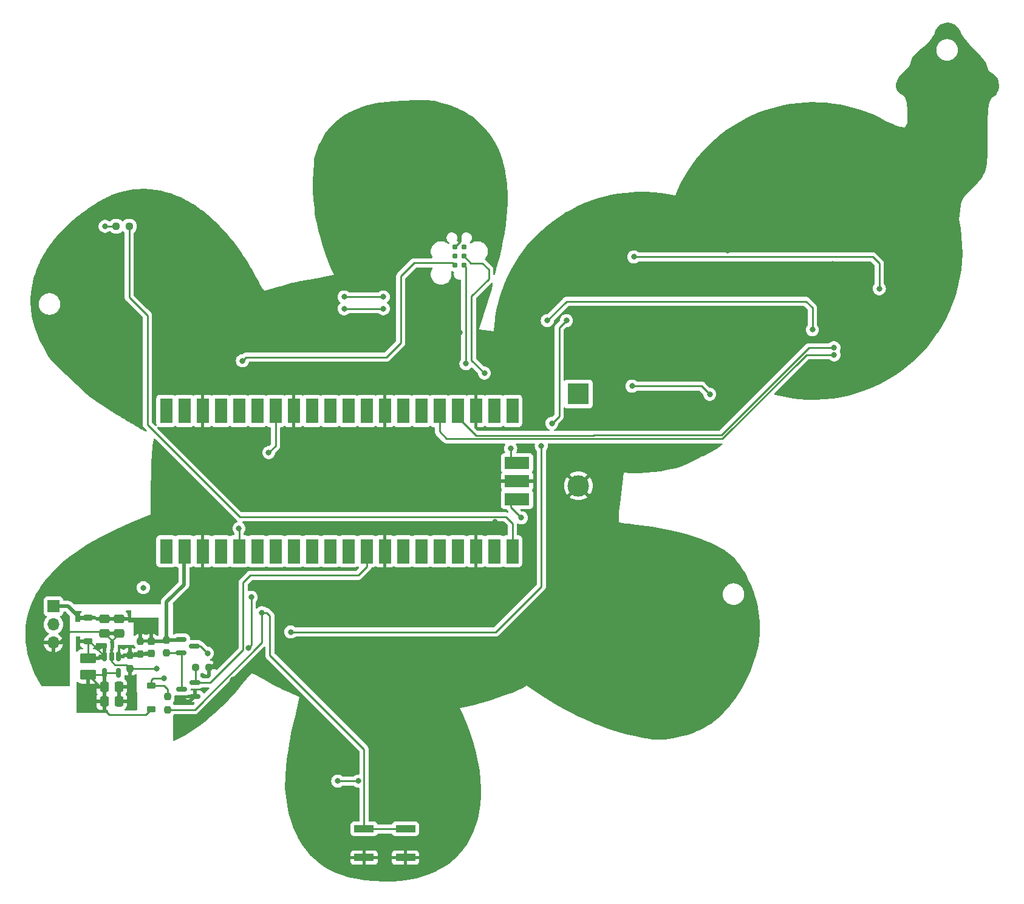
<source format=gbr>
%TF.GenerationSoftware,KiCad,Pcbnew,7.0.9*%
%TF.CreationDate,2024-02-03T11:29:30-06:00*%
%TF.ProjectId,bsidesPR,62736964-6573-4505-922e-6b696361645f,rev?*%
%TF.SameCoordinates,Original*%
%TF.FileFunction,Copper,L2,Bot*%
%TF.FilePolarity,Positive*%
%FSLAX46Y46*%
G04 Gerber Fmt 4.6, Leading zero omitted, Abs format (unit mm)*
G04 Created by KiCad (PCBNEW 7.0.9) date 2024-02-03 11:29:30*
%MOMM*%
%LPD*%
G01*
G04 APERTURE LIST*
G04 Aperture macros list*
%AMRoundRect*
0 Rectangle with rounded corners*
0 $1 Rounding radius*
0 $2 $3 $4 $5 $6 $7 $8 $9 X,Y pos of 4 corners*
0 Add a 4 corners polygon primitive as box body*
4,1,4,$2,$3,$4,$5,$6,$7,$8,$9,$2,$3,0*
0 Add four circle primitives for the rounded corners*
1,1,$1+$1,$2,$3*
1,1,$1+$1,$4,$5*
1,1,$1+$1,$6,$7*
1,1,$1+$1,$8,$9*
0 Add four rect primitives between the rounded corners*
20,1,$1+$1,$2,$3,$4,$5,0*
20,1,$1+$1,$4,$5,$6,$7,0*
20,1,$1+$1,$6,$7,$8,$9,0*
20,1,$1+$1,$8,$9,$2,$3,0*%
G04 Aperture macros list end*
%TA.AperFunction,SMDPad,CuDef*%
%ADD10RoundRect,0.237500X-0.237500X0.300000X-0.237500X-0.300000X0.237500X-0.300000X0.237500X0.300000X0*%
%TD*%
%TA.AperFunction,SMDPad,CuDef*%
%ADD11RoundRect,0.250000X-0.475000X0.337500X-0.475000X-0.337500X0.475000X-0.337500X0.475000X0.337500X0*%
%TD*%
%TA.AperFunction,SMDPad,CuDef*%
%ADD12RoundRect,0.237500X-0.237500X0.250000X-0.237500X-0.250000X0.237500X-0.250000X0.237500X0.250000X0*%
%TD*%
%TA.AperFunction,SMDPad,CuDef*%
%ADD13RoundRect,0.237500X0.250000X0.237500X-0.250000X0.237500X-0.250000X-0.237500X0.250000X-0.237500X0*%
%TD*%
%TA.AperFunction,SMDPad,CuDef*%
%ADD14RoundRect,0.225000X0.375000X-0.225000X0.375000X0.225000X-0.375000X0.225000X-0.375000X-0.225000X0*%
%TD*%
%TA.AperFunction,SMDPad,CuDef*%
%ADD15RoundRect,0.250001X0.849999X-0.462499X0.849999X0.462499X-0.849999X0.462499X-0.849999X-0.462499X0*%
%TD*%
%TA.AperFunction,ComponentPad*%
%ADD16R,1.700000X1.700000*%
%TD*%
%TA.AperFunction,ComponentPad*%
%ADD17O,1.700000X1.700000*%
%TD*%
%TA.AperFunction,SMDPad,CuDef*%
%ADD18RoundRect,0.250000X-0.337500X-0.475000X0.337500X-0.475000X0.337500X0.475000X-0.337500X0.475000X0*%
%TD*%
%TA.AperFunction,SMDPad,CuDef*%
%ADD19R,2.750000X1.000000*%
%TD*%
%TA.AperFunction,SMDPad,CuDef*%
%ADD20R,1.700000X3.500000*%
%TD*%
%TA.AperFunction,SMDPad,CuDef*%
%ADD21R,3.500000X1.700000*%
%TD*%
%TA.AperFunction,SMDPad,CuDef*%
%ADD22RoundRect,0.237500X-0.250000X-0.237500X0.250000X-0.237500X0.250000X0.237500X-0.250000X0.237500X0*%
%TD*%
%TA.AperFunction,SMDPad,CuDef*%
%ADD23RoundRect,0.150000X-0.587500X-0.150000X0.587500X-0.150000X0.587500X0.150000X-0.587500X0.150000X0*%
%TD*%
%TA.AperFunction,SMDPad,CuDef*%
%ADD24RoundRect,0.225000X-0.375000X0.225000X-0.375000X-0.225000X0.375000X-0.225000X0.375000X0.225000X0*%
%TD*%
%TA.AperFunction,ComponentPad*%
%ADD25R,3.000000X3.000000*%
%TD*%
%TA.AperFunction,ComponentPad*%
%ADD26C,3.000000*%
%TD*%
%TA.AperFunction,ConnectorPad*%
%ADD27C,0.787400*%
%TD*%
%TA.AperFunction,SMDPad,CuDef*%
%ADD28RoundRect,0.150000X-0.150000X0.512500X-0.150000X-0.512500X0.150000X-0.512500X0.150000X0.512500X0*%
%TD*%
%TA.AperFunction,SMDPad,CuDef*%
%ADD29RoundRect,0.150000X0.587500X0.150000X-0.587500X0.150000X-0.587500X-0.150000X0.587500X-0.150000X0*%
%TD*%
%TA.AperFunction,ViaPad*%
%ADD30C,0.800000*%
%TD*%
%TA.AperFunction,ViaPad*%
%ADD31C,1.000000*%
%TD*%
%TA.AperFunction,Conductor*%
%ADD32C,0.250000*%
%TD*%
%TA.AperFunction,Conductor*%
%ADD33C,0.500000*%
%TD*%
G04 APERTURE END LIST*
D10*
%TO.P,C3,1*%
%TO.N,+5V*%
X96586888Y-120871421D03*
%TO.P,C3,2*%
%TO.N,/FB*%
X96586888Y-122596421D03*
%TD*%
D11*
%TO.P,C5,1*%
%TO.N,+5V*%
X92086888Y-117696421D03*
%TO.P,C5,2*%
%TO.N,GND*%
X92086888Y-119771421D03*
%TD*%
D12*
%TO.P,R1,1*%
%TO.N,Net-(BT1-+)*%
X98838172Y-128579401D03*
%TO.P,R1,2*%
%TO.N,RPi_WAKE*%
X98838172Y-130404401D03*
%TD*%
D13*
%TO.P,R6,1*%
%TO.N,LED_PIN*%
X93511672Y-62941701D03*
%TO.P,R6,2*%
%TO.N,Net-(D1-DIN)*%
X91686672Y-62941701D03*
%TD*%
D14*
%TO.P,D51,1,K*%
%TO.N,/EN*%
X96552172Y-130379901D03*
%TO.P,D51,2,A*%
%TO.N,Net-(BT1-+)*%
X96552172Y-127079901D03*
%TD*%
D12*
%TO.P,R4,1*%
%TO.N,+5V*%
X98670672Y-120675401D03*
%TO.P,R4,2*%
%TO.N,Net-(Q1-D)*%
X98670672Y-122500401D03*
%TD*%
D15*
%TO.P,L1,1,1*%
%TO.N,/EN*%
X87736888Y-125536421D03*
%TO.P,L1,2,2*%
%TO.N,/SW*%
X87736888Y-123211421D03*
%TD*%
D16*
%TO.P,J3,1,Pin_1*%
%TO.N,+5V*%
X82947172Y-115976901D03*
D17*
%TO.P,J3,2,Pin_2*%
%TO.N,VLED*%
X82947172Y-118516901D03*
%TO.P,J3,3,Pin_3*%
%TO.N,GND*%
X82947172Y-121056901D03*
%TD*%
D18*
%TO.P,C2,1*%
%TO.N,/EN*%
X90011888Y-127233921D03*
%TO.P,C2,2*%
%TO.N,GND*%
X92086888Y-127233921D03*
%TD*%
%TO.P,C1,1*%
%TO.N,/EN*%
X90011888Y-129233921D03*
%TO.P,C1,2*%
%TO.N,GND*%
X92086888Y-129233921D03*
%TD*%
D12*
%TO.P,R3,1*%
%TO.N,/FB*%
X93586888Y-122821421D03*
%TO.P,R3,2*%
%TO.N,GND*%
X93586888Y-124646421D03*
%TD*%
D19*
%TO.P,SW1,1,A*%
%TO.N,RPi_WAKE*%
X132007888Y-147045921D03*
X126247888Y-147045921D03*
%TO.P,SW1,2,B*%
%TO.N,GND*%
X132007888Y-151045921D03*
%TO.P,SW1,4,B*%
X126247888Y-151045921D03*
%TD*%
D20*
%TO.P,U1,1,GPIO0*%
%TO.N,unconnected-(U1-GPIO0-Pad1)*%
X98647888Y-88709921D03*
%TO.P,U1,2,GPIO1*%
%TO.N,unconnected-(U1-GPIO1-Pad2)*%
X101187888Y-88709921D03*
%TO.P,U1,3,GND*%
%TO.N,GND*%
X103727888Y-88709921D03*
%TO.P,U1,4,GPIO2*%
%TO.N,unconnected-(U1-GPIO2-Pad4)*%
X106267888Y-88709921D03*
%TO.P,U1,5,GPIO3*%
%TO.N,unconnected-(U1-GPIO3-Pad5)*%
X108807888Y-88709921D03*
%TO.P,U1,6,GPIO4*%
%TO.N,unconnected-(U1-GPIO4-Pad6)*%
X111347888Y-88709921D03*
%TO.P,U1,7,GPIO5*%
%TO.N,RPi_WAKE*%
X113887888Y-88709921D03*
%TO.P,U1,8,GND*%
%TO.N,GND*%
X116427888Y-88709921D03*
%TO.P,U1,9,GPIO6*%
%TO.N,unconnected-(U1-GPIO6-Pad9)*%
X118967888Y-88709921D03*
%TO.P,U1,10,GPIO7*%
%TO.N,unconnected-(U1-GPIO7-Pad10)*%
X121507888Y-88709921D03*
%TO.P,U1,11,GPIO8*%
%TO.N,unconnected-(U1-GPIO8-Pad11)*%
X124047888Y-88709921D03*
%TO.P,U1,12,GPIO9*%
%TO.N,unconnected-(U1-GPIO9-Pad12)*%
X126587888Y-88709921D03*
%TO.P,U1,13,GND*%
%TO.N,GND*%
X129127888Y-88709921D03*
%TO.P,U1,14,GPIO10*%
%TO.N,unconnected-(U1-GPIO10-Pad14)*%
X131667888Y-88709921D03*
%TO.P,U1,15,GPIO11*%
%TO.N,unconnected-(U1-GPIO11-Pad15)*%
X134207888Y-88709921D03*
%TO.P,U1,16,GPIO12*%
%TO.N,CEREAL_TX*%
X136747888Y-88709921D03*
%TO.P,U1,17,GPIO13*%
%TO.N,CEREAL_RX*%
X139287888Y-88709921D03*
%TO.P,U1,18,GND*%
%TO.N,GND*%
X141827888Y-88709921D03*
%TO.P,U1,19,GPIO14*%
%TO.N,unconnected-(U1-GPIO14-Pad19)*%
X144367888Y-88709921D03*
%TO.P,U1,20,GPIO15*%
%TO.N,unconnected-(U1-GPIO15-Pad20)*%
X146907888Y-88709921D03*
%TO.P,U1,21,GPIO16*%
%TO.N,LED_PIN*%
X146907888Y-108289921D03*
%TO.P,U1,22,GPIO17*%
%TO.N,unconnected-(U1-GPIO17-Pad22)*%
X144367888Y-108289921D03*
%TO.P,U1,23,GND*%
%TO.N,GND*%
X141827888Y-108289921D03*
%TO.P,U1,24,GPIO18*%
%TO.N,unconnected-(U1-GPIO18-Pad24)*%
X139287888Y-108289921D03*
%TO.P,U1,25,GPIO19*%
%TO.N,unconnected-(U1-GPIO19-Pad25)*%
X136747888Y-108289921D03*
%TO.P,U1,26,GPIO20*%
%TO.N,unconnected-(U1-GPIO20-Pad26)*%
X134207888Y-108289921D03*
%TO.P,U1,27,GPIO21*%
%TO.N,unconnected-(U1-GPIO21-Pad27)*%
X131667888Y-108289921D03*
%TO.P,U1,28,GND*%
%TO.N,GND*%
X129127888Y-108289921D03*
%TO.P,U1,29,GPIO22*%
%TO.N,ENABLE_VLED*%
X126587888Y-108289921D03*
%TO.P,U1,30,RUN*%
%TO.N,unconnected-(U1-RUN-Pad30)*%
X124047888Y-108289921D03*
%TO.P,U1,31,GPIO26_ADC0*%
%TO.N,unconnected-(U1-GPIO26_ADC0-Pad31)*%
X121507888Y-108289921D03*
%TO.P,U1,32,GPIO27_ADC1*%
%TO.N,unconnected-(U1-GPIO27_ADC1-Pad32)*%
X118967888Y-108289921D03*
%TO.P,U1,33,AGND*%
%TO.N,unconnected-(U1-AGND-Pad33)*%
X116427888Y-108289921D03*
%TO.P,U1,34,GPIO28_ADC2*%
%TO.N,unconnected-(U1-GPIO28_ADC2-Pad34)*%
X113887888Y-108289921D03*
%TO.P,U1,35,ADC_VREF*%
%TO.N,unconnected-(U1-ADC_VREF-Pad35)*%
X111347888Y-108289921D03*
%TO.P,U1,36,3V3*%
%TO.N,+3V3*%
X108807888Y-108289921D03*
%TO.P,U1,37,3V3_EN*%
%TO.N,unconnected-(U1-3V3_EN-Pad37)*%
X106267888Y-108289921D03*
%TO.P,U1,38,GND*%
%TO.N,GND*%
X103727888Y-108289921D03*
%TO.P,U1,39,VSYS*%
%TO.N,+5V*%
X101187888Y-108289921D03*
%TO.P,U1,40,VBUS*%
%TO.N,unconnected-(U1-VBUS-Pad40)*%
X98647888Y-108289921D03*
D21*
%TO.P,U1,41,SWCLK*%
%TO.N,Net-(J2-SWCLK)*%
X147577888Y-95959921D03*
%TO.P,U1,42,GND*%
%TO.N,GND*%
X147577888Y-98499921D03*
%TO.P,U1,43,SWDIO*%
%TO.N,Net-(J2-SWDIO)*%
X147577888Y-101039921D03*
%TD*%
D22*
%TO.P,R5,1*%
%TO.N,ENABLE_VLED*%
X102758172Y-124537901D03*
%TO.P,R5,2*%
%TO.N,GND*%
X104583172Y-124537901D03*
%TD*%
D11*
%TO.P,C4,1*%
%TO.N,+5V*%
X90086888Y-117696421D03*
%TO.P,C4,2*%
%TO.N,GND*%
X90086888Y-119771421D03*
%TD*%
D23*
%TO.P,Q2,1,G*%
%TO.N,Net-(Q1-D)*%
X100733172Y-122487901D03*
%TO.P,Q2,2,S*%
%TO.N,+5V*%
X100733172Y-120587901D03*
%TO.P,Q2,3,D*%
%TO.N,VLED*%
X102608172Y-121537901D03*
%TD*%
D24*
%TO.P,D52,1,K*%
%TO.N,+5V*%
X87736888Y-117583921D03*
%TO.P,D52,2,A*%
%TO.N,/SW*%
X87736888Y-120883921D03*
%TD*%
D25*
%TO.P,BT1,1,+*%
%TO.N,Net-(BT1-+)*%
X156113000Y-86360000D03*
D26*
%TO.P,BT1,2,-*%
%TO.N,GND*%
X156113000Y-99160000D03*
%TD*%
D27*
%TO.P,J2,1,VCC*%
%TO.N,+3V3*%
X138877972Y-68377301D03*
%TO.P,J2,2,SWDIO*%
%TO.N,Net-(J2-SWDIO)*%
X140147972Y-68377301D03*
%TO.P,J2,3,~{RESET}*%
%TO.N,unconnected-(J2-~{RESET}-Pad3)*%
X138877972Y-67107301D03*
%TO.P,J2,4,SWCLK*%
%TO.N,Net-(J2-SWCLK)*%
X140147972Y-67107301D03*
%TO.P,J2,5,GND*%
%TO.N,GND*%
X138877972Y-65837301D03*
%TO.P,J2,6,SWO*%
%TO.N,unconnected-(J2-SWO-Pad6)*%
X140147972Y-65837301D03*
%TD*%
D12*
%TO.P,R2,1*%
%TO.N,+5V*%
X95086888Y-120821421D03*
%TO.P,R2,2*%
%TO.N,/FB*%
X95086888Y-122646421D03*
%TD*%
D28*
%TO.P,U2,1,SW*%
%TO.N,/SW*%
X90086888Y-122958921D03*
%TO.P,U2,2,GND*%
%TO.N,GND*%
X91036888Y-122958921D03*
%TO.P,U2,3,FB*%
%TO.N,/FB*%
X91986888Y-122958921D03*
%TO.P,U2,4,EN*%
%TO.N,/EN*%
X91986888Y-125233921D03*
%TO.P,U2,5,VIN*%
X90086888Y-125233921D03*
%TD*%
D29*
%TO.P,Q1,1,G*%
%TO.N,ENABLE_VLED*%
X102670672Y-126637901D03*
%TO.P,Q1,2,S*%
%TO.N,GND*%
X102670672Y-128537901D03*
%TO.P,Q1,3,D*%
%TO.N,Net-(Q1-D)*%
X100795672Y-127587901D03*
%TD*%
D30*
%TO.N,GND*%
X205502172Y-66319901D03*
X93107172Y-113309901D03*
X209947172Y-51714901D03*
X162322172Y-132359901D03*
X143200544Y-93874329D03*
X120569144Y-77719929D03*
X108347172Y-116484901D03*
X124222172Y-105054901D03*
X171847172Y-112674901D03*
X169286344Y-123242802D03*
D31*
X100927500Y-129261101D03*
D30*
X136266344Y-130454901D03*
X104685000Y-91867729D03*
X161052172Y-95529901D03*
X119142172Y-127279901D03*
X121682172Y-144424901D03*
X90084572Y-69825101D03*
X131313344Y-100706929D03*
X151785744Y-84095329D03*
X142616344Y-117527802D03*
X185817172Y-55524901D03*
X199787172Y-77114901D03*
X125141144Y-61489329D03*
X161687172Y-70764901D03*
X139619144Y-77770729D03*
X199152172Y-55524901D03*
X136181000Y-50211729D03*
X144516772Y-104216701D03*
X181372172Y-82829901D03*
X160061572Y-107067574D03*
X102632172Y-103784901D03*
X121682172Y-117754901D03*
X134155073Y-152700729D03*
D31*
X105680172Y-123850901D03*
D30*
X120285172Y-93116901D03*
X172482172Y-94894901D03*
X131842172Y-143154901D03*
X134513744Y-63546729D03*
X97399772Y-75921101D03*
X129937172Y-112674901D03*
X97298172Y-124646421D03*
X144318144Y-62022729D03*
X166767172Y-82829901D03*
X93919972Y-129235701D03*
X191532172Y-68224901D03*
D31*
X108004272Y-126251201D03*
D30*
X154702172Y-122199901D03*
X106086572Y-70866501D03*
X140732172Y-144424901D03*
X178197172Y-126644901D03*
X92853172Y-86360501D03*
X101768572Y-119126501D03*
X176927172Y-66319901D03*
%TO.N,Net-(J2-SWDIO)*%
X148174372Y-103632501D03*
X140452772Y-82118701D03*
%TO.N,Net-(J2-SWCLK)*%
X143018172Y-83439501D03*
X146675772Y-93955101D03*
%TO.N,RPi_WAKE*%
X112944572Y-94539301D03*
X112004772Y-116865901D03*
%TO.N,VLED*%
X104410172Y-122530101D03*
X95469372Y-113379901D03*
%TO.N,Net-(D1-DIN)*%
X90135372Y-62941701D03*
%TO.N,Net-(D17-DOUT)*%
X128921172Y-74447901D03*
X123460172Y-74447901D03*
%TO.N,Net-(D37-DOUT)*%
X154448172Y-76098901D03*
X152416172Y-90449901D03*
%TO.N,Net-(D38-DOUT)*%
X198067000Y-71653901D03*
X163846172Y-67208901D03*
%TO.N,Net-(D39-DOUT)*%
X188738172Y-77368901D03*
X151781172Y-76098901D03*
%TO.N,Net-(BT1-+)*%
X150942972Y-93599501D03*
X98339572Y-126009901D03*
X116017972Y-119558301D03*
%TO.N,CEREAL_TX*%
X191764662Y-80882088D03*
%TO.N,CEREAL_RX*%
X191735873Y-79883000D03*
%TO.N,+3V3*%
X108804372Y-105105701D03*
X109286972Y-81712301D03*
%TO.N,Net-(D42-DOUT)*%
X163592172Y-85242901D03*
X174424172Y-86385901D03*
%TO.N,Net-(D12-DOUT)*%
X110113072Y-121789901D03*
X110506172Y-114706901D03*
%TO.N,Net-(D28-DOUT)*%
X122582172Y-140360901D03*
X125472172Y-140360901D03*
%TO.N,Net-(D16-DOUT)*%
X123460172Y-72796901D03*
X128921172Y-72796901D03*
%TD*%
D32*
%TO.N,GND*%
X139658672Y-65056601D02*
X139658672Y-64206811D01*
X91036888Y-120821421D02*
X91036888Y-122958921D01*
X138998590Y-63546729D02*
X134513744Y-63546729D01*
X91036888Y-120721421D02*
X91036888Y-122958921D01*
X138877972Y-65837301D02*
X139658672Y-65056601D01*
X91508172Y-124159901D02*
X93100368Y-124159901D01*
X91036888Y-123688617D02*
X91508172Y-124159901D01*
X85233172Y-119532901D02*
X89848368Y-119532901D01*
X82947172Y-121056901D02*
X83709172Y-121056901D01*
X93100368Y-124159901D02*
X93586888Y-124646421D01*
X97298172Y-124646421D02*
X93586888Y-124646421D01*
D33*
X105680172Y-123850901D02*
X104993172Y-124537901D01*
X100927500Y-129261101D02*
X101947472Y-129261101D01*
X104993172Y-124537901D02*
X104583172Y-124537901D01*
D32*
X92088668Y-129235701D02*
X92086888Y-129233921D01*
X93919972Y-129235701D02*
X92088668Y-129235701D01*
X91036888Y-122958921D02*
X91036888Y-123688617D01*
X139658672Y-64206811D02*
X138998590Y-63546729D01*
X92086888Y-119771421D02*
X91036888Y-120821421D01*
X89848368Y-119532901D02*
X90086888Y-119771421D01*
X83709172Y-121056901D02*
X85233172Y-119532901D01*
X90086888Y-119771421D02*
X91036888Y-120721421D01*
D33*
X101947472Y-129261101D02*
X102670672Y-128537901D01*
D32*
%TO.N,/EN*%
X90011888Y-127233921D02*
X90011888Y-129233921D01*
X90011888Y-129233921D02*
X90011888Y-130458417D01*
X95791372Y-131140701D02*
X96552172Y-130379901D01*
X90694172Y-131140701D02*
X95791372Y-131140701D01*
X87736888Y-125536421D02*
X89434388Y-127233921D01*
X89434388Y-127233921D02*
X90011888Y-127233921D01*
X90011888Y-130458417D02*
X90694172Y-131140701D01*
X90086888Y-125233921D02*
X91986888Y-125233921D01*
X90011888Y-127233921D02*
X90011888Y-125308921D01*
X87736888Y-125536421D02*
X89784388Y-125536421D01*
X90011888Y-125308921D02*
X90086888Y-125233921D01*
X89784388Y-125536421D02*
X90086888Y-125233921D01*
D33*
%TO.N,+5V*%
X98670672Y-115391801D02*
X101108172Y-112954301D01*
X86630172Y-117627901D02*
X87692908Y-117627901D01*
X98670672Y-120675401D02*
X98670672Y-115391801D01*
X96586888Y-120871421D02*
X98474652Y-120871421D01*
X87692908Y-117627901D02*
X87736888Y-117583921D01*
X82947172Y-115976901D02*
X84979172Y-115976901D01*
D32*
X100645672Y-120675401D02*
X100733172Y-120587901D01*
X96536888Y-120821421D02*
X96586888Y-120871421D01*
D33*
X98670672Y-120675401D02*
X100645672Y-120675401D01*
X84979172Y-115976901D02*
X86630172Y-117627901D01*
X101108172Y-107469637D02*
X101187888Y-107389921D01*
X101108172Y-112954301D02*
X101108172Y-107469637D01*
X98474652Y-120871421D02*
X98670672Y-120675401D01*
D32*
X95086888Y-120821421D02*
X96536888Y-120821421D01*
%TO.N,/FB*%
X93761888Y-122646421D02*
X93586888Y-122821421D01*
X92086888Y-122733921D02*
X92174388Y-122821421D01*
X96536888Y-122646421D02*
X96586888Y-122596421D01*
X95086888Y-122646421D02*
X93761888Y-122646421D01*
X92174388Y-122821421D02*
X93586888Y-122821421D01*
X91986888Y-122958921D02*
X92086888Y-122858921D01*
X95086888Y-122646421D02*
X96536888Y-122646421D01*
X92086888Y-122858921D02*
X92086888Y-122733921D01*
%TO.N,/SW*%
X88011888Y-120883921D02*
X90086888Y-122958921D01*
X87736888Y-123211421D02*
X89834388Y-123211421D01*
X87736888Y-120883921D02*
X87736888Y-123211421D01*
X89834388Y-123211421D02*
X90086888Y-122958921D01*
X87736888Y-120883921D02*
X88011888Y-120883921D01*
%TO.N,Net-(J2-SWDIO)*%
X140452772Y-82118701D02*
X140427372Y-82093301D01*
X146677888Y-102136017D02*
X146677888Y-101039921D01*
X140427372Y-82093301D02*
X140427372Y-68656701D01*
X148174372Y-103632501D02*
X146677888Y-102136017D01*
X140427372Y-68656701D02*
X140147972Y-68377301D01*
%TO.N,Net-(J2-SWCLK)*%
X141214772Y-81636101D02*
X141214772Y-72695139D01*
X146675772Y-93955101D02*
X146677888Y-93957217D01*
X141214772Y-72695139D02*
X143615422Y-70294489D01*
X146677888Y-95959921D02*
X146675772Y-93955101D01*
X142700160Y-68084851D02*
X141125522Y-68084851D01*
X143615422Y-70294489D02*
X143615422Y-69000113D01*
X143615422Y-69000113D02*
X142700160Y-68084851D01*
X143018172Y-83439501D02*
X141214772Y-81636101D01*
X141125522Y-68084851D02*
X140147972Y-67107301D01*
%TO.N,ENABLE_VLED*%
X109388572Y-112649501D02*
X110379172Y-111658901D01*
X109388572Y-122072901D02*
X109388572Y-112649501D01*
X102670672Y-126637901D02*
X104823572Y-126637901D01*
X110379172Y-111658901D02*
X125415972Y-111658901D01*
X126587888Y-110486985D02*
X126587888Y-107389921D01*
X104823572Y-126637901D02*
X109388572Y-122072901D01*
X125415972Y-111658901D02*
X126587888Y-110486985D01*
X102758172Y-126550401D02*
X102670672Y-126637901D01*
X102758172Y-124537901D02*
X102758172Y-126550401D01*
%TO.N,Net-(Q1-D)*%
X100795672Y-122550401D02*
X100733172Y-122487901D01*
X98683172Y-122487901D02*
X98670672Y-122500401D01*
X100795672Y-127587901D02*
X100795672Y-122550401D01*
X100733172Y-122487901D02*
X98683172Y-122487901D01*
%TO.N,RPi_WAKE*%
X112004772Y-121027301D02*
X102627672Y-130404401D01*
X113887888Y-93595985D02*
X113887888Y-89609921D01*
X126247888Y-147045921D02*
X126247888Y-135935017D01*
X113122372Y-117323101D02*
X112665172Y-116865901D01*
X102627672Y-130404401D02*
X98838172Y-130404401D01*
X112944572Y-94539301D02*
X113887888Y-93595985D01*
X112665172Y-116865901D02*
X112004772Y-116865901D01*
X132007888Y-147045921D02*
X126247888Y-147045921D01*
X113122372Y-122809501D02*
X113122372Y-117323101D01*
X112004772Y-116865901D02*
X112004772Y-121027301D01*
X126247888Y-135935017D02*
X113122372Y-122809501D01*
%TO.N,VLED*%
X103417972Y-121537901D02*
X102608172Y-121537901D01*
X104410172Y-122530101D02*
X103417972Y-121537901D01*
X102648172Y-121497901D02*
X102608172Y-121537901D01*
%TO.N,Net-(D1-DIN)*%
X90135372Y-62941701D02*
X91686672Y-62941701D01*
%TO.N,Net-(D17-DOUT)*%
X128921172Y-74447901D02*
X123460172Y-74447901D01*
%TO.N,Net-(D37-DOUT)*%
X153432172Y-77114901D02*
X154448172Y-76098901D01*
X153432172Y-89433901D02*
X153432172Y-77114901D01*
X152416172Y-90449901D02*
X153432172Y-89433901D01*
%TO.N,Net-(D38-DOUT)*%
X163846172Y-67208901D02*
X197120172Y-67208901D01*
X198067000Y-68155729D02*
X198067000Y-71653901D01*
X197120172Y-67208901D02*
X198067000Y-68155729D01*
%TO.N,Net-(D39-DOUT)*%
X184801172Y-73431901D02*
X187849172Y-73431901D01*
X187849172Y-73431901D02*
X188738172Y-74320901D01*
X151781172Y-76098901D02*
X154448172Y-73431901D01*
X188738172Y-74320901D02*
X188738172Y-77368901D01*
X154448172Y-73431901D02*
X184801172Y-73431901D01*
%TO.N,Net-(BT1-+)*%
X96552172Y-126298701D02*
X96840972Y-126009901D01*
X98342772Y-127079901D02*
X98838172Y-127575301D01*
X150942972Y-113208301D02*
X150942972Y-97257101D01*
X96552172Y-127079901D02*
X98342772Y-127079901D01*
X98339572Y-126009901D02*
X98390372Y-125959101D01*
X116017972Y-119558301D02*
X144592972Y-119558301D01*
X96840972Y-126009901D02*
X98339572Y-126009901D01*
X144592972Y-119558301D02*
X150942972Y-113208301D01*
X98838172Y-127575301D02*
X98838172Y-128579401D01*
X150942972Y-97257101D02*
X150942972Y-93599501D01*
X96552172Y-127079901D02*
X96552172Y-126298701D01*
%TO.N,CEREAL_TX*%
X136747888Y-91596417D02*
X137760372Y-92608901D01*
X187925372Y-80874101D02*
X191756675Y-80874101D01*
X137760372Y-92608901D02*
X176190572Y-92608901D01*
X136747888Y-89609921D02*
X136747888Y-91596417D01*
X191756675Y-80874101D02*
X191764662Y-80882088D01*
X176190572Y-92608901D02*
X187925372Y-80874101D01*
%TO.N,CEREAL_RX*%
X191684572Y-79934301D02*
X191633772Y-79934301D01*
X188279576Y-79883501D02*
X176087576Y-92075501D01*
X191735873Y-79883000D02*
X191684572Y-79934301D01*
X191684572Y-79934301D02*
X191633772Y-79883501D01*
X176087576Y-92075501D02*
X158283572Y-92075501D01*
X191633772Y-79883501D02*
X188279576Y-79883501D01*
X158200172Y-92158901D02*
X141836868Y-92158901D01*
X158283572Y-92075501D02*
X158200172Y-92158901D01*
X141836868Y-92158901D02*
X139287888Y-89609921D01*
%TO.N,+3V3*%
X133251522Y-68034751D02*
X138535422Y-68034751D01*
X108829772Y-105080301D02*
X108829772Y-105029501D01*
X108804372Y-105105701D02*
X108829772Y-105080301D01*
X131359572Y-69926701D02*
X133251522Y-68034751D01*
X108804372Y-105054901D02*
X108807888Y-105051385D01*
X131359572Y-79197701D02*
X131359572Y-69926701D01*
X108804372Y-105105701D02*
X108804372Y-105054901D01*
X108807888Y-105051385D02*
X108807888Y-107389921D01*
X129352972Y-81204301D02*
X131359572Y-79197701D01*
X109794972Y-81204301D02*
X129352972Y-81204301D01*
X109286972Y-81712301D02*
X109794972Y-81204301D01*
X138535422Y-68034751D02*
X138877972Y-68377301D01*
%TO.N,Net-(D42-DOUT)*%
X174424172Y-86385901D02*
X173281172Y-85242901D01*
X173281172Y-85242901D02*
X163592172Y-85242901D01*
%TO.N,Net-(D12-DOUT)*%
X110506172Y-121396801D02*
X110506172Y-114706901D01*
X110113072Y-121789901D02*
X110506172Y-121396801D01*
%TO.N,Net-(D28-DOUT)*%
X122582172Y-140360901D02*
X125472172Y-140360901D01*
%TO.N,Net-(D16-DOUT)*%
X128921172Y-72796901D02*
X123460172Y-72796901D01*
%TO.N,LED_PIN*%
X93511672Y-72871201D02*
X93511672Y-62941701D01*
X96028172Y-90602301D02*
X96028172Y-75387701D01*
X146001572Y-103491701D02*
X108917572Y-103491701D01*
X146907888Y-104398017D02*
X146001572Y-103491701D01*
X96028172Y-75387701D02*
X93511672Y-72871201D01*
X146907888Y-107389921D02*
X146907888Y-104398017D01*
X108917572Y-103491701D02*
X96028172Y-90602301D01*
%TD*%
%TA.AperFunction,Conductor*%
%TO.N,GND*%
G36*
X207624233Y-34521323D02*
G01*
X208006701Y-34568781D01*
X208036078Y-34576155D01*
X208458291Y-34739155D01*
X208495670Y-34761852D01*
X209065050Y-35264234D01*
X209091311Y-35296826D01*
X209315175Y-35698311D01*
X209522871Y-36090939D01*
X209523994Y-36093276D01*
X209525531Y-36095373D01*
X209853018Y-36581259D01*
X209853992Y-36582920D01*
X209854326Y-36583358D01*
X209856102Y-36585814D01*
X209856441Y-36586308D01*
X209857701Y-36587742D01*
X210274365Y-37126400D01*
X210275286Y-37127770D01*
X210276919Y-37129706D01*
X210276920Y-37129708D01*
X210276974Y-37129772D01*
X210277030Y-37129844D01*
X210277031Y-37129844D01*
X210280427Y-37134210D01*
X210282763Y-37136598D01*
X210586731Y-37494970D01*
X210588815Y-37497824D01*
X210592590Y-37501884D01*
X210592591Y-37501886D01*
X210592657Y-37501957D01*
X210592708Y-37502017D01*
X210592709Y-37502017D01*
X210597525Y-37507684D01*
X210600318Y-37510193D01*
X211091428Y-38038181D01*
X211092752Y-38039823D01*
X211093010Y-38040068D01*
X211095889Y-38042990D01*
X211096050Y-38043165D01*
X211097625Y-38044483D01*
X211607511Y-38533839D01*
X211937688Y-38867469D01*
X211939604Y-38869495D01*
X212242693Y-39204822D01*
X212244617Y-39207054D01*
X212514476Y-39535755D01*
X212517359Y-39539556D01*
X212886284Y-40066871D01*
X212899784Y-40091832D01*
X212972373Y-40272989D01*
X213161587Y-40745207D01*
X213163258Y-40749919D01*
X213277519Y-41118662D01*
X213278110Y-41122941D01*
X213283154Y-41137047D01*
X213283582Y-41138337D01*
X213283659Y-41138466D01*
X213283723Y-41138538D01*
X213295746Y-41152906D01*
X213298771Y-41155255D01*
X213304531Y-41161654D01*
X213588544Y-41477179D01*
X213588611Y-41477258D01*
X213588618Y-41477261D01*
X213588623Y-41477267D01*
X213588624Y-41477267D01*
X213588625Y-41477268D01*
X213588626Y-41477270D01*
X213588628Y-41477271D01*
X213588897Y-41477479D01*
X213590573Y-41478270D01*
X214002274Y-41690730D01*
X214037655Y-41718056D01*
X214533011Y-42269483D01*
X214557588Y-42310776D01*
X214693528Y-42692779D01*
X214700058Y-42721698D01*
X214763541Y-43340542D01*
X214762423Y-43374042D01*
X214648093Y-44044454D01*
X214637989Y-44076548D01*
X214465415Y-44442077D01*
X214446132Y-44471327D01*
X214188715Y-44762125D01*
X214154844Y-44789012D01*
X213762182Y-45001321D01*
X213754796Y-45004139D01*
X213750200Y-45007373D01*
X213748321Y-45008554D01*
X213747480Y-45009210D01*
X213746477Y-45010344D01*
X213745228Y-45012078D01*
X213741443Y-45016749D01*
X213738069Y-45024281D01*
X213457624Y-45471199D01*
X213456500Y-45472870D01*
X213456125Y-45474653D01*
X213347572Y-45928551D01*
X213346898Y-45930963D01*
X213346700Y-45933429D01*
X213249046Y-46764436D01*
X213248754Y-46766058D01*
X213248598Y-46768219D01*
X213248598Y-46768222D01*
X213248591Y-46768319D01*
X213248583Y-46768393D01*
X213248583Y-46768395D01*
X213247978Y-46773993D01*
X213248002Y-46777360D01*
X213221115Y-47190077D01*
X213221036Y-47190700D01*
X213220857Y-47194047D01*
X213220310Y-47204437D01*
X213220348Y-47205295D01*
X213199186Y-47673236D01*
X213199118Y-47673976D01*
X213199056Y-47676113D01*
X213199055Y-47676117D01*
X213199053Y-47676185D01*
X213199048Y-47676304D01*
X213199048Y-47676305D01*
X213198698Y-47684647D01*
X213198805Y-47686496D01*
X213171655Y-48817812D01*
X213171607Y-48818443D01*
X213171575Y-48821176D01*
X213171514Y-48824315D01*
X213171551Y-48825003D01*
X213165009Y-49918305D01*
X213163162Y-50226962D01*
X213163162Y-50226963D01*
X213160119Y-51933544D01*
X213151467Y-52633588D01*
X213133875Y-53246024D01*
X213104695Y-53771281D01*
X213104123Y-53781569D01*
X213059473Y-54248344D01*
X213058672Y-54253975D01*
X212912440Y-55026432D01*
X212907400Y-55045018D01*
X212738802Y-55517801D01*
X212730968Y-55535339D01*
X212498258Y-55963745D01*
X212493773Y-55970819D01*
X212186719Y-56389618D01*
X212183202Y-56393987D01*
X211794718Y-56834173D01*
X211486761Y-57156042D01*
X211137883Y-57511230D01*
X210792206Y-57862968D01*
X210792174Y-57863001D01*
X210792144Y-57863032D01*
X210790543Y-57864662D01*
X210790210Y-57865038D01*
X210494730Y-58171942D01*
X210493458Y-58173116D01*
X210492095Y-58174681D01*
X210490390Y-58176481D01*
X210489321Y-58177909D01*
X209922504Y-58837525D01*
X209921195Y-58838963D01*
X209920212Y-58840583D01*
X209685895Y-59204762D01*
X209685016Y-59206059D01*
X209684861Y-59206450D01*
X209515074Y-59588320D01*
X209514928Y-59588621D01*
X209514855Y-59588936D01*
X209399913Y-60020375D01*
X209399782Y-60020798D01*
X209399628Y-60022522D01*
X209315614Y-60739954D01*
X209233960Y-61308913D01*
X209233554Y-61311043D01*
X209233355Y-61313008D01*
X209233340Y-61315220D01*
X209193250Y-61994250D01*
X209192765Y-61997879D01*
X209192694Y-62003675D01*
X209192867Y-62004751D01*
X209193435Y-62008888D01*
X209194348Y-62012387D01*
X209409975Y-63176106D01*
X209410521Y-63179619D01*
X209548456Y-64269891D01*
X209559351Y-64356002D01*
X209559693Y-64359513D01*
X209640841Y-65538640D01*
X209640983Y-65542159D01*
X209654711Y-66721242D01*
X209654652Y-66724760D01*
X209649555Y-66837344D01*
X209601404Y-67900827D01*
X209601145Y-67904339D01*
X209481323Y-69074586D01*
X209480864Y-69078080D01*
X209294764Y-70239671D01*
X209294109Y-70243129D01*
X209042219Y-71393156D01*
X209041365Y-71396583D01*
X208723918Y-72532189D01*
X208722873Y-72535553D01*
X208567492Y-72989859D01*
X208340387Y-73653870D01*
X208339144Y-73657190D01*
X207891918Y-74755418D01*
X207890487Y-74758661D01*
X207729670Y-75096647D01*
X207378871Y-75833906D01*
X207377249Y-75837077D01*
X206804752Y-76881173D01*
X206802952Y-76884242D01*
X206174149Y-77889587D01*
X206172184Y-77892538D01*
X205489141Y-78857237D01*
X205487017Y-78860062D01*
X204751876Y-79782079D01*
X204749601Y-79784771D01*
X203964478Y-80662166D01*
X203962054Y-80664724D01*
X203128995Y-81495483D01*
X203126433Y-81497898D01*
X202247575Y-82280029D01*
X202244880Y-82282294D01*
X201322299Y-83013878D01*
X201319474Y-83015990D01*
X200355272Y-83694992D01*
X200352327Y-83696943D01*
X199348632Y-84321419D01*
X199345571Y-84323204D01*
X198561786Y-84750797D01*
X198405822Y-84835883D01*
X198304507Y-84891155D01*
X198301337Y-84892768D01*
X197224909Y-85402228D01*
X197221647Y-85403659D01*
X196117734Y-85850462D01*
X196114401Y-85851701D01*
X194991327Y-86232925D01*
X194987942Y-86233967D01*
X193848680Y-86549416D01*
X193845247Y-86550262D01*
X192692595Y-86799682D01*
X192689129Y-86800329D01*
X191614608Y-86969584D01*
X191525925Y-86983553D01*
X191522439Y-86984001D01*
X190351631Y-87100848D01*
X190348119Y-87101098D01*
X189172608Y-87151307D01*
X189169087Y-87151357D01*
X187991654Y-87134757D01*
X187988130Y-87134607D01*
X186811733Y-87050956D01*
X186808237Y-87050607D01*
X186236548Y-86977053D01*
X185635681Y-86899744D01*
X185632181Y-86899192D01*
X184466485Y-86680908D01*
X184463010Y-86680154D01*
X183515526Y-86445813D01*
X183455174Y-86410608D01*
X183423435Y-86348363D01*
X183430387Y-86278840D01*
X183457615Y-86237760D01*
X188151457Y-81543920D01*
X188212780Y-81510435D01*
X188239138Y-81507601D01*
X191050162Y-81507601D01*
X191117201Y-81527286D01*
X191142310Y-81548628D01*
X191153409Y-81560954D01*
X191307910Y-81673206D01*
X191482374Y-81750882D01*
X191669175Y-81790588D01*
X191860149Y-81790588D01*
X192046950Y-81750882D01*
X192221414Y-81673206D01*
X192375915Y-81560954D01*
X192503702Y-81419032D01*
X192599189Y-81253644D01*
X192658204Y-81072016D01*
X192678166Y-80882088D01*
X192658204Y-80692160D01*
X192599189Y-80510532D01*
X192546696Y-80419612D01*
X192530223Y-80351712D01*
X192546695Y-80295613D01*
X192570400Y-80254556D01*
X192629415Y-80072928D01*
X192649377Y-79883000D01*
X192629415Y-79693072D01*
X192570400Y-79511444D01*
X192474913Y-79346056D01*
X192347126Y-79204134D01*
X192192625Y-79091882D01*
X192018161Y-79014206D01*
X192018159Y-79014205D01*
X191831360Y-78974500D01*
X191640386Y-78974500D01*
X191453587Y-79014205D01*
X191279119Y-79091883D01*
X191124618Y-79204135D01*
X191120263Y-79208973D01*
X191060776Y-79245622D01*
X191028113Y-79250001D01*
X188363208Y-79250001D01*
X188347456Y-79248261D01*
X188347431Y-79248533D01*
X188339669Y-79247799D01*
X188339668Y-79247799D01*
X188269605Y-79250001D01*
X188239720Y-79250001D01*
X188239717Y-79250001D01*
X188239705Y-79250002D01*
X188232713Y-79250885D01*
X188226896Y-79251342D01*
X188179690Y-79252826D01*
X188179683Y-79252827D01*
X188160076Y-79258523D01*
X188141037Y-79262466D01*
X188120787Y-79265025D01*
X188120777Y-79265027D01*
X188076867Y-79282412D01*
X188071341Y-79284304D01*
X188025988Y-79297480D01*
X188025983Y-79297482D01*
X188008409Y-79307875D01*
X187990948Y-79316429D01*
X187971962Y-79323947D01*
X187971960Y-79323948D01*
X187933748Y-79351709D01*
X187928866Y-79354916D01*
X187888213Y-79378958D01*
X187873777Y-79393395D01*
X187858991Y-79406024D01*
X187842469Y-79418029D01*
X187842467Y-79418030D01*
X187842467Y-79418031D01*
X187842464Y-79418033D01*
X187812356Y-79454426D01*
X187808425Y-79458747D01*
X175861490Y-91405682D01*
X175800167Y-91439167D01*
X175773809Y-91442001D01*
X158367201Y-91442001D01*
X158351458Y-91440262D01*
X158351433Y-91440534D01*
X158343665Y-91439799D01*
X158273632Y-91442001D01*
X158243714Y-91442001D01*
X158236708Y-91442885D01*
X158230890Y-91443343D01*
X158183683Y-91444827D01*
X158183680Y-91444828D01*
X158164077Y-91450523D01*
X158145031Y-91454467D01*
X158124775Y-91457027D01*
X158124773Y-91457027D01*
X158080864Y-91474411D01*
X158075340Y-91476302D01*
X158029976Y-91489483D01*
X158029975Y-91489484D01*
X158012396Y-91499879D01*
X157994938Y-91508432D01*
X157983951Y-91512783D01*
X157975955Y-91515949D01*
X157975953Y-91515950D01*
X157974085Y-91516690D01*
X157928429Y-91525401D01*
X152817565Y-91525401D01*
X152750526Y-91505716D01*
X152704771Y-91452912D01*
X152694827Y-91383754D01*
X152723852Y-91320198D01*
X152767129Y-91288121D01*
X152872924Y-91241019D01*
X153027425Y-91128767D01*
X153155212Y-90986845D01*
X153250699Y-90821457D01*
X153309714Y-90639829D01*
X153327153Y-90473900D01*
X153353736Y-90409289D01*
X153362783Y-90399192D01*
X153820985Y-89940990D01*
X153833349Y-89931087D01*
X153833175Y-89930877D01*
X153839187Y-89925903D01*
X153839187Y-89925902D01*
X153839190Y-89925901D01*
X153887156Y-89874821D01*
X153908307Y-89853671D01*
X153912633Y-89848093D01*
X153916422Y-89843656D01*
X153948758Y-89809222D01*
X153958591Y-89791333D01*
X153969274Y-89775070D01*
X153981786Y-89758942D01*
X154000543Y-89715592D01*
X154003113Y-89710348D01*
X154025865Y-89668965D01*
X154025865Y-89668964D01*
X154025867Y-89668961D01*
X154030946Y-89649174D01*
X154037242Y-89630786D01*
X154045353Y-89612046D01*
X154052741Y-89565398D01*
X154053923Y-89559687D01*
X154065672Y-89513931D01*
X154065672Y-89493516D01*
X154067199Y-89474115D01*
X154070392Y-89453958D01*
X154065947Y-89406934D01*
X154065672Y-89401096D01*
X154065672Y-88333190D01*
X154085357Y-88266151D01*
X154138161Y-88220396D01*
X154207319Y-88210452D01*
X154263980Y-88233921D01*
X154366796Y-88310889D01*
X154503799Y-88361989D01*
X154531050Y-88364918D01*
X154564345Y-88368499D01*
X154564362Y-88368500D01*
X157661638Y-88368500D01*
X157661654Y-88368499D01*
X157688692Y-88365591D01*
X157722201Y-88361989D01*
X157859204Y-88310889D01*
X157976261Y-88223261D01*
X158063889Y-88106204D01*
X158114989Y-87969201D01*
X158118591Y-87935692D01*
X158121499Y-87908654D01*
X158121500Y-87908637D01*
X158121500Y-85242901D01*
X162678668Y-85242901D01*
X162698630Y-85432829D01*
X162698631Y-85432832D01*
X162757642Y-85614450D01*
X162757645Y-85614457D01*
X162853132Y-85779845D01*
X162980919Y-85921767D01*
X163135420Y-86034019D01*
X163309884Y-86111695D01*
X163496685Y-86151401D01*
X163687659Y-86151401D01*
X163874460Y-86111695D01*
X164048924Y-86034019D01*
X164203425Y-85921767D01*
X164207332Y-85917428D01*
X164266818Y-85880780D01*
X164299481Y-85876401D01*
X172967406Y-85876401D01*
X173034445Y-85896086D01*
X173055086Y-85912719D01*
X173477552Y-86335186D01*
X173511036Y-86396507D01*
X173513190Y-86409897D01*
X173530630Y-86575829D01*
X173530631Y-86575832D01*
X173589642Y-86757450D01*
X173589645Y-86757457D01*
X173685132Y-86922845D01*
X173787462Y-87036495D01*
X173800483Y-87050956D01*
X173812919Y-87064767D01*
X173967420Y-87177019D01*
X174141884Y-87254695D01*
X174328685Y-87294401D01*
X174519659Y-87294401D01*
X174706460Y-87254695D01*
X174880924Y-87177019D01*
X175035425Y-87064767D01*
X175163212Y-86922845D01*
X175258699Y-86757457D01*
X175317714Y-86575829D01*
X175337676Y-86385901D01*
X175317714Y-86195973D01*
X175258699Y-86014345D01*
X175163212Y-85848957D01*
X175035425Y-85707035D01*
X174880924Y-85594783D01*
X174706460Y-85517107D01*
X174706458Y-85517106D01*
X174519659Y-85477401D01*
X174462938Y-85477401D01*
X174395899Y-85457716D01*
X174375257Y-85441082D01*
X173788260Y-84854084D01*
X173778359Y-84841724D01*
X173778149Y-84841899D01*
X173773174Y-84835887D01*
X173773172Y-84835883D01*
X173746829Y-84811146D01*
X173722093Y-84787916D01*
X173700940Y-84766764D01*
X173698964Y-84765232D01*
X173695355Y-84762432D01*
X173690922Y-84758645D01*
X173682564Y-84750797D01*
X173656493Y-84726315D01*
X173656491Y-84726313D01*
X173638603Y-84716479D01*
X173622342Y-84705798D01*
X173606211Y-84693285D01*
X173562865Y-84674528D01*
X173557617Y-84671957D01*
X173530423Y-84657007D01*
X173516232Y-84649206D01*
X173512832Y-84648333D01*
X173496459Y-84644129D01*
X173478053Y-84637827D01*
X173459316Y-84629719D01*
X173459318Y-84629719D01*
X173412668Y-84622331D01*
X173406953Y-84621147D01*
X173378316Y-84613795D01*
X173361204Y-84609401D01*
X173361202Y-84609401D01*
X173340788Y-84609401D01*
X173321389Y-84607874D01*
X173301230Y-84604681D01*
X173301229Y-84604681D01*
X173254206Y-84609126D01*
X173248368Y-84609401D01*
X164299481Y-84609401D01*
X164232442Y-84589716D01*
X164207332Y-84568374D01*
X164203426Y-84564036D01*
X164048925Y-84451784D01*
X164048924Y-84451783D01*
X163874460Y-84374107D01*
X163874458Y-84374106D01*
X163687659Y-84334401D01*
X163496685Y-84334401D01*
X163309886Y-84374106D01*
X163135418Y-84451784D01*
X162980917Y-84564036D01*
X162853131Y-84705958D01*
X162757645Y-84871344D01*
X162757642Y-84871351D01*
X162698631Y-85052969D01*
X162698630Y-85052973D01*
X162678668Y-85242901D01*
X158121500Y-85242901D01*
X158121500Y-84811362D01*
X158121499Y-84811345D01*
X158118157Y-84780270D01*
X158114989Y-84750799D01*
X158063889Y-84613796D01*
X157976261Y-84496739D01*
X157859204Y-84409111D01*
X157722203Y-84358011D01*
X157661654Y-84351500D01*
X157661638Y-84351500D01*
X154564362Y-84351500D01*
X154564345Y-84351500D01*
X154503797Y-84358011D01*
X154503795Y-84358011D01*
X154366795Y-84409111D01*
X154263983Y-84486076D01*
X154198518Y-84510493D01*
X154130245Y-84495641D01*
X154080840Y-84446236D01*
X154065672Y-84386809D01*
X154065672Y-77428667D01*
X154085357Y-77361628D01*
X154101991Y-77340986D01*
X154399258Y-77043720D01*
X154460581Y-77010235D01*
X154486939Y-77007401D01*
X154543659Y-77007401D01*
X154730460Y-76967695D01*
X154904924Y-76890019D01*
X155059425Y-76777767D01*
X155187212Y-76635845D01*
X155282699Y-76470457D01*
X155341714Y-76288829D01*
X155361676Y-76098901D01*
X155341714Y-75908973D01*
X155282699Y-75727345D01*
X155187212Y-75561957D01*
X155059425Y-75420035D01*
X154904924Y-75307783D01*
X154730460Y-75230107D01*
X154730458Y-75230106D01*
X154543659Y-75190401D01*
X154352685Y-75190401D01*
X154165886Y-75230106D01*
X154165884Y-75230107D01*
X154035378Y-75288212D01*
X153991418Y-75307784D01*
X153836917Y-75420036D01*
X153709131Y-75561958D01*
X153613645Y-75727344D01*
X153613642Y-75727351D01*
X153554631Y-75908969D01*
X153554630Y-75908973D01*
X153539999Y-76048183D01*
X153537191Y-76074896D01*
X153510606Y-76139510D01*
X153501551Y-76149615D01*
X153043354Y-76607813D01*
X153030992Y-76617717D01*
X153031166Y-76617927D01*
X153025157Y-76622898D01*
X153025154Y-76622900D01*
X153025154Y-76622901D01*
X153012999Y-76635845D01*
X152977187Y-76673980D01*
X152956044Y-76695123D01*
X152956029Y-76695140D01*
X152951703Y-76700715D01*
X152947919Y-76705145D01*
X152915591Y-76739572D01*
X152915584Y-76739582D01*
X152905751Y-76757468D01*
X152895075Y-76773721D01*
X152882558Y-76789858D01*
X152882557Y-76789860D01*
X152863797Y-76833211D01*
X152861227Y-76838457D01*
X152838475Y-76879842D01*
X152838475Y-76879843D01*
X152833397Y-76899621D01*
X152827097Y-76918023D01*
X152818990Y-76936758D01*
X152811603Y-76983396D01*
X152810418Y-76989117D01*
X152798672Y-77034866D01*
X152798672Y-77055285D01*
X152797145Y-77074684D01*
X152793952Y-77094842D01*
X152793952Y-77094843D01*
X152798397Y-77141867D01*
X152798672Y-77147705D01*
X152798672Y-89120134D01*
X152778987Y-89187173D01*
X152762353Y-89207815D01*
X152465086Y-89505082D01*
X152403763Y-89538567D01*
X152377405Y-89541401D01*
X152320685Y-89541401D01*
X152133886Y-89581106D01*
X152046652Y-89619945D01*
X151980958Y-89649194D01*
X151959418Y-89658784D01*
X151804917Y-89771036D01*
X151677131Y-89912958D01*
X151581645Y-90078344D01*
X151581642Y-90078351D01*
X151522631Y-90259969D01*
X151522630Y-90259973D01*
X151502668Y-90449901D01*
X151522630Y-90639829D01*
X151522631Y-90639832D01*
X151581642Y-90821450D01*
X151581645Y-90821457D01*
X151677132Y-90986845D01*
X151804919Y-91128767D01*
X151959420Y-91241019D01*
X152065214Y-91288121D01*
X152118452Y-91333372D01*
X152138773Y-91400221D01*
X152119728Y-91467444D01*
X152067362Y-91513700D01*
X152014779Y-91525401D01*
X142150634Y-91525401D01*
X142083595Y-91505716D01*
X142062953Y-91489082D01*
X141614207Y-91040336D01*
X141580722Y-90979013D01*
X141578669Y-90959921D01*
X142077888Y-90959921D01*
X142725716Y-90959921D01*
X142725732Y-90959920D01*
X142785260Y-90953519D01*
X142785267Y-90953517D01*
X142919974Y-90903275D01*
X142919977Y-90903273D01*
X143016484Y-90831028D01*
X143081948Y-90806610D01*
X143150222Y-90821461D01*
X143165104Y-90831025D01*
X143271684Y-90910810D01*
X143383874Y-90952655D01*
X143403351Y-90959920D01*
X143408687Y-90961910D01*
X143435938Y-90964839D01*
X143469233Y-90968420D01*
X143469250Y-90968421D01*
X145266526Y-90968421D01*
X145266542Y-90968420D01*
X145293580Y-90965512D01*
X145327089Y-90961910D01*
X145332425Y-90959920D01*
X145438927Y-90920196D01*
X145464092Y-90910810D01*
X145464092Y-90910809D01*
X145464094Y-90910809D01*
X145464095Y-90910808D01*
X145563577Y-90836336D01*
X145629041Y-90811918D01*
X145697314Y-90826769D01*
X145712199Y-90836336D01*
X145811680Y-90910808D01*
X145811681Y-90910809D01*
X145943352Y-90959920D01*
X145948687Y-90961910D01*
X145975938Y-90964839D01*
X146009233Y-90968420D01*
X146009250Y-90968421D01*
X147806526Y-90968421D01*
X147806542Y-90968420D01*
X147833580Y-90965512D01*
X147867089Y-90961910D01*
X147872425Y-90959920D01*
X147889591Y-90953517D01*
X148004092Y-90910810D01*
X148121149Y-90823182D01*
X148208777Y-90706125D01*
X148259877Y-90569122D01*
X148263829Y-90532359D01*
X148266387Y-90508575D01*
X148266388Y-90508558D01*
X148266388Y-86911283D01*
X148266387Y-86911266D01*
X148263045Y-86880191D01*
X148259877Y-86850720D01*
X148256155Y-86840742D01*
X148225091Y-86757457D01*
X148208777Y-86713717D01*
X148121149Y-86596660D01*
X148004092Y-86509032D01*
X147867091Y-86457932D01*
X147806542Y-86451421D01*
X147806526Y-86451421D01*
X146009250Y-86451421D01*
X146009233Y-86451421D01*
X145948685Y-86457932D01*
X145948683Y-86457932D01*
X145811683Y-86509032D01*
X145712199Y-86583506D01*
X145646734Y-86607923D01*
X145578461Y-86593071D01*
X145563577Y-86583506D01*
X145519999Y-86550884D01*
X145464092Y-86509032D01*
X145327091Y-86457932D01*
X145266542Y-86451421D01*
X145266526Y-86451421D01*
X143469250Y-86451421D01*
X143469233Y-86451421D01*
X143408685Y-86457932D01*
X143408683Y-86457932D01*
X143271681Y-86509032D01*
X143271681Y-86509033D01*
X143165106Y-86588814D01*
X143099642Y-86613231D01*
X143031369Y-86598379D01*
X143016485Y-86588814D01*
X142919976Y-86516567D01*
X142919974Y-86516566D01*
X142785267Y-86466324D01*
X142785260Y-86466322D01*
X142725732Y-86459921D01*
X142077888Y-86459921D01*
X142077888Y-90959921D01*
X141578669Y-90959921D01*
X141577888Y-90952655D01*
X141577888Y-86459921D01*
X140930043Y-86459921D01*
X140870515Y-86466322D01*
X140870508Y-86466324D01*
X140735801Y-86516566D01*
X140735798Y-86516568D01*
X140639290Y-86588814D01*
X140573825Y-86613231D01*
X140505552Y-86598379D01*
X140490668Y-86588814D01*
X140384092Y-86509032D01*
X140247091Y-86457932D01*
X140186542Y-86451421D01*
X140186526Y-86451421D01*
X138389250Y-86451421D01*
X138389233Y-86451421D01*
X138328685Y-86457932D01*
X138328683Y-86457932D01*
X138191683Y-86509032D01*
X138092199Y-86583506D01*
X138026734Y-86607923D01*
X137958461Y-86593071D01*
X137943577Y-86583506D01*
X137899999Y-86550884D01*
X137844092Y-86509032D01*
X137707091Y-86457932D01*
X137646542Y-86451421D01*
X137646526Y-86451421D01*
X135849250Y-86451421D01*
X135849233Y-86451421D01*
X135788685Y-86457932D01*
X135788683Y-86457932D01*
X135651683Y-86509032D01*
X135552199Y-86583506D01*
X135486734Y-86607923D01*
X135418461Y-86593071D01*
X135403577Y-86583506D01*
X135359999Y-86550884D01*
X135304092Y-86509032D01*
X135167091Y-86457932D01*
X135106542Y-86451421D01*
X135106526Y-86451421D01*
X133309250Y-86451421D01*
X133309233Y-86451421D01*
X133248685Y-86457932D01*
X133248683Y-86457932D01*
X133111683Y-86509032D01*
X133012199Y-86583506D01*
X132946734Y-86607923D01*
X132878461Y-86593071D01*
X132863577Y-86583506D01*
X132819999Y-86550884D01*
X132764092Y-86509032D01*
X132627091Y-86457932D01*
X132566542Y-86451421D01*
X132566526Y-86451421D01*
X130769250Y-86451421D01*
X130769233Y-86451421D01*
X130708685Y-86457932D01*
X130708683Y-86457932D01*
X130571681Y-86509032D01*
X130571681Y-86509033D01*
X130465106Y-86588814D01*
X130399642Y-86613231D01*
X130331369Y-86598379D01*
X130316485Y-86588814D01*
X130219976Y-86516567D01*
X130219974Y-86516566D01*
X130085267Y-86466324D01*
X130085260Y-86466322D01*
X130025732Y-86459921D01*
X129377888Y-86459921D01*
X129377888Y-90959921D01*
X130025716Y-90959921D01*
X130025732Y-90959920D01*
X130085260Y-90953519D01*
X130085267Y-90953517D01*
X130219974Y-90903275D01*
X130219977Y-90903273D01*
X130316484Y-90831028D01*
X130381948Y-90806610D01*
X130450222Y-90821461D01*
X130465104Y-90831025D01*
X130571684Y-90910810D01*
X130683874Y-90952655D01*
X130703351Y-90959920D01*
X130708687Y-90961910D01*
X130735938Y-90964839D01*
X130769233Y-90968420D01*
X130769250Y-90968421D01*
X132566526Y-90968421D01*
X132566542Y-90968420D01*
X132593580Y-90965512D01*
X132627089Y-90961910D01*
X132632425Y-90959920D01*
X132738927Y-90920196D01*
X132764092Y-90910810D01*
X132764092Y-90910809D01*
X132764094Y-90910809D01*
X132764095Y-90910808D01*
X132863577Y-90836336D01*
X132929041Y-90811918D01*
X132997314Y-90826769D01*
X133012199Y-90836336D01*
X133111680Y-90910808D01*
X133111681Y-90910809D01*
X133243352Y-90959920D01*
X133248687Y-90961910D01*
X133275938Y-90964839D01*
X133309233Y-90968420D01*
X133309250Y-90968421D01*
X135106526Y-90968421D01*
X135106542Y-90968420D01*
X135133580Y-90965512D01*
X135167089Y-90961910D01*
X135172425Y-90959920D01*
X135278927Y-90920196D01*
X135304092Y-90910810D01*
X135304092Y-90910809D01*
X135304094Y-90910809D01*
X135304095Y-90910808D01*
X135403577Y-90836336D01*
X135469041Y-90811918D01*
X135537314Y-90826769D01*
X135552199Y-90836336D01*
X135651680Y-90910808D01*
X135651681Y-90910809D01*
X135783352Y-90959920D01*
X135788687Y-90961910D01*
X135815938Y-90964839D01*
X135849233Y-90968420D01*
X135849250Y-90968421D01*
X135990388Y-90968421D01*
X136057427Y-90988106D01*
X136103182Y-91040910D01*
X136114388Y-91092421D01*
X136114388Y-91512783D01*
X136112649Y-91528530D01*
X136112920Y-91528556D01*
X136112186Y-91536322D01*
X136114388Y-91606374D01*
X136114388Y-91636276D01*
X136115272Y-91643273D01*
X136115730Y-91649096D01*
X136117214Y-91696306D01*
X136117215Y-91696308D01*
X136122910Y-91715912D01*
X136126855Y-91734959D01*
X136129414Y-91755214D01*
X136129415Y-91755217D01*
X136129416Y-91755220D01*
X136146802Y-91799133D01*
X136148694Y-91804661D01*
X136161869Y-91850009D01*
X136172260Y-91867579D01*
X136180820Y-91885052D01*
X136188335Y-91904034D01*
X136216097Y-91942244D01*
X136219304Y-91947127D01*
X136243346Y-91987779D01*
X136243350Y-91987783D01*
X136257777Y-92002210D01*
X136270414Y-92017005D01*
X136282416Y-92033524D01*
X136318819Y-92063639D01*
X136323119Y-92067552D01*
X136814693Y-92559126D01*
X137253282Y-92997715D01*
X137263188Y-93010079D01*
X137263398Y-93009906D01*
X137268373Y-93015920D01*
X137319467Y-93063901D01*
X137340596Y-93085030D01*
X137340600Y-93085033D01*
X137340603Y-93085036D01*
X137346177Y-93089359D01*
X137350617Y-93093152D01*
X137385051Y-93125487D01*
X137385055Y-93125490D01*
X137402935Y-93135319D01*
X137419199Y-93146002D01*
X137435332Y-93158515D01*
X137478673Y-93177270D01*
X137483922Y-93179842D01*
X137503999Y-93190879D01*
X137525312Y-93202596D01*
X137545090Y-93207674D01*
X137563491Y-93213974D01*
X137582227Y-93222082D01*
X137626734Y-93229130D01*
X137628875Y-93229470D01*
X137634584Y-93230652D01*
X137680342Y-93242401D01*
X137700756Y-93242401D01*
X137720155Y-93243928D01*
X137740315Y-93247121D01*
X137787338Y-93242676D01*
X137793176Y-93242401D01*
X145823430Y-93242401D01*
X145890469Y-93262086D01*
X145936224Y-93314890D01*
X145946168Y-93384048D01*
X145930817Y-93428401D01*
X145841245Y-93583544D01*
X145841242Y-93583551D01*
X145787750Y-93748183D01*
X145782230Y-93765173D01*
X145762268Y-93955101D01*
X145782230Y-94145029D01*
X145782231Y-94145032D01*
X145841242Y-94326650D01*
X145841245Y-94326657D01*
X145892493Y-94415421D01*
X145908966Y-94483321D01*
X145886113Y-94549348D01*
X145831192Y-94592539D01*
X145785106Y-94601421D01*
X145779233Y-94601421D01*
X145718685Y-94607932D01*
X145718683Y-94607932D01*
X145581683Y-94659032D01*
X145464627Y-94746660D01*
X145376999Y-94863716D01*
X145325899Y-95000716D01*
X145325899Y-95000718D01*
X145319388Y-95061266D01*
X145319388Y-96858575D01*
X145325899Y-96919123D01*
X145325899Y-96919125D01*
X145376999Y-97056125D01*
X145456781Y-97162701D01*
X145481198Y-97228166D01*
X145466346Y-97296439D01*
X145456781Y-97311323D01*
X145384535Y-97407831D01*
X145384533Y-97407834D01*
X145334291Y-97542541D01*
X145334289Y-97542548D01*
X145327888Y-97602076D01*
X145327888Y-98249921D01*
X149827888Y-98249921D01*
X149827888Y-97602093D01*
X149827887Y-97602076D01*
X149821486Y-97542548D01*
X149821484Y-97542541D01*
X149771242Y-97407834D01*
X149771241Y-97407832D01*
X149698994Y-97311323D01*
X149674577Y-97245859D01*
X149689428Y-97177586D01*
X149698987Y-97162710D01*
X149778777Y-97056125D01*
X149829877Y-96919122D01*
X149833534Y-96885102D01*
X149836387Y-96858575D01*
X149836388Y-96858558D01*
X149836388Y-95061283D01*
X149836387Y-95061266D01*
X149831567Y-95016441D01*
X149829877Y-95000720D01*
X149778777Y-94863717D01*
X149691149Y-94746660D01*
X149574092Y-94659032D01*
X149437091Y-94607932D01*
X149376542Y-94601421D01*
X149376526Y-94601421D01*
X147566438Y-94601421D01*
X147499399Y-94581736D01*
X147453644Y-94528932D01*
X147443700Y-94459774D01*
X147459051Y-94415421D01*
X147460215Y-94413404D01*
X147510299Y-94326657D01*
X147569314Y-94145029D01*
X147589276Y-93955101D01*
X147569314Y-93765173D01*
X147510299Y-93583545D01*
X147473703Y-93520159D01*
X147420727Y-93428401D01*
X147404254Y-93360500D01*
X147427107Y-93294474D01*
X147482028Y-93251283D01*
X147528114Y-93242401D01*
X149933076Y-93242401D01*
X150000115Y-93262086D01*
X150045870Y-93314890D01*
X150055814Y-93384048D01*
X150051008Y-93404718D01*
X150049430Y-93409571D01*
X150048849Y-93415103D01*
X150029468Y-93599501D01*
X150049430Y-93789429D01*
X150049431Y-93789432D01*
X150108442Y-93971050D01*
X150108445Y-93971057D01*
X150178824Y-94092958D01*
X150203932Y-94136445D01*
X150277621Y-94218285D01*
X150307852Y-94281276D01*
X150309472Y-94301257D01*
X150309472Y-112894534D01*
X150289787Y-112961573D01*
X150273153Y-112982215D01*
X144366886Y-118888482D01*
X144305563Y-118921967D01*
X144279205Y-118924801D01*
X116725281Y-118924801D01*
X116658242Y-118905116D01*
X116633132Y-118883774D01*
X116629226Y-118879436D01*
X116589338Y-118850455D01*
X116474724Y-118767183D01*
X116300260Y-118689507D01*
X116300258Y-118689506D01*
X116113459Y-118649801D01*
X115922485Y-118649801D01*
X115735686Y-118689506D01*
X115561218Y-118767184D01*
X115406717Y-118879436D01*
X115278931Y-119021358D01*
X115183445Y-119186744D01*
X115183442Y-119186751D01*
X115124431Y-119368369D01*
X115124430Y-119368373D01*
X115104468Y-119558301D01*
X115124430Y-119748229D01*
X115124431Y-119748232D01*
X115183442Y-119929850D01*
X115183445Y-119929857D01*
X115278932Y-120095245D01*
X115406719Y-120237167D01*
X115561220Y-120349419D01*
X115735684Y-120427095D01*
X115922485Y-120466801D01*
X116113459Y-120466801D01*
X116300260Y-120427095D01*
X116474724Y-120349419D01*
X116629225Y-120237167D01*
X116633132Y-120232828D01*
X116692618Y-120196180D01*
X116725281Y-120191801D01*
X144509338Y-120191801D01*
X144525085Y-120193539D01*
X144525111Y-120193269D01*
X144532877Y-120194002D01*
X144532881Y-120194003D01*
X144602930Y-120191801D01*
X144632828Y-120191801D01*
X144632829Y-120191801D01*
X144634194Y-120191628D01*
X144639834Y-120190915D01*
X144645657Y-120190457D01*
X144671680Y-120189639D01*
X144692862Y-120188974D01*
X144703692Y-120185827D01*
X144712453Y-120183281D01*
X144731510Y-120179333D01*
X144751769Y-120176775D01*
X144795693Y-120159383D01*
X144801193Y-120157500D01*
X144846565Y-120144319D01*
X144864137Y-120133926D01*
X144881604Y-120125369D01*
X144900589Y-120117853D01*
X144938798Y-120090091D01*
X144943676Y-120086886D01*
X144984334Y-120062843D01*
X144998774Y-120048401D01*
X145013564Y-120035771D01*
X145030079Y-120023773D01*
X145060194Y-119987368D01*
X145064098Y-119983077D01*
X150772075Y-114275101D01*
X176234329Y-114275101D01*
X176242001Y-114367690D01*
X176242322Y-114371557D01*
X176242534Y-114376680D01*
X176242534Y-114399182D01*
X176246237Y-114421383D01*
X176246871Y-114426466D01*
X176254863Y-114522917D01*
X176254863Y-114522919D01*
X176278626Y-114616758D01*
X176279677Y-114621773D01*
X176283379Y-114643955D01*
X176283381Y-114643963D01*
X176290686Y-114665242D01*
X176292148Y-114670154D01*
X176315907Y-114763975D01*
X176315911Y-114763988D01*
X176354787Y-114852616D01*
X176356649Y-114857387D01*
X176363958Y-114878677D01*
X176368300Y-114886701D01*
X176374670Y-114898472D01*
X176376920Y-114903076D01*
X176415799Y-114991709D01*
X176468736Y-115072735D01*
X176471360Y-115077139D01*
X176482067Y-115096924D01*
X176482070Y-115096929D01*
X176495898Y-115114696D01*
X176498875Y-115118866D01*
X176551806Y-115199883D01*
X176551810Y-115199888D01*
X176617365Y-115271101D01*
X176620678Y-115275012D01*
X176634494Y-115292763D01*
X176651052Y-115308006D01*
X176654666Y-115311620D01*
X176720228Y-115382839D01*
X176796623Y-115442300D01*
X176800519Y-115445600D01*
X176806885Y-115451461D01*
X176817071Y-115460838D01*
X176835908Y-115473145D01*
X176840074Y-115476119D01*
X176916463Y-115535575D01*
X177001612Y-115581655D01*
X177005973Y-115584254D01*
X177024827Y-115596572D01*
X177045466Y-115605625D01*
X177050005Y-115607844D01*
X177135162Y-115653929D01*
X177226726Y-115685363D01*
X177231461Y-115687210D01*
X177252088Y-115696258D01*
X177273904Y-115701782D01*
X177278788Y-115703236D01*
X177350061Y-115727704D01*
X177370357Y-115734672D01*
X177404161Y-115740312D01*
X177465838Y-115750604D01*
X177470851Y-115751656D01*
X177492648Y-115757176D01*
X177492650Y-115757176D01*
X177492657Y-115757178D01*
X177515097Y-115759037D01*
X177520141Y-115759665D01*
X177615637Y-115775601D01*
X177615638Y-115775601D01*
X177712420Y-115775601D01*
X177717533Y-115775812D01*
X177733387Y-115777126D01*
X177739970Y-115777672D01*
X177739972Y-115777672D01*
X177739974Y-115777672D01*
X177746556Y-115777126D01*
X177762410Y-115775812D01*
X177767524Y-115775601D01*
X177864302Y-115775601D01*
X177864307Y-115775601D01*
X177959823Y-115759662D01*
X177964834Y-115759038D01*
X177987287Y-115757178D01*
X178009125Y-115751647D01*
X178014077Y-115750609D01*
X178109586Y-115734672D01*
X178201170Y-115703230D01*
X178206014Y-115701789D01*
X178227856Y-115696258D01*
X178248472Y-115687214D01*
X178253206Y-115685366D01*
X178344782Y-115653929D01*
X178429947Y-115607839D01*
X178434477Y-115605625D01*
X178455117Y-115596572D01*
X178473980Y-115584247D01*
X178478309Y-115581667D01*
X178563481Y-115535575D01*
X178639903Y-115476093D01*
X178643990Y-115473174D01*
X178662870Y-115460840D01*
X178679438Y-115445588D01*
X178683313Y-115442305D01*
X178759716Y-115382839D01*
X178825285Y-115311611D01*
X178828869Y-115308026D01*
X178845449Y-115292764D01*
X178859292Y-115274977D01*
X178862553Y-115271127D01*
X178928136Y-115199886D01*
X178981099Y-115118819D01*
X178984025Y-115114721D01*
X178997874Y-115096929D01*
X179008595Y-115077117D01*
X179011205Y-115072737D01*
X179064145Y-114991708D01*
X179103033Y-114903051D01*
X179105271Y-114898476D01*
X179106161Y-114896832D01*
X179115986Y-114878677D01*
X179123308Y-114857347D01*
X179125134Y-114852665D01*
X179164035Y-114763982D01*
X179187798Y-114670142D01*
X179189250Y-114665263D01*
X179196564Y-114643960D01*
X179200268Y-114621759D01*
X179201312Y-114616778D01*
X179225080Y-114522922D01*
X179233076Y-114426422D01*
X179233705Y-114421383D01*
X179237410Y-114399182D01*
X179238060Y-114367690D01*
X179238255Y-114363913D01*
X179245615Y-114275101D01*
X179238256Y-114186291D01*
X179238060Y-114182508D01*
X179237410Y-114151020D01*
X179233705Y-114128815D01*
X179233075Y-114123767D01*
X179225080Y-114027280D01*
X179201313Y-113933428D01*
X179200267Y-113928435D01*
X179196564Y-113906244D01*
X179196563Y-113906241D01*
X179189255Y-113884951D01*
X179187797Y-113880053D01*
X179175109Y-113829951D01*
X179164035Y-113786220D01*
X179125146Y-113697562D01*
X179123301Y-113692835D01*
X179115986Y-113671525D01*
X179105270Y-113651723D01*
X179103024Y-113647130D01*
X179075166Y-113583620D01*
X179064145Y-113558493D01*
X179011203Y-113477459D01*
X179008579Y-113473055D01*
X179006547Y-113469301D01*
X178997874Y-113453273D01*
X178984052Y-113435514D01*
X178981074Y-113431343D01*
X178928138Y-113350319D01*
X178928137Y-113350318D01*
X178928136Y-113350316D01*
X178898213Y-113317811D01*
X178862578Y-113279100D01*
X178859267Y-113275191D01*
X178845449Y-113257438D01*
X178845445Y-113257433D01*
X178828891Y-113242194D01*
X178825273Y-113238577D01*
X178759716Y-113167363D01*
X178683324Y-113107905D01*
X178679416Y-113104594D01*
X178662870Y-113089362D01*
X178644035Y-113077056D01*
X178639869Y-113074082D01*
X178563481Y-113014627D01*
X178563480Y-113014626D01*
X178563477Y-113014624D01*
X178563475Y-113014623D01*
X178478357Y-112968560D01*
X178473953Y-112965936D01*
X178455117Y-112953630D01*
X178434519Y-112944595D01*
X178429912Y-112942343D01*
X178344783Y-112896273D01*
X178344774Y-112896270D01*
X178253231Y-112864843D01*
X178248456Y-112862980D01*
X178248284Y-112862904D01*
X178227856Y-112853944D01*
X178227852Y-112853943D01*
X178227850Y-112853942D01*
X178206048Y-112848420D01*
X178201138Y-112846959D01*
X178109586Y-112815530D01*
X178014110Y-112799597D01*
X178009095Y-112798545D01*
X177987284Y-112793023D01*
X177987288Y-112793023D01*
X177964867Y-112791166D01*
X177959782Y-112790532D01*
X177864308Y-112774601D01*
X177864307Y-112774601D01*
X177767513Y-112774601D01*
X177762399Y-112774389D01*
X177746527Y-112773074D01*
X177739974Y-112772531D01*
X177739970Y-112772531D01*
X177733416Y-112773074D01*
X177717544Y-112774389D01*
X177712431Y-112774601D01*
X177615637Y-112774601D01*
X177520160Y-112790532D01*
X177515075Y-112791166D01*
X177492660Y-112793023D01*
X177492655Y-112793024D01*
X177470852Y-112798545D01*
X177465838Y-112799596D01*
X177370354Y-112815530D01*
X177278806Y-112846957D01*
X177273899Y-112848418D01*
X177252098Y-112853940D01*
X177252088Y-112853944D01*
X177231482Y-112862982D01*
X177226710Y-112864843D01*
X177135166Y-112896271D01*
X177135155Y-112896276D01*
X177050034Y-112942341D01*
X177045430Y-112944592D01*
X177024826Y-112953630D01*
X177024817Y-112953635D01*
X177005995Y-112965932D01*
X177001593Y-112968556D01*
X176916464Y-113014625D01*
X176916461Y-113014628D01*
X176840078Y-113074078D01*
X176835910Y-113077055D01*
X176817071Y-113089364D01*
X176800514Y-113104604D01*
X176796607Y-113107913D01*
X176720227Y-113167363D01*
X176654669Y-113238577D01*
X176651047Y-113242199D01*
X176634501Y-113257431D01*
X176634486Y-113257447D01*
X176620671Y-113275195D01*
X176617362Y-113279102D01*
X176551808Y-113350316D01*
X176498873Y-113431337D01*
X176495897Y-113435505D01*
X176482071Y-113453271D01*
X176482066Y-113453278D01*
X176471358Y-113473065D01*
X176468735Y-113477466D01*
X176415800Y-113558491D01*
X176376925Y-113647116D01*
X176374676Y-113651716D01*
X176363957Y-113671525D01*
X176356648Y-113692815D01*
X176354786Y-113697588D01*
X176331157Y-113751457D01*
X176315911Y-113786217D01*
X176315908Y-113786223D01*
X176292149Y-113880043D01*
X176290688Y-113884951D01*
X176283380Y-113906241D01*
X176279677Y-113928428D01*
X176278626Y-113933443D01*
X176254863Y-114027279D01*
X176254863Y-114027283D01*
X176246870Y-114123735D01*
X176246237Y-114128815D01*
X176242534Y-114151020D01*
X176242534Y-114173520D01*
X176242322Y-114178636D01*
X176234329Y-114275101D01*
X150772075Y-114275101D01*
X151331789Y-113715387D01*
X151344150Y-113705486D01*
X151343976Y-113705276D01*
X151349985Y-113700303D01*
X151349990Y-113700301D01*
X151397955Y-113649222D01*
X151419107Y-113628071D01*
X151423433Y-113622493D01*
X151427222Y-113618056D01*
X151459558Y-113583622D01*
X151469391Y-113565733D01*
X151480074Y-113549470D01*
X151492586Y-113533342D01*
X151511343Y-113489992D01*
X151513913Y-113484748D01*
X151536665Y-113443365D01*
X151536665Y-113443364D01*
X151536667Y-113443361D01*
X151541746Y-113423574D01*
X151548042Y-113405186D01*
X151556153Y-113386446D01*
X151563541Y-113339798D01*
X151564723Y-113334087D01*
X151576472Y-113288331D01*
X151576472Y-113267916D01*
X151577999Y-113248515D01*
X151578933Y-113242620D01*
X151581192Y-113228358D01*
X151576747Y-113181334D01*
X151576472Y-113175496D01*
X151576472Y-99160001D01*
X154107891Y-99160001D01*
X154128300Y-99445362D01*
X154189109Y-99724895D01*
X154289091Y-99992958D01*
X154426191Y-100244038D01*
X154426196Y-100244046D01*
X154532882Y-100386561D01*
X154532883Y-100386562D01*
X155550226Y-99369219D01*
X155588901Y-99462588D01*
X155685075Y-99587925D01*
X155810412Y-99684099D01*
X155903779Y-99722772D01*
X154886436Y-100740115D01*
X155028960Y-100846807D01*
X155028961Y-100846808D01*
X155280042Y-100983908D01*
X155280041Y-100983908D01*
X155548104Y-101083890D01*
X155827637Y-101144699D01*
X156112999Y-101165109D01*
X156113001Y-101165109D01*
X156398362Y-101144699D01*
X156677895Y-101083890D01*
X156945958Y-100983908D01*
X157197047Y-100846803D01*
X157339561Y-100740116D01*
X157339562Y-100740115D01*
X156322220Y-99722772D01*
X156415588Y-99684099D01*
X156540925Y-99587925D01*
X156637099Y-99462589D01*
X156675773Y-99369220D01*
X157693115Y-100386562D01*
X157693116Y-100386561D01*
X157799803Y-100244047D01*
X157936908Y-99992958D01*
X158036890Y-99724895D01*
X158097699Y-99445362D01*
X158118109Y-99160001D01*
X158118109Y-99159998D01*
X158097699Y-98874637D01*
X158036890Y-98595104D01*
X157936908Y-98327041D01*
X157799808Y-98075961D01*
X157799807Y-98075960D01*
X157693115Y-97933436D01*
X156675772Y-98950779D01*
X156637099Y-98857412D01*
X156540925Y-98732075D01*
X156415588Y-98635901D01*
X156322219Y-98597226D01*
X157339562Y-97579883D01*
X157339561Y-97579882D01*
X157197046Y-97473196D01*
X157197038Y-97473191D01*
X156945957Y-97336091D01*
X156945958Y-97336091D01*
X156677895Y-97236109D01*
X156398362Y-97175300D01*
X156113001Y-97154891D01*
X156112999Y-97154891D01*
X155827637Y-97175300D01*
X155548104Y-97236109D01*
X155280041Y-97336091D01*
X155028961Y-97473191D01*
X155028953Y-97473196D01*
X154886437Y-97579882D01*
X154886436Y-97579883D01*
X155903780Y-98597226D01*
X155810412Y-98635901D01*
X155685075Y-98732075D01*
X155588901Y-98857411D01*
X155550226Y-98950779D01*
X154532883Y-97933436D01*
X154532882Y-97933437D01*
X154426196Y-98075953D01*
X154426191Y-98075961D01*
X154289091Y-98327041D01*
X154189109Y-98595104D01*
X154128300Y-98874637D01*
X154107891Y-99159998D01*
X154107891Y-99160001D01*
X151576472Y-99160001D01*
X151576472Y-94301257D01*
X151596157Y-94234218D01*
X151608318Y-94218289D01*
X151682012Y-94136445D01*
X151777499Y-93971057D01*
X151836514Y-93789429D01*
X151856476Y-93599501D01*
X151836514Y-93409573D01*
X151834935Y-93404716D01*
X151832942Y-93334876D01*
X151869024Y-93275044D01*
X151931725Y-93244217D01*
X151952868Y-93242401D01*
X176106938Y-93242401D01*
X176122678Y-93244138D01*
X176122704Y-93243868D01*
X176130476Y-93244602D01*
X176130481Y-93244603D01*
X176130485Y-93244602D01*
X176131461Y-93244695D01*
X176132891Y-93245266D01*
X176133987Y-93245387D01*
X176138094Y-93246305D01*
X176137881Y-93247257D01*
X176196352Y-93270596D01*
X176236940Y-93327468D01*
X176240337Y-93397255D01*
X176205465Y-93457800D01*
X176188962Y-93471068D01*
X175391618Y-94006858D01*
X175386822Y-94009775D01*
X174478632Y-94507278D01*
X173546251Y-95006742D01*
X173543464Y-95008145D01*
X173399320Y-95076245D01*
X172594702Y-95456377D01*
X172594407Y-95456506D01*
X172593000Y-95457181D01*
X172592835Y-95457260D01*
X172592815Y-95457270D01*
X171615854Y-95931567D01*
X171615557Y-95931743D01*
X170651178Y-96403341D01*
X170631269Y-96411032D01*
X169648376Y-96696324D01*
X169642500Y-96697723D01*
X168641716Y-96885102D01*
X168639676Y-96885363D01*
X168636884Y-96885983D01*
X168634935Y-96886593D01*
X167624879Y-97147282D01*
X167617173Y-97148759D01*
X166597698Y-97277963D01*
X166594774Y-97278263D01*
X165566721Y-97359283D01*
X165563779Y-97359445D01*
X164531347Y-97391600D01*
X164528398Y-97391621D01*
X163493306Y-97374615D01*
X163490350Y-97374496D01*
X162455172Y-97308008D01*
X162452790Y-97307789D01*
X162452616Y-97307845D01*
X162452615Y-97307845D01*
X162452543Y-97307868D01*
X162452346Y-97307925D01*
X162452294Y-97307940D01*
X162452118Y-97308277D01*
X162451902Y-97310714D01*
X161944484Y-101665565D01*
X161865431Y-102260245D01*
X161865407Y-102260494D01*
X161801847Y-102755996D01*
X161801691Y-102756820D01*
X161801366Y-102759748D01*
X161800977Y-102762888D01*
X161800939Y-102763787D01*
X161757639Y-103173826D01*
X161757332Y-103176050D01*
X161757460Y-103178362D01*
X161770725Y-103865677D01*
X161770671Y-103866767D01*
X161770810Y-103870063D01*
X161770979Y-103877719D01*
X161771248Y-103879891D01*
X161789765Y-104294776D01*
X161789338Y-104303111D01*
X161790378Y-104307294D01*
X161790631Y-104307386D01*
X161790634Y-104307388D01*
X161790637Y-104307388D01*
X161794681Y-104308862D01*
X161803191Y-104309312D01*
X162256527Y-104378804D01*
X162259716Y-104379458D01*
X162260299Y-104379524D01*
X162263480Y-104379560D01*
X162708673Y-104410978D01*
X162712319Y-104411345D01*
X163022313Y-104451767D01*
X163105306Y-104462589D01*
X163108408Y-104463295D01*
X163116995Y-104464113D01*
X163126232Y-104465406D01*
X163129325Y-104465428D01*
X163609520Y-104516653D01*
X163609521Y-104516652D01*
X163626316Y-104518444D01*
X163626908Y-104518421D01*
X164182823Y-104574990D01*
X164192680Y-104575993D01*
X164871632Y-104649687D01*
X166392388Y-104846677D01*
X166397094Y-104847472D01*
X167691542Y-105117906D01*
X168934923Y-105387929D01*
X170078647Y-105654431D01*
X171092515Y-105913561D01*
X171967522Y-106162138D01*
X172716398Y-106400471D01*
X173366115Y-106632093D01*
X173946760Y-106862338D01*
X174482626Y-107096208D01*
X174989049Y-107337175D01*
X175473396Y-107587044D01*
X175938270Y-107846460D01*
X176383782Y-108115863D01*
X176807171Y-108394274D01*
X176808497Y-108395146D01*
X177208931Y-108683594D01*
X177211290Y-108685380D01*
X177585225Y-108982834D01*
X177587716Y-108984925D01*
X177927325Y-109285453D01*
X177943517Y-109302817D01*
X178226491Y-109671510D01*
X178514667Y-110057968D01*
X178798010Y-110459980D01*
X179074793Y-110881968D01*
X179342397Y-111326647D01*
X179598648Y-111790587D01*
X179841085Y-112271438D01*
X180066262Y-112756392D01*
X180272809Y-113242910D01*
X180456755Y-113713077D01*
X180619259Y-114168067D01*
X180758049Y-114595667D01*
X180876099Y-114996178D01*
X180974857Y-115374505D01*
X181056574Y-115720678D01*
X181126194Y-116059256D01*
X181183581Y-116369520D01*
X181234646Y-116685051D01*
X181277618Y-116984443D01*
X181316817Y-117295750D01*
X181350013Y-117605566D01*
X181378905Y-117929426D01*
X181401729Y-118262128D01*
X181417839Y-118609017D01*
X181425633Y-118968662D01*
X181423565Y-119341855D01*
X181410036Y-119728056D01*
X181383114Y-120127044D01*
X181341500Y-120538314D01*
X181283613Y-120962231D01*
X181208903Y-121397970D01*
X181115853Y-121846676D01*
X181005612Y-122306891D01*
X180877424Y-122780103D01*
X180734233Y-123263431D01*
X180577276Y-123756986D01*
X180411268Y-124256877D01*
X180241035Y-124757708D01*
X180238799Y-124763362D01*
X180067496Y-125141107D01*
X179991147Y-125309467D01*
X179737827Y-125843239D01*
X179480019Y-126360986D01*
X179216216Y-126863335D01*
X178945155Y-127351064D01*
X178666177Y-127824318D01*
X178379051Y-128282963D01*
X178083599Y-128726853D01*
X177779435Y-129156457D01*
X177465209Y-129573228D01*
X177137921Y-129980310D01*
X176792373Y-130382227D01*
X176421460Y-130783491D01*
X176018602Y-131185126D01*
X176016535Y-131187094D01*
X175577949Y-131585836D01*
X175575553Y-131587905D01*
X175103341Y-131975110D01*
X175100665Y-131977185D01*
X174605305Y-132340018D01*
X174602442Y-132341994D01*
X174098731Y-132669201D01*
X174095814Y-132670984D01*
X173615161Y-132946761D01*
X173596277Y-132957596D01*
X173593479Y-132959107D01*
X173104348Y-133207328D01*
X173101791Y-133208553D01*
X172620823Y-133425578D01*
X172142395Y-133618510D01*
X171658888Y-133792402D01*
X171157163Y-133951277D01*
X170617435Y-134098757D01*
X170015771Y-134239281D01*
X169336013Y-134377305D01*
X168588185Y-134515289D01*
X168584014Y-134515913D01*
X168192386Y-134560928D01*
X168188606Y-134561245D01*
X167395560Y-134603518D01*
X167388568Y-134603496D01*
X166552450Y-134553697D01*
X166548609Y-134553348D01*
X166062517Y-134493896D01*
X166059288Y-134493414D01*
X164978077Y-134302868D01*
X163961844Y-134106686D01*
X163018544Y-133899071D01*
X162129945Y-133673224D01*
X161270328Y-133423222D01*
X160419478Y-133145419D01*
X159566074Y-132837965D01*
X158705822Y-132500576D01*
X158530312Y-132426442D01*
X157837838Y-132133946D01*
X156962631Y-131739961D01*
X156081405Y-131322202D01*
X155195825Y-130886698D01*
X154309241Y-130442255D01*
X154306237Y-130440644D01*
X153404667Y-129924848D01*
X152496659Y-129379323D01*
X151584386Y-128805316D01*
X151463486Y-128727499D01*
X148908655Y-127083092D01*
X148906086Y-127081220D01*
X148905379Y-127081005D01*
X148904704Y-127081151D01*
X148902053Y-127082767D01*
X148504909Y-127295734D01*
X148390593Y-127357035D01*
X147831669Y-127629042D01*
X147828774Y-127630360D01*
X147280178Y-127863347D01*
X147112116Y-127934722D01*
X146569644Y-128144708D01*
X146274147Y-128259092D01*
X145354469Y-128589645D01*
X144390725Y-128913438D01*
X143421124Y-129217469D01*
X142483556Y-129488674D01*
X141615941Y-129713987D01*
X139631358Y-130192591D01*
X139622926Y-130193704D01*
X139618045Y-130195851D01*
X139619295Y-130201027D01*
X139623550Y-130208435D01*
X139983036Y-131022570D01*
X140569567Y-132426714D01*
X141078558Y-133802372D01*
X141510673Y-135146634D01*
X141511480Y-135149359D01*
X141867535Y-136460484D01*
X141868251Y-136463397D01*
X142149705Y-137741220D01*
X142150299Y-137744289D01*
X142346836Y-138920127D01*
X142358048Y-138987205D01*
X142358512Y-138990535D01*
X142493436Y-140196907D01*
X142493730Y-140200458D01*
X142556778Y-141368792D01*
X142556866Y-141372572D01*
X142548890Y-142501258D01*
X142548733Y-142505249D01*
X142470863Y-143592827D01*
X142470417Y-143597038D01*
X142323440Y-144641814D01*
X142322658Y-144646213D01*
X142107503Y-145646775D01*
X142106343Y-145651324D01*
X141824002Y-146606058D01*
X141822425Y-146610706D01*
X141473854Y-147518267D01*
X141471825Y-147522962D01*
X141057896Y-148381641D01*
X141055404Y-148386293D01*
X140576986Y-149194831D01*
X140574025Y-149199371D01*
X140032306Y-149955438D01*
X140028900Y-149959770D01*
X139425093Y-150661436D01*
X139421292Y-150665473D01*
X138756467Y-151311180D01*
X138752351Y-151314837D01*
X138027547Y-151903376D01*
X138023183Y-151906614D01*
X137239471Y-152436344D01*
X137234959Y-152439121D01*
X136393359Y-152908730D01*
X136388784Y-152911040D01*
X135490292Y-153319106D01*
X135485728Y-153320964D01*
X134531494Y-153665879D01*
X134527010Y-153667310D01*
X133518000Y-153947571D01*
X133513658Y-153948611D01*
X132450999Y-154162819D01*
X132446822Y-154163514D01*
X131331595Y-154310023D01*
X131327623Y-154310415D01*
X130160989Y-154387811D01*
X130157229Y-154387946D01*
X128940189Y-154394713D01*
X128936645Y-154394631D01*
X127750234Y-154333347D01*
X127670452Y-154329225D01*
X127667133Y-154328964D01*
X126352916Y-154189852D01*
X126349837Y-154189447D01*
X124988950Y-153975176D01*
X124985317Y-153974493D01*
X124538865Y-153876575D01*
X124048336Y-153768991D01*
X124043917Y-153767849D01*
X123150268Y-153501563D01*
X123145754Y-153500027D01*
X122295883Y-153173669D01*
X122291349Y-153171717D01*
X122010007Y-153037097D01*
X121485883Y-152786306D01*
X121481423Y-152783943D01*
X120721206Y-152340382D01*
X120716881Y-152337610D01*
X120002547Y-151836731D01*
X119998414Y-151833565D01*
X119354436Y-151295921D01*
X124372888Y-151295921D01*
X124372888Y-151593765D01*
X124379289Y-151653293D01*
X124379291Y-151653300D01*
X124429533Y-151788007D01*
X124429537Y-151788014D01*
X124515697Y-151903108D01*
X124515700Y-151903111D01*
X124630794Y-151989271D01*
X124630801Y-151989275D01*
X124765508Y-152039517D01*
X124765515Y-152039519D01*
X124825043Y-152045920D01*
X124825060Y-152045921D01*
X125997888Y-152045921D01*
X125997888Y-151295921D01*
X126497888Y-151295921D01*
X126497888Y-152045921D01*
X127670716Y-152045921D01*
X127670732Y-152045920D01*
X127730260Y-152039519D01*
X127730267Y-152039517D01*
X127864974Y-151989275D01*
X127864981Y-151989271D01*
X127980075Y-151903111D01*
X127980078Y-151903108D01*
X128066238Y-151788014D01*
X128066242Y-151788007D01*
X128116484Y-151653300D01*
X128116486Y-151653293D01*
X128122887Y-151593765D01*
X128122888Y-151593748D01*
X128122888Y-151295921D01*
X130132888Y-151295921D01*
X130132888Y-151593765D01*
X130139289Y-151653293D01*
X130139291Y-151653300D01*
X130189533Y-151788007D01*
X130189537Y-151788014D01*
X130275697Y-151903108D01*
X130275700Y-151903111D01*
X130390794Y-151989271D01*
X130390801Y-151989275D01*
X130525508Y-152039517D01*
X130525515Y-152039519D01*
X130585043Y-152045920D01*
X130585060Y-152045921D01*
X131757888Y-152045921D01*
X131757888Y-151295921D01*
X132257888Y-151295921D01*
X132257888Y-152045921D01*
X133430716Y-152045921D01*
X133430732Y-152045920D01*
X133490260Y-152039519D01*
X133490267Y-152039517D01*
X133624974Y-151989275D01*
X133624981Y-151989271D01*
X133740075Y-151903111D01*
X133740078Y-151903108D01*
X133826238Y-151788014D01*
X133826242Y-151788007D01*
X133876484Y-151653300D01*
X133876486Y-151653293D01*
X133882887Y-151593765D01*
X133882888Y-151593748D01*
X133882888Y-151295921D01*
X132257888Y-151295921D01*
X131757888Y-151295921D01*
X130132888Y-151295921D01*
X128122888Y-151295921D01*
X126497888Y-151295921D01*
X125997888Y-151295921D01*
X124372888Y-151295921D01*
X119354436Y-151295921D01*
X119330840Y-151276221D01*
X119326996Y-151272728D01*
X118844445Y-150795921D01*
X124372888Y-150795921D01*
X125997888Y-150795921D01*
X125997888Y-150045921D01*
X126497888Y-150045921D01*
X126497888Y-150795921D01*
X128122888Y-150795921D01*
X130132888Y-150795921D01*
X131757888Y-150795921D01*
X131757888Y-150045921D01*
X132257888Y-150045921D01*
X132257888Y-150795921D01*
X133882888Y-150795921D01*
X133882888Y-150498093D01*
X133882887Y-150498076D01*
X133876486Y-150438548D01*
X133876484Y-150438541D01*
X133826242Y-150303834D01*
X133826238Y-150303827D01*
X133740078Y-150188733D01*
X133740075Y-150188730D01*
X133624981Y-150102570D01*
X133624974Y-150102566D01*
X133490267Y-150052324D01*
X133490260Y-150052322D01*
X133430732Y-150045921D01*
X132257888Y-150045921D01*
X131757888Y-150045921D01*
X130585043Y-150045921D01*
X130525515Y-150052322D01*
X130525508Y-150052324D01*
X130390801Y-150102566D01*
X130390794Y-150102570D01*
X130275700Y-150188730D01*
X130275697Y-150188733D01*
X130189537Y-150303827D01*
X130189533Y-150303834D01*
X130139291Y-150438541D01*
X130139289Y-150438548D01*
X130132888Y-150498076D01*
X130132888Y-150795921D01*
X128122888Y-150795921D01*
X128122888Y-150498093D01*
X128122887Y-150498076D01*
X128116486Y-150438548D01*
X128116484Y-150438541D01*
X128066242Y-150303834D01*
X128066238Y-150303827D01*
X127980078Y-150188733D01*
X127980075Y-150188730D01*
X127864981Y-150102570D01*
X127864974Y-150102566D01*
X127730267Y-150052324D01*
X127730260Y-150052322D01*
X127670732Y-150045921D01*
X126497888Y-150045921D01*
X125997888Y-150045921D01*
X124825043Y-150045921D01*
X124765515Y-150052322D01*
X124765508Y-150052324D01*
X124630801Y-150102566D01*
X124630794Y-150102570D01*
X124515700Y-150188730D01*
X124515697Y-150188733D01*
X124429537Y-150303827D01*
X124429533Y-150303834D01*
X124379291Y-150438541D01*
X124379289Y-150438548D01*
X124372888Y-150498076D01*
X124372888Y-150795921D01*
X118844445Y-150795921D01*
X118706740Y-150659855D01*
X118703234Y-150656091D01*
X118131140Y-149988381D01*
X118128029Y-149984437D01*
X117604858Y-149262728D01*
X117602163Y-149258683D01*
X117128724Y-148483912D01*
X117126424Y-148479808D01*
X117077739Y-148384590D01*
X116879468Y-147996809D01*
X116703505Y-147652659D01*
X116701604Y-147648582D01*
X116330059Y-146770058D01*
X116328528Y-146766060D01*
X116275132Y-146610706D01*
X116009139Y-145836799D01*
X116007959Y-145832964D01*
X115741530Y-144854080D01*
X115740639Y-144850352D01*
X115528269Y-143821347D01*
X115527539Y-143817048D01*
X115194880Y-141326941D01*
X115194020Y-141302960D01*
X115196678Y-141259468D01*
X115384259Y-138189938D01*
X115384496Y-138187135D01*
X115458206Y-137505532D01*
X115553602Y-136761371D01*
X115666566Y-135979557D01*
X115793252Y-135183756D01*
X115929695Y-134397260D01*
X116072018Y-133643897D01*
X116216455Y-132947052D01*
X116358857Y-132330299D01*
X116603107Y-131335110D01*
X117170171Y-129024627D01*
X117170187Y-129024358D01*
X117260565Y-128652738D01*
X117263131Y-128645115D01*
X117263169Y-128642263D01*
X117263182Y-128641980D01*
X117263184Y-128641974D01*
X117263182Y-128641967D01*
X117263196Y-128641692D01*
X117262678Y-128641334D01*
X117260557Y-128639786D01*
X117253169Y-128637291D01*
X115750470Y-127986741D01*
X115378328Y-127822037D01*
X114962807Y-127626632D01*
X114517587Y-127409313D01*
X114056361Y-127176872D01*
X113592897Y-126936589D01*
X113140640Y-126695180D01*
X112713480Y-126459894D01*
X112324971Y-126237722D01*
X111975639Y-126034291D01*
X111975323Y-126034079D01*
X111972190Y-126032283D01*
X111969864Y-126030932D01*
X111969512Y-126030753D01*
X111070887Y-125517512D01*
X111068495Y-125515988D01*
X111065895Y-125514935D01*
X110611074Y-125310733D01*
X110605379Y-125306981D01*
X110594536Y-125303122D01*
X110592366Y-125302265D01*
X110592205Y-125302267D01*
X110592105Y-125302310D01*
X110592023Y-125302380D01*
X110590311Y-125304134D01*
X110583012Y-125311065D01*
X110579276Y-125316808D01*
X110304924Y-125624645D01*
X110304033Y-125625509D01*
X110298850Y-125631460D01*
X110296942Y-125633647D01*
X110296507Y-125634225D01*
X109884589Y-126120434D01*
X109884182Y-126120865D01*
X109882506Y-126122887D01*
X109882509Y-126122884D01*
X109386761Y-126724202D01*
X108399330Y-127891643D01*
X107403302Y-128984928D01*
X106399742Y-130003446D01*
X105389787Y-130946285D01*
X104375689Y-131811842D01*
X104373420Y-131813687D01*
X103982354Y-132116570D01*
X103356498Y-132601297D01*
X103353953Y-132603167D01*
X102334244Y-133312923D01*
X102331414Y-133314780D01*
X101310086Y-133945863D01*
X101306956Y-133947673D01*
X100285077Y-134499534D01*
X100281618Y-134501265D01*
X99773363Y-134736082D01*
X99704248Y-134746329D01*
X99640566Y-134717584D01*
X99602534Y-134658972D01*
X99597356Y-134623515D01*
X99597356Y-131239083D01*
X99617041Y-131172044D01*
X99633675Y-131151402D01*
X99664830Y-131120247D01*
X99679289Y-131096804D01*
X99731236Y-131050080D01*
X99784828Y-131037901D01*
X102544038Y-131037901D01*
X102559785Y-131039639D01*
X102559811Y-131039369D01*
X102567577Y-131040102D01*
X102567581Y-131040103D01*
X102637630Y-131037901D01*
X102667528Y-131037901D01*
X102667529Y-131037901D01*
X102668894Y-131037728D01*
X102674534Y-131037015D01*
X102680357Y-131036557D01*
X102706380Y-131035739D01*
X102727562Y-131035074D01*
X102737353Y-131032228D01*
X102747153Y-131029381D01*
X102766210Y-131025433D01*
X102786469Y-131022875D01*
X102830393Y-131005483D01*
X102835893Y-131003600D01*
X102881265Y-130990419D01*
X102898837Y-130980026D01*
X102916304Y-130971469D01*
X102935289Y-130963953D01*
X102973498Y-130936191D01*
X102978376Y-130932986D01*
X103019034Y-130908943D01*
X103033474Y-130894501D01*
X103048264Y-130881871D01*
X103064779Y-130869873D01*
X103094894Y-130833468D01*
X103098798Y-130829177D01*
X112277193Y-121650783D01*
X112338514Y-121617300D01*
X112408206Y-121622284D01*
X112464139Y-121664156D01*
X112488556Y-121729620D01*
X112488872Y-121738466D01*
X112488872Y-122725867D01*
X112487133Y-122741614D01*
X112487404Y-122741640D01*
X112486670Y-122749406D01*
X112488872Y-122819458D01*
X112488872Y-122849360D01*
X112489756Y-122856357D01*
X112490214Y-122862180D01*
X112491698Y-122909390D01*
X112491699Y-122909392D01*
X112497394Y-122928996D01*
X112501339Y-122948043D01*
X112503898Y-122968298D01*
X112503899Y-122968301D01*
X112503900Y-122968304D01*
X112521286Y-123012217D01*
X112523178Y-123017745D01*
X112536353Y-123063093D01*
X112546744Y-123080663D01*
X112555304Y-123098136D01*
X112562819Y-123117118D01*
X112590581Y-123155328D01*
X112593788Y-123160211D01*
X112617830Y-123200863D01*
X112617834Y-123200867D01*
X112632261Y-123215294D01*
X112644899Y-123230090D01*
X112656900Y-123246608D01*
X112656902Y-123246610D01*
X112666320Y-123254401D01*
X112693303Y-123276723D01*
X112697603Y-123280636D01*
X119151549Y-129734582D01*
X125578069Y-136161102D01*
X125611554Y-136222425D01*
X125614388Y-136248783D01*
X125614388Y-139328401D01*
X125594703Y-139395440D01*
X125541899Y-139441195D01*
X125490388Y-139452401D01*
X125376685Y-139452401D01*
X125189886Y-139492106D01*
X125015418Y-139569784D01*
X124860917Y-139682036D01*
X124857012Y-139686374D01*
X124797526Y-139723022D01*
X124764863Y-139727401D01*
X123289481Y-139727401D01*
X123222442Y-139707716D01*
X123197332Y-139686374D01*
X123193426Y-139682036D01*
X123038925Y-139569784D01*
X123038924Y-139569783D01*
X122864460Y-139492107D01*
X122864458Y-139492106D01*
X122677659Y-139452401D01*
X122486685Y-139452401D01*
X122299886Y-139492106D01*
X122125418Y-139569784D01*
X121970917Y-139682036D01*
X121843131Y-139823958D01*
X121747645Y-139989344D01*
X121747642Y-139989351D01*
X121688631Y-140170969D01*
X121688630Y-140170973D01*
X121668668Y-140360901D01*
X121688630Y-140550829D01*
X121688631Y-140550832D01*
X121747642Y-140732450D01*
X121747645Y-140732457D01*
X121843132Y-140897845D01*
X121970919Y-141039767D01*
X122125420Y-141152019D01*
X122299884Y-141229695D01*
X122486685Y-141269401D01*
X122677659Y-141269401D01*
X122864460Y-141229695D01*
X123038924Y-141152019D01*
X123193425Y-141039767D01*
X123197332Y-141035428D01*
X123256818Y-140998780D01*
X123289481Y-140994401D01*
X124764863Y-140994401D01*
X124831902Y-141014086D01*
X124857012Y-141035428D01*
X124860919Y-141039767D01*
X125015420Y-141152019D01*
X125189884Y-141229695D01*
X125376685Y-141269401D01*
X125490388Y-141269401D01*
X125557427Y-141289086D01*
X125603182Y-141341890D01*
X125614388Y-141393401D01*
X125614388Y-145913421D01*
X125594703Y-145980460D01*
X125541899Y-146026215D01*
X125490388Y-146037421D01*
X124824233Y-146037421D01*
X124763685Y-146043932D01*
X124763683Y-146043932D01*
X124626683Y-146095032D01*
X124509627Y-146182660D01*
X124421999Y-146299716D01*
X124370899Y-146436716D01*
X124370899Y-146436718D01*
X124364388Y-146497266D01*
X124364388Y-147594575D01*
X124370899Y-147655123D01*
X124370899Y-147655125D01*
X124406999Y-147751910D01*
X124421999Y-147792125D01*
X124509627Y-147909182D01*
X124626684Y-147996810D01*
X124763687Y-148047910D01*
X124790938Y-148050839D01*
X124824233Y-148054420D01*
X124824250Y-148054421D01*
X127671526Y-148054421D01*
X127671542Y-148054420D01*
X127698580Y-148051512D01*
X127732089Y-148047910D01*
X127869092Y-147996810D01*
X127986149Y-147909182D01*
X128073777Y-147792125D01*
X128085727Y-147760087D01*
X128127598Y-147704153D01*
X128193063Y-147679737D01*
X128201908Y-147679421D01*
X130053868Y-147679421D01*
X130120907Y-147699106D01*
X130166662Y-147751910D01*
X130170049Y-147760087D01*
X130181998Y-147792124D01*
X130181999Y-147792125D01*
X130269627Y-147909182D01*
X130386684Y-147996810D01*
X130523687Y-148047910D01*
X130550938Y-148050839D01*
X130584233Y-148054420D01*
X130584250Y-148054421D01*
X133431526Y-148054421D01*
X133431542Y-148054420D01*
X133458580Y-148051512D01*
X133492089Y-148047910D01*
X133629092Y-147996810D01*
X133746149Y-147909182D01*
X133833777Y-147792125D01*
X133884877Y-147655122D01*
X133888479Y-147621613D01*
X133891387Y-147594575D01*
X133891388Y-147594558D01*
X133891388Y-146497283D01*
X133891387Y-146497266D01*
X133888045Y-146466191D01*
X133884877Y-146436720D01*
X133833777Y-146299717D01*
X133746149Y-146182660D01*
X133629092Y-146095032D01*
X133492091Y-146043932D01*
X133431542Y-146037421D01*
X133431526Y-146037421D01*
X130584250Y-146037421D01*
X130584233Y-146037421D01*
X130523685Y-146043932D01*
X130523683Y-146043932D01*
X130386683Y-146095032D01*
X130269627Y-146182660D01*
X130181998Y-146299717D01*
X130170049Y-146331755D01*
X130128178Y-146387689D01*
X130062713Y-146412105D01*
X130053868Y-146412421D01*
X128201908Y-146412421D01*
X128134869Y-146392736D01*
X128089114Y-146339932D01*
X128085727Y-146331755D01*
X128073777Y-146299717D01*
X128073776Y-146299716D01*
X127986149Y-146182660D01*
X127869092Y-146095032D01*
X127732091Y-146043932D01*
X127671542Y-146037421D01*
X127671526Y-146037421D01*
X127005388Y-146037421D01*
X126938349Y-146017736D01*
X126892594Y-145964932D01*
X126881388Y-145913421D01*
X126881388Y-136018649D01*
X126883127Y-136002897D01*
X126882856Y-136002872D01*
X126883588Y-135995116D01*
X126883590Y-135995109D01*
X126881388Y-135925045D01*
X126881388Y-135895161D01*
X126880502Y-135888158D01*
X126880045Y-135882339D01*
X126878562Y-135835128D01*
X126872864Y-135815516D01*
X126868921Y-135796483D01*
X126866362Y-135776220D01*
X126848973Y-135732303D01*
X126847084Y-135726783D01*
X126833906Y-135681424D01*
X126823514Y-135663852D01*
X126814954Y-135646379D01*
X126807440Y-135627400D01*
X126779682Y-135589196D01*
X126776475Y-135584313D01*
X126766761Y-135567888D01*
X126752430Y-135543655D01*
X126737996Y-135529221D01*
X126725359Y-135514426D01*
X126713360Y-135497910D01*
X126713358Y-135497907D01*
X126676961Y-135467798D01*
X126672639Y-135463864D01*
X113792191Y-122583415D01*
X113758706Y-122522092D01*
X113755872Y-122495734D01*
X113755872Y-117406727D01*
X113757610Y-117390982D01*
X113757339Y-117390957D01*
X113758073Y-117383194D01*
X113755872Y-117313160D01*
X113755872Y-117283251D01*
X113755872Y-117283245D01*
X113754987Y-117276241D01*
X113754528Y-117270412D01*
X113753045Y-117223210D01*
X113747351Y-117203615D01*
X113743404Y-117184558D01*
X113740846Y-117164304D01*
X113723460Y-117120392D01*
X113721568Y-117114865D01*
X113709435Y-117073105D01*
X113708390Y-117069507D01*
X113697997Y-117051934D01*
X113689435Y-117034456D01*
X113681924Y-117015484D01*
X113681922Y-117015481D01*
X113681921Y-117015479D01*
X113654166Y-116977278D01*
X113650958Y-116972394D01*
X113643005Y-116958948D01*
X113626914Y-116931738D01*
X113612480Y-116917304D01*
X113599841Y-116902507D01*
X113587843Y-116885993D01*
X113551456Y-116855891D01*
X113547134Y-116851958D01*
X113172260Y-116477084D01*
X113162359Y-116464724D01*
X113162149Y-116464899D01*
X113157174Y-116458887D01*
X113157172Y-116458883D01*
X113130830Y-116434146D01*
X113106094Y-116410917D01*
X113084940Y-116389764D01*
X113082964Y-116388232D01*
X113079355Y-116385432D01*
X113074922Y-116381645D01*
X113040493Y-116349315D01*
X113040491Y-116349313D01*
X113022603Y-116339479D01*
X113006342Y-116328798D01*
X112990211Y-116316285D01*
X112946865Y-116297528D01*
X112941617Y-116294957D01*
X112914423Y-116280007D01*
X112900232Y-116272206D01*
X112896832Y-116271333D01*
X112880459Y-116267129D01*
X112862053Y-116260827D01*
X112843316Y-116252719D01*
X112843318Y-116252719D01*
X112796668Y-116245331D01*
X112790953Y-116244147D01*
X112770784Y-116238969D01*
X112745204Y-116232401D01*
X112745202Y-116232401D01*
X112724788Y-116232401D01*
X112705384Y-116230873D01*
X112690564Y-116228525D01*
X112627431Y-116198593D01*
X112617820Y-116189027D01*
X112616032Y-116187041D01*
X112616027Y-116187037D01*
X112616026Y-116187036D01*
X112616025Y-116187035D01*
X112461524Y-116074783D01*
X112287060Y-115997107D01*
X112287058Y-115997106D01*
X112100259Y-115957401D01*
X111909285Y-115957401D01*
X111722486Y-115997106D01*
X111722484Y-115997107D01*
X111582895Y-116059256D01*
X111548018Y-116074784D01*
X111393516Y-116187037D01*
X111355821Y-116228902D01*
X111296334Y-116265550D01*
X111226477Y-116264219D01*
X111168429Y-116225332D01*
X111140620Y-116161235D01*
X111139672Y-116145929D01*
X111139672Y-115408657D01*
X111159357Y-115341618D01*
X111171518Y-115325689D01*
X111245212Y-115243845D01*
X111340699Y-115078457D01*
X111399714Y-114896829D01*
X111419676Y-114706901D01*
X111399714Y-114516973D01*
X111340699Y-114335345D01*
X111245212Y-114169957D01*
X111117425Y-114028035D01*
X110962924Y-113915783D01*
X110788460Y-113838107D01*
X110788458Y-113838106D01*
X110601659Y-113798401D01*
X110410685Y-113798401D01*
X110223885Y-113838106D01*
X110223882Y-113838107D01*
X110196506Y-113850296D01*
X110127256Y-113859580D01*
X110063980Y-113829951D01*
X110026767Y-113770816D01*
X110022072Y-113737016D01*
X110022072Y-112963267D01*
X110041757Y-112896228D01*
X110058391Y-112875586D01*
X110605258Y-112328720D01*
X110666581Y-112295235D01*
X110692939Y-112292401D01*
X125332338Y-112292401D01*
X125348085Y-112294139D01*
X125348111Y-112293869D01*
X125355877Y-112294602D01*
X125355881Y-112294603D01*
X125425930Y-112292401D01*
X125455828Y-112292401D01*
X125455829Y-112292401D01*
X125457194Y-112292228D01*
X125462834Y-112291515D01*
X125468657Y-112291057D01*
X125494680Y-112290239D01*
X125515862Y-112289574D01*
X125525653Y-112286728D01*
X125535453Y-112283881D01*
X125554510Y-112279933D01*
X125574769Y-112277375D01*
X125618693Y-112259983D01*
X125624193Y-112258100D01*
X125669565Y-112244919D01*
X125687137Y-112234526D01*
X125704604Y-112225969D01*
X125723589Y-112218453D01*
X125761798Y-112190691D01*
X125766676Y-112187486D01*
X125807334Y-112163443D01*
X125821774Y-112149001D01*
X125836564Y-112136371D01*
X125853079Y-112124373D01*
X125883194Y-112087968D01*
X125887098Y-112083677D01*
X126976703Y-110994072D01*
X126989068Y-110984168D01*
X126988894Y-110983958D01*
X126994900Y-110978988D01*
X126994906Y-110978985D01*
X127042887Y-110927889D01*
X127064023Y-110906754D01*
X127068346Y-110901180D01*
X127072145Y-110896732D01*
X127104473Y-110862307D01*
X127114308Y-110844417D01*
X127124986Y-110828159D01*
X127137502Y-110812025D01*
X127156262Y-110768671D01*
X127158823Y-110763443D01*
X127181583Y-110722045D01*
X127186662Y-110702259D01*
X127192960Y-110683867D01*
X127201069Y-110665130D01*
X127202070Y-110658806D01*
X127202987Y-110653023D01*
X127232916Y-110589888D01*
X127292228Y-110552957D01*
X127325460Y-110548421D01*
X127486526Y-110548421D01*
X127486542Y-110548420D01*
X127513580Y-110545512D01*
X127547089Y-110541910D01*
X127547095Y-110541908D01*
X127569591Y-110533517D01*
X127684092Y-110490810D01*
X127790670Y-110411026D01*
X127856132Y-110386610D01*
X127924405Y-110401461D01*
X127939290Y-110411027D01*
X128035799Y-110483274D01*
X128035801Y-110483275D01*
X128170508Y-110533517D01*
X128170515Y-110533519D01*
X128230043Y-110539920D01*
X128230060Y-110539921D01*
X128877888Y-110539921D01*
X129377888Y-110539921D01*
X130025716Y-110539921D01*
X130025732Y-110539920D01*
X130085260Y-110533519D01*
X130085267Y-110533517D01*
X130219974Y-110483275D01*
X130219977Y-110483273D01*
X130316484Y-110411028D01*
X130381948Y-110386610D01*
X130450222Y-110401461D01*
X130465104Y-110411025D01*
X130571684Y-110490810D01*
X130686185Y-110533517D01*
X130708681Y-110541908D01*
X130708687Y-110541910D01*
X130735938Y-110544839D01*
X130769233Y-110548420D01*
X130769250Y-110548421D01*
X132566526Y-110548421D01*
X132566542Y-110548420D01*
X132593580Y-110545512D01*
X132627089Y-110541910D01*
X132627095Y-110541908D01*
X132670785Y-110525612D01*
X132764092Y-110490810D01*
X132764092Y-110490809D01*
X132764094Y-110490809D01*
X132764095Y-110490808D01*
X132863577Y-110416336D01*
X132929041Y-110391918D01*
X132997314Y-110406769D01*
X133012199Y-110416336D01*
X133111680Y-110490808D01*
X133111681Y-110490809D01*
X133248682Y-110541908D01*
X133248687Y-110541910D01*
X133275938Y-110544839D01*
X133309233Y-110548420D01*
X133309250Y-110548421D01*
X135106526Y-110548421D01*
X135106542Y-110548420D01*
X135133580Y-110545512D01*
X135167089Y-110541910D01*
X135167095Y-110541908D01*
X135210785Y-110525612D01*
X135304092Y-110490810D01*
X135304092Y-110490809D01*
X135304094Y-110490809D01*
X135304095Y-110490808D01*
X135403577Y-110416336D01*
X135469041Y-110391918D01*
X135537314Y-110406769D01*
X135552199Y-110416336D01*
X135651680Y-110490808D01*
X135651681Y-110490809D01*
X135788682Y-110541908D01*
X135788687Y-110541910D01*
X135815938Y-110544839D01*
X135849233Y-110548420D01*
X135849250Y-110548421D01*
X137646526Y-110548421D01*
X137646542Y-110548420D01*
X137673580Y-110545512D01*
X137707089Y-110541910D01*
X137707095Y-110541908D01*
X137750785Y-110525612D01*
X137844092Y-110490810D01*
X137844092Y-110490809D01*
X137844094Y-110490809D01*
X137844095Y-110490808D01*
X137943577Y-110416336D01*
X138009041Y-110391918D01*
X138077314Y-110406769D01*
X138092199Y-110416336D01*
X138191680Y-110490808D01*
X138191681Y-110490809D01*
X138328682Y-110541908D01*
X138328687Y-110541910D01*
X138355938Y-110544839D01*
X138389233Y-110548420D01*
X138389250Y-110548421D01*
X140186526Y-110548421D01*
X140186542Y-110548420D01*
X140213580Y-110545512D01*
X140247089Y-110541910D01*
X140247095Y-110541908D01*
X140269591Y-110533517D01*
X140384092Y-110490810D01*
X140490670Y-110411026D01*
X140556132Y-110386610D01*
X140624405Y-110401461D01*
X140639290Y-110411027D01*
X140735799Y-110483274D01*
X140735801Y-110483275D01*
X140870508Y-110533517D01*
X140870515Y-110533519D01*
X140930043Y-110539920D01*
X140930060Y-110539921D01*
X141577888Y-110539921D01*
X141577888Y-106039921D01*
X140930043Y-106039921D01*
X140870515Y-106046322D01*
X140870508Y-106046324D01*
X140735801Y-106096566D01*
X140735798Y-106096568D01*
X140639290Y-106168814D01*
X140573825Y-106193231D01*
X140505552Y-106178379D01*
X140490668Y-106168814D01*
X140384092Y-106089032D01*
X140247091Y-106037932D01*
X140186542Y-106031421D01*
X140186526Y-106031421D01*
X138389250Y-106031421D01*
X138389233Y-106031421D01*
X138328685Y-106037932D01*
X138328683Y-106037932D01*
X138191683Y-106089032D01*
X138118466Y-106143842D01*
X138095317Y-106161172D01*
X138092199Y-106163506D01*
X138026734Y-106187923D01*
X137958461Y-106173071D01*
X137943577Y-106163506D01*
X137940459Y-106161172D01*
X137844092Y-106089032D01*
X137707091Y-106037932D01*
X137646542Y-106031421D01*
X137646526Y-106031421D01*
X135849250Y-106031421D01*
X135849233Y-106031421D01*
X135788685Y-106037932D01*
X135788683Y-106037932D01*
X135651683Y-106089032D01*
X135578466Y-106143842D01*
X135555317Y-106161172D01*
X135552199Y-106163506D01*
X135486734Y-106187923D01*
X135418461Y-106173071D01*
X135403577Y-106163506D01*
X135400459Y-106161172D01*
X135304092Y-106089032D01*
X135167091Y-106037932D01*
X135106542Y-106031421D01*
X135106526Y-106031421D01*
X133309250Y-106031421D01*
X133309233Y-106031421D01*
X133248685Y-106037932D01*
X133248683Y-106037932D01*
X133111683Y-106089032D01*
X133038466Y-106143842D01*
X133015317Y-106161172D01*
X133012199Y-106163506D01*
X132946734Y-106187923D01*
X132878461Y-106173071D01*
X132863577Y-106163506D01*
X132860459Y-106161172D01*
X132764092Y-106089032D01*
X132627091Y-106037932D01*
X132566542Y-106031421D01*
X132566526Y-106031421D01*
X130769250Y-106031421D01*
X130769233Y-106031421D01*
X130708685Y-106037932D01*
X130708683Y-106037932D01*
X130571681Y-106089032D01*
X130571681Y-106089033D01*
X130465106Y-106168814D01*
X130399642Y-106193231D01*
X130331369Y-106178379D01*
X130316485Y-106168814D01*
X130219976Y-106096567D01*
X130219974Y-106096566D01*
X130085267Y-106046324D01*
X130085260Y-106046322D01*
X130025732Y-106039921D01*
X129377888Y-106039921D01*
X129377888Y-110539921D01*
X128877888Y-110539921D01*
X128877888Y-106039921D01*
X128230043Y-106039921D01*
X128170515Y-106046322D01*
X128170508Y-106046324D01*
X128035801Y-106096566D01*
X128035798Y-106096568D01*
X127939290Y-106168814D01*
X127873825Y-106193231D01*
X127805552Y-106178379D01*
X127790668Y-106168814D01*
X127684092Y-106089032D01*
X127547091Y-106037932D01*
X127486542Y-106031421D01*
X127486526Y-106031421D01*
X125689250Y-106031421D01*
X125689233Y-106031421D01*
X125628685Y-106037932D01*
X125628683Y-106037932D01*
X125491683Y-106089032D01*
X125418466Y-106143842D01*
X125395317Y-106161172D01*
X125392199Y-106163506D01*
X125326734Y-106187923D01*
X125258461Y-106173071D01*
X125243577Y-106163506D01*
X125240459Y-106161172D01*
X125144092Y-106089032D01*
X125007091Y-106037932D01*
X124946542Y-106031421D01*
X124946526Y-106031421D01*
X123149250Y-106031421D01*
X123149233Y-106031421D01*
X123088685Y-106037932D01*
X123088683Y-106037932D01*
X122951683Y-106089032D01*
X122878466Y-106143842D01*
X122855317Y-106161172D01*
X122852199Y-106163506D01*
X122786734Y-106187923D01*
X122718461Y-106173071D01*
X122703577Y-106163506D01*
X122700459Y-106161172D01*
X122604092Y-106089032D01*
X122467091Y-106037932D01*
X122406542Y-106031421D01*
X122406526Y-106031421D01*
X120609250Y-106031421D01*
X120609233Y-106031421D01*
X120548685Y-106037932D01*
X120548683Y-106037932D01*
X120411683Y-106089032D01*
X120338466Y-106143842D01*
X120315317Y-106161172D01*
X120312199Y-106163506D01*
X120246734Y-106187923D01*
X120178461Y-106173071D01*
X120163577Y-106163506D01*
X120160459Y-106161172D01*
X120064092Y-106089032D01*
X119927091Y-106037932D01*
X119866542Y-106031421D01*
X119866526Y-106031421D01*
X118069250Y-106031421D01*
X118069233Y-106031421D01*
X118008685Y-106037932D01*
X118008683Y-106037932D01*
X117871683Y-106089032D01*
X117798466Y-106143842D01*
X117775317Y-106161172D01*
X117772199Y-106163506D01*
X117706734Y-106187923D01*
X117638461Y-106173071D01*
X117623577Y-106163506D01*
X117620459Y-106161172D01*
X117524092Y-106089032D01*
X117387091Y-106037932D01*
X117326542Y-106031421D01*
X117326526Y-106031421D01*
X115529250Y-106031421D01*
X115529233Y-106031421D01*
X115468685Y-106037932D01*
X115468683Y-106037932D01*
X115331683Y-106089032D01*
X115258466Y-106143842D01*
X115235317Y-106161172D01*
X115232199Y-106163506D01*
X115166734Y-106187923D01*
X115098461Y-106173071D01*
X115083577Y-106163506D01*
X115080459Y-106161172D01*
X114984092Y-106089032D01*
X114847091Y-106037932D01*
X114786542Y-106031421D01*
X114786526Y-106031421D01*
X112989250Y-106031421D01*
X112989233Y-106031421D01*
X112928685Y-106037932D01*
X112928683Y-106037932D01*
X112791683Y-106089032D01*
X112718466Y-106143842D01*
X112695317Y-106161172D01*
X112692199Y-106163506D01*
X112626734Y-106187923D01*
X112558461Y-106173071D01*
X112543577Y-106163506D01*
X112540459Y-106161172D01*
X112444092Y-106089032D01*
X112307091Y-106037932D01*
X112246542Y-106031421D01*
X112246526Y-106031421D01*
X110449250Y-106031421D01*
X110449233Y-106031421D01*
X110388685Y-106037932D01*
X110388683Y-106037932D01*
X110251683Y-106089032D01*
X110178466Y-106143842D01*
X110155317Y-106161172D01*
X110152199Y-106163506D01*
X110086734Y-106187923D01*
X110018461Y-106173071D01*
X110003577Y-106163506D01*
X110000459Y-106161172D01*
X109904092Y-106089032D01*
X109767091Y-106037932D01*
X109706542Y-106031421D01*
X109706526Y-106031421D01*
X109565388Y-106031421D01*
X109498349Y-106011736D01*
X109452594Y-105958932D01*
X109441388Y-105907421D01*
X109441388Y-105803553D01*
X109461073Y-105736514D01*
X109473238Y-105720581D01*
X109543412Y-105642645D01*
X109638899Y-105477257D01*
X109697914Y-105295629D01*
X109717876Y-105105701D01*
X109697914Y-104915773D01*
X109638899Y-104734145D01*
X109543412Y-104568757D01*
X109415625Y-104426835D01*
X109309208Y-104349518D01*
X109266544Y-104294189D01*
X109260565Y-104224575D01*
X109293171Y-104162780D01*
X109354010Y-104128423D01*
X109382095Y-104125201D01*
X145687806Y-104125201D01*
X145754845Y-104144886D01*
X145775487Y-104161520D01*
X146238069Y-104624102D01*
X146271554Y-104685425D01*
X146274388Y-104711783D01*
X146274388Y-105907421D01*
X146254703Y-105974460D01*
X146201899Y-106020215D01*
X146150388Y-106031421D01*
X146009233Y-106031421D01*
X145948685Y-106037932D01*
X145948683Y-106037932D01*
X145811683Y-106089032D01*
X145738466Y-106143842D01*
X145715317Y-106161172D01*
X145712199Y-106163506D01*
X145646734Y-106187923D01*
X145578461Y-106173071D01*
X145563577Y-106163506D01*
X145560459Y-106161172D01*
X145464092Y-106089032D01*
X145327091Y-106037932D01*
X145266542Y-106031421D01*
X145266526Y-106031421D01*
X143469250Y-106031421D01*
X143469233Y-106031421D01*
X143408685Y-106037932D01*
X143408683Y-106037932D01*
X143271681Y-106089032D01*
X143271681Y-106089033D01*
X143165106Y-106168814D01*
X143099642Y-106193231D01*
X143031369Y-106178379D01*
X143016485Y-106168814D01*
X142919976Y-106096567D01*
X142919974Y-106096566D01*
X142785267Y-106046324D01*
X142785260Y-106046322D01*
X142725732Y-106039921D01*
X142077888Y-106039921D01*
X142077888Y-110539921D01*
X142725716Y-110539921D01*
X142725732Y-110539920D01*
X142785260Y-110533519D01*
X142785267Y-110533517D01*
X142919974Y-110483275D01*
X142919977Y-110483273D01*
X143016484Y-110411028D01*
X143081948Y-110386610D01*
X143150222Y-110401461D01*
X143165104Y-110411025D01*
X143271684Y-110490810D01*
X143386185Y-110533517D01*
X143408681Y-110541908D01*
X143408687Y-110541910D01*
X143435938Y-110544839D01*
X143469233Y-110548420D01*
X143469250Y-110548421D01*
X145266526Y-110548421D01*
X145266542Y-110548420D01*
X145293580Y-110545512D01*
X145327089Y-110541910D01*
X145327095Y-110541908D01*
X145370785Y-110525612D01*
X145464092Y-110490810D01*
X145464092Y-110490809D01*
X145464094Y-110490809D01*
X145464095Y-110490808D01*
X145563577Y-110416336D01*
X145629041Y-110391918D01*
X145697314Y-110406769D01*
X145712199Y-110416336D01*
X145811680Y-110490808D01*
X145811681Y-110490809D01*
X145948682Y-110541908D01*
X145948687Y-110541910D01*
X145975938Y-110544839D01*
X146009233Y-110548420D01*
X146009250Y-110548421D01*
X147806526Y-110548421D01*
X147806542Y-110548420D01*
X147833580Y-110545512D01*
X147867089Y-110541910D01*
X147867095Y-110541908D01*
X147889591Y-110533517D01*
X148004092Y-110490810D01*
X148121149Y-110403182D01*
X148208777Y-110286125D01*
X148259877Y-110149122D01*
X148263479Y-110115613D01*
X148266387Y-110088575D01*
X148266388Y-110088558D01*
X148266388Y-106491283D01*
X148266387Y-106491266D01*
X148263045Y-106460191D01*
X148259877Y-106430720D01*
X148248229Y-106399492D01*
X148237410Y-106370485D01*
X148208777Y-106293717D01*
X148121149Y-106176660D01*
X148004092Y-106089032D01*
X147867091Y-106037932D01*
X147806542Y-106031421D01*
X147806526Y-106031421D01*
X147665388Y-106031421D01*
X147598349Y-106011736D01*
X147552594Y-105958932D01*
X147541388Y-105907421D01*
X147541388Y-104536098D01*
X147561073Y-104469059D01*
X147613877Y-104423304D01*
X147683035Y-104413360D01*
X147715823Y-104422818D01*
X147717616Y-104423616D01*
X147717620Y-104423619D01*
X147892084Y-104501295D01*
X148078885Y-104541001D01*
X148269859Y-104541001D01*
X148456660Y-104501295D01*
X148631124Y-104423619D01*
X148785625Y-104311367D01*
X148913412Y-104169445D01*
X149008899Y-104004057D01*
X149067914Y-103822429D01*
X149087876Y-103632501D01*
X149067914Y-103442573D01*
X149008899Y-103260945D01*
X148913412Y-103095557D01*
X148785625Y-102953635D01*
X148631124Y-102841383D01*
X148456660Y-102763707D01*
X148456658Y-102763706D01*
X148269859Y-102724001D01*
X148213138Y-102724001D01*
X148146099Y-102704316D01*
X148125457Y-102687682D01*
X148047877Y-102610102D01*
X148014392Y-102548779D01*
X148019376Y-102479087D01*
X148061248Y-102423154D01*
X148126712Y-102398737D01*
X148135558Y-102398421D01*
X149376526Y-102398421D01*
X149376542Y-102398420D01*
X149403580Y-102395512D01*
X149437089Y-102391910D01*
X149574092Y-102340810D01*
X149691149Y-102253182D01*
X149778777Y-102136125D01*
X149829877Y-101999122D01*
X149833479Y-101965613D01*
X149836387Y-101938575D01*
X149836388Y-101938558D01*
X149836388Y-100141283D01*
X149836387Y-100141266D01*
X149833045Y-100110191D01*
X149829877Y-100080720D01*
X149778777Y-99943717D01*
X149698993Y-99837139D01*
X149674577Y-99771675D01*
X149689429Y-99703402D01*
X149698995Y-99688517D01*
X149771240Y-99592010D01*
X149771242Y-99592007D01*
X149821484Y-99457300D01*
X149821486Y-99457293D01*
X149827887Y-99397765D01*
X149827888Y-99397748D01*
X149827888Y-98749921D01*
X145327888Y-98749921D01*
X145327888Y-99397765D01*
X145334289Y-99457293D01*
X145334291Y-99457300D01*
X145384533Y-99592007D01*
X145384534Y-99592009D01*
X145456781Y-99688518D01*
X145481198Y-99753982D01*
X145466347Y-99822255D01*
X145456781Y-99837139D01*
X145377000Y-99943714D01*
X145376999Y-99943714D01*
X145325899Y-100080716D01*
X145325899Y-100080718D01*
X145319388Y-100141266D01*
X145319388Y-101938575D01*
X145325899Y-101999123D01*
X145325899Y-101999125D01*
X145376999Y-102136125D01*
X145464627Y-102253182D01*
X145581684Y-102340810D01*
X145718687Y-102391910D01*
X145745938Y-102394839D01*
X145779233Y-102398420D01*
X145779250Y-102398421D01*
X146022306Y-102398421D01*
X146089345Y-102418106D01*
X146122625Y-102449537D01*
X146146097Y-102481845D01*
X146149305Y-102486727D01*
X146173346Y-102527379D01*
X146173350Y-102527383D01*
X146187777Y-102541810D01*
X146200414Y-102556605D01*
X146212416Y-102573124D01*
X146248819Y-102603239D01*
X146253119Y-102607152D01*
X146327855Y-102681888D01*
X146361340Y-102743211D01*
X146356356Y-102812903D01*
X146314484Y-102868836D01*
X146249020Y-102893253D01*
X146190930Y-102883371D01*
X146179719Y-102878520D01*
X146179718Y-102878519D01*
X146133068Y-102871131D01*
X146127353Y-102869947D01*
X146107184Y-102864769D01*
X146081604Y-102858201D01*
X146081602Y-102858201D01*
X146061188Y-102858201D01*
X146041789Y-102856674D01*
X146021630Y-102853481D01*
X146021629Y-102853481D01*
X145974606Y-102857926D01*
X145968768Y-102858201D01*
X109231339Y-102858201D01*
X109164300Y-102838516D01*
X109143658Y-102821882D01*
X97445834Y-91124058D01*
X97412349Y-91062735D01*
X97417333Y-90993043D01*
X97459205Y-90937110D01*
X97524669Y-90912693D01*
X97576847Y-90920195D01*
X97666185Y-90953517D01*
X97683351Y-90959920D01*
X97688687Y-90961910D01*
X97715938Y-90964839D01*
X97749233Y-90968420D01*
X97749250Y-90968421D01*
X99546526Y-90968421D01*
X99546542Y-90968420D01*
X99573580Y-90965512D01*
X99607089Y-90961910D01*
X99612425Y-90959920D01*
X99718927Y-90920196D01*
X99744092Y-90910810D01*
X99744092Y-90910809D01*
X99744094Y-90910809D01*
X99744095Y-90910808D01*
X99843577Y-90836336D01*
X99909041Y-90811918D01*
X99977314Y-90826769D01*
X99992199Y-90836336D01*
X100091680Y-90910808D01*
X100091681Y-90910809D01*
X100223352Y-90959920D01*
X100228687Y-90961910D01*
X100255938Y-90964839D01*
X100289233Y-90968420D01*
X100289250Y-90968421D01*
X102086526Y-90968421D01*
X102086542Y-90968420D01*
X102113580Y-90965512D01*
X102147089Y-90961910D01*
X102152425Y-90959920D01*
X102169591Y-90953517D01*
X102284092Y-90910810D01*
X102390670Y-90831026D01*
X102456132Y-90806610D01*
X102524405Y-90821461D01*
X102539290Y-90831027D01*
X102635799Y-90903274D01*
X102635801Y-90903275D01*
X102770508Y-90953517D01*
X102770515Y-90953519D01*
X102830043Y-90959920D01*
X102830060Y-90959921D01*
X103477888Y-90959921D01*
X103977888Y-90959921D01*
X104625716Y-90959921D01*
X104625732Y-90959920D01*
X104685260Y-90953519D01*
X104685267Y-90953517D01*
X104819974Y-90903275D01*
X104819977Y-90903273D01*
X104916484Y-90831028D01*
X104981948Y-90806610D01*
X105050222Y-90821461D01*
X105065104Y-90831025D01*
X105171684Y-90910810D01*
X105283874Y-90952655D01*
X105303351Y-90959920D01*
X105308687Y-90961910D01*
X105335938Y-90964839D01*
X105369233Y-90968420D01*
X105369250Y-90968421D01*
X107166526Y-90968421D01*
X107166542Y-90968420D01*
X107193580Y-90965512D01*
X107227089Y-90961910D01*
X107232425Y-90959920D01*
X107338927Y-90920196D01*
X107364092Y-90910810D01*
X107364092Y-90910809D01*
X107364094Y-90910809D01*
X107364095Y-90910808D01*
X107463577Y-90836336D01*
X107529041Y-90811918D01*
X107597314Y-90826769D01*
X107612199Y-90836336D01*
X107711680Y-90910808D01*
X107711681Y-90910809D01*
X107843352Y-90959920D01*
X107848687Y-90961910D01*
X107875938Y-90964839D01*
X107909233Y-90968420D01*
X107909250Y-90968421D01*
X109706526Y-90968421D01*
X109706542Y-90968420D01*
X109733580Y-90965512D01*
X109767089Y-90961910D01*
X109772425Y-90959920D01*
X109878927Y-90920196D01*
X109904092Y-90910810D01*
X109904092Y-90910809D01*
X109904094Y-90910809D01*
X109904095Y-90910808D01*
X110003577Y-90836336D01*
X110069041Y-90811918D01*
X110137314Y-90826769D01*
X110152199Y-90836336D01*
X110251680Y-90910808D01*
X110251681Y-90910809D01*
X110383352Y-90959920D01*
X110388687Y-90961910D01*
X110415938Y-90964839D01*
X110449233Y-90968420D01*
X110449250Y-90968421D01*
X112246526Y-90968421D01*
X112246542Y-90968420D01*
X112273580Y-90965512D01*
X112307089Y-90961910D01*
X112312425Y-90959920D01*
X112418927Y-90920196D01*
X112444092Y-90910810D01*
X112444092Y-90910809D01*
X112444094Y-90910809D01*
X112444095Y-90910808D01*
X112543577Y-90836336D01*
X112609041Y-90811918D01*
X112677314Y-90826769D01*
X112692199Y-90836336D01*
X112791680Y-90910808D01*
X112791681Y-90910809D01*
X112923352Y-90959920D01*
X112928687Y-90961910D01*
X112955938Y-90964839D01*
X112989233Y-90968420D01*
X112989250Y-90968421D01*
X113130388Y-90968421D01*
X113197427Y-90988106D01*
X113243182Y-91040910D01*
X113254388Y-91092421D01*
X113254388Y-93282218D01*
X113234703Y-93349257D01*
X113218069Y-93369899D01*
X112993486Y-93594482D01*
X112932163Y-93627967D01*
X112905805Y-93630801D01*
X112849085Y-93630801D01*
X112662286Y-93670506D01*
X112662284Y-93670507D01*
X112534316Y-93727482D01*
X112487818Y-93748184D01*
X112333317Y-93860436D01*
X112205531Y-94002358D01*
X112110045Y-94167744D01*
X112110042Y-94167751D01*
X112058413Y-94326650D01*
X112051030Y-94349373D01*
X112031068Y-94539301D01*
X112051030Y-94729229D01*
X112051031Y-94729232D01*
X112110042Y-94910850D01*
X112110045Y-94910857D01*
X112205532Y-95076245D01*
X112333319Y-95218167D01*
X112487820Y-95330419D01*
X112662284Y-95408095D01*
X112849085Y-95447801D01*
X113040059Y-95447801D01*
X113226860Y-95408095D01*
X113401324Y-95330419D01*
X113555825Y-95218167D01*
X113683612Y-95076245D01*
X113779099Y-94910857D01*
X113838114Y-94729229D01*
X113855553Y-94563298D01*
X113882136Y-94498688D01*
X113891183Y-94488592D01*
X114276703Y-94103072D01*
X114289068Y-94093168D01*
X114288894Y-94092958D01*
X114294900Y-94087988D01*
X114294906Y-94087985D01*
X114342887Y-94036889D01*
X114364022Y-94015755D01*
X114368351Y-94010172D01*
X114372130Y-94005748D01*
X114404474Y-93971306D01*
X114414311Y-93953409D01*
X114424985Y-93937159D01*
X114437501Y-93921026D01*
X114456260Y-93877674D01*
X114458821Y-93872447D01*
X114481583Y-93831045D01*
X114486662Y-93811259D01*
X114492960Y-93792867D01*
X114501069Y-93774130D01*
X114508457Y-93727482D01*
X114509639Y-93721771D01*
X114521388Y-93676015D01*
X114521388Y-93655600D01*
X114522915Y-93636199D01*
X114524219Y-93627967D01*
X114526108Y-93616042D01*
X114521663Y-93569018D01*
X114521388Y-93563180D01*
X114521388Y-91092421D01*
X114541073Y-91025382D01*
X114593877Y-90979627D01*
X114645388Y-90968421D01*
X114786526Y-90968421D01*
X114786542Y-90968420D01*
X114813580Y-90965512D01*
X114847089Y-90961910D01*
X114852425Y-90959920D01*
X114869591Y-90953517D01*
X114984092Y-90910810D01*
X115090670Y-90831026D01*
X115156132Y-90806610D01*
X115224405Y-90821461D01*
X115239290Y-90831027D01*
X115335799Y-90903274D01*
X115335801Y-90903275D01*
X115470508Y-90953517D01*
X115470515Y-90953519D01*
X115530043Y-90959920D01*
X115530060Y-90959921D01*
X116177888Y-90959921D01*
X116677888Y-90959921D01*
X117325716Y-90959921D01*
X117325732Y-90959920D01*
X117385260Y-90953519D01*
X117385267Y-90953517D01*
X117519974Y-90903275D01*
X117519977Y-90903273D01*
X117616484Y-90831028D01*
X117681948Y-90806610D01*
X117750222Y-90821461D01*
X117765104Y-90831025D01*
X117871684Y-90910810D01*
X117983874Y-90952655D01*
X118003351Y-90959920D01*
X118008687Y-90961910D01*
X118035938Y-90964839D01*
X118069233Y-90968420D01*
X118069250Y-90968421D01*
X119866526Y-90968421D01*
X119866542Y-90968420D01*
X119893580Y-90965512D01*
X119927089Y-90961910D01*
X119932425Y-90959920D01*
X120038927Y-90920196D01*
X120064092Y-90910810D01*
X120064092Y-90910809D01*
X120064094Y-90910809D01*
X120064095Y-90910808D01*
X120163577Y-90836336D01*
X120229041Y-90811918D01*
X120297314Y-90826769D01*
X120312199Y-90836336D01*
X120411680Y-90910808D01*
X120411681Y-90910809D01*
X120543352Y-90959920D01*
X120548687Y-90961910D01*
X120575938Y-90964839D01*
X120609233Y-90968420D01*
X120609250Y-90968421D01*
X122406526Y-90968421D01*
X122406542Y-90968420D01*
X122433580Y-90965512D01*
X122467089Y-90961910D01*
X122472425Y-90959920D01*
X122578927Y-90920196D01*
X122604092Y-90910810D01*
X122604092Y-90910809D01*
X122604094Y-90910809D01*
X122604095Y-90910808D01*
X122703577Y-90836336D01*
X122769041Y-90811918D01*
X122837314Y-90826769D01*
X122852199Y-90836336D01*
X122951680Y-90910808D01*
X122951681Y-90910809D01*
X123083352Y-90959920D01*
X123088687Y-90961910D01*
X123115938Y-90964839D01*
X123149233Y-90968420D01*
X123149250Y-90968421D01*
X124946526Y-90968421D01*
X124946542Y-90968420D01*
X124973580Y-90965512D01*
X125007089Y-90961910D01*
X125012425Y-90959920D01*
X125118927Y-90920196D01*
X125144092Y-90910810D01*
X125144092Y-90910809D01*
X125144094Y-90910809D01*
X125144095Y-90910808D01*
X125243577Y-90836336D01*
X125309041Y-90811918D01*
X125377314Y-90826769D01*
X125392199Y-90836336D01*
X125491680Y-90910808D01*
X125491681Y-90910809D01*
X125623352Y-90959920D01*
X125628687Y-90961910D01*
X125655938Y-90964839D01*
X125689233Y-90968420D01*
X125689250Y-90968421D01*
X127486526Y-90968421D01*
X127486542Y-90968420D01*
X127513580Y-90965512D01*
X127547089Y-90961910D01*
X127552425Y-90959920D01*
X127569591Y-90953517D01*
X127684092Y-90910810D01*
X127790670Y-90831026D01*
X127856132Y-90806610D01*
X127924405Y-90821461D01*
X127939290Y-90831027D01*
X128035799Y-90903274D01*
X128035801Y-90903275D01*
X128170508Y-90953517D01*
X128170515Y-90953519D01*
X128230043Y-90959920D01*
X128230060Y-90959921D01*
X128877888Y-90959921D01*
X128877888Y-86459921D01*
X128230043Y-86459921D01*
X128170515Y-86466322D01*
X128170508Y-86466324D01*
X128035801Y-86516566D01*
X128035798Y-86516568D01*
X127939290Y-86588814D01*
X127873825Y-86613231D01*
X127805552Y-86598379D01*
X127790668Y-86588814D01*
X127684092Y-86509032D01*
X127547091Y-86457932D01*
X127486542Y-86451421D01*
X127486526Y-86451421D01*
X125689250Y-86451421D01*
X125689233Y-86451421D01*
X125628685Y-86457932D01*
X125628683Y-86457932D01*
X125491683Y-86509032D01*
X125392199Y-86583506D01*
X125326734Y-86607923D01*
X125258461Y-86593071D01*
X125243577Y-86583506D01*
X125199999Y-86550884D01*
X125144092Y-86509032D01*
X125007091Y-86457932D01*
X124946542Y-86451421D01*
X124946526Y-86451421D01*
X123149250Y-86451421D01*
X123149233Y-86451421D01*
X123088685Y-86457932D01*
X123088683Y-86457932D01*
X122951683Y-86509032D01*
X122852199Y-86583506D01*
X122786734Y-86607923D01*
X122718461Y-86593071D01*
X122703577Y-86583506D01*
X122659999Y-86550884D01*
X122604092Y-86509032D01*
X122467091Y-86457932D01*
X122406542Y-86451421D01*
X122406526Y-86451421D01*
X120609250Y-86451421D01*
X120609233Y-86451421D01*
X120548685Y-86457932D01*
X120548683Y-86457932D01*
X120411683Y-86509032D01*
X120312199Y-86583506D01*
X120246734Y-86607923D01*
X120178461Y-86593071D01*
X120163577Y-86583506D01*
X120119999Y-86550884D01*
X120064092Y-86509032D01*
X119927091Y-86457932D01*
X119866542Y-86451421D01*
X119866526Y-86451421D01*
X118069250Y-86451421D01*
X118069233Y-86451421D01*
X118008685Y-86457932D01*
X118008683Y-86457932D01*
X117871681Y-86509032D01*
X117871681Y-86509033D01*
X117765106Y-86588814D01*
X117699642Y-86613231D01*
X117631369Y-86598379D01*
X117616485Y-86588814D01*
X117519976Y-86516567D01*
X117519974Y-86516566D01*
X117385267Y-86466324D01*
X117385260Y-86466322D01*
X117325732Y-86459921D01*
X116677888Y-86459921D01*
X116677888Y-90959921D01*
X116177888Y-90959921D01*
X116177888Y-86459921D01*
X115530043Y-86459921D01*
X115470515Y-86466322D01*
X115470508Y-86466324D01*
X115335801Y-86516566D01*
X115335798Y-86516568D01*
X115239290Y-86588814D01*
X115173825Y-86613231D01*
X115105552Y-86598379D01*
X115090668Y-86588814D01*
X114984092Y-86509032D01*
X114847091Y-86457932D01*
X114786542Y-86451421D01*
X114786526Y-86451421D01*
X112989250Y-86451421D01*
X112989233Y-86451421D01*
X112928685Y-86457932D01*
X112928683Y-86457932D01*
X112791683Y-86509032D01*
X112692199Y-86583506D01*
X112626734Y-86607923D01*
X112558461Y-86593071D01*
X112543577Y-86583506D01*
X112499999Y-86550884D01*
X112444092Y-86509032D01*
X112307091Y-86457932D01*
X112246542Y-86451421D01*
X112246526Y-86451421D01*
X110449250Y-86451421D01*
X110449233Y-86451421D01*
X110388685Y-86457932D01*
X110388683Y-86457932D01*
X110251683Y-86509032D01*
X110152199Y-86583506D01*
X110086734Y-86607923D01*
X110018461Y-86593071D01*
X110003577Y-86583506D01*
X109959999Y-86550884D01*
X109904092Y-86509032D01*
X109767091Y-86457932D01*
X109706542Y-86451421D01*
X109706526Y-86451421D01*
X107909250Y-86451421D01*
X107909233Y-86451421D01*
X107848685Y-86457932D01*
X107848683Y-86457932D01*
X107711683Y-86509032D01*
X107612199Y-86583506D01*
X107546734Y-86607923D01*
X107478461Y-86593071D01*
X107463577Y-86583506D01*
X107419999Y-86550884D01*
X107364092Y-86509032D01*
X107227091Y-86457932D01*
X107166542Y-86451421D01*
X107166526Y-86451421D01*
X105369250Y-86451421D01*
X105369233Y-86451421D01*
X105308685Y-86457932D01*
X105308683Y-86457932D01*
X105171681Y-86509032D01*
X105171681Y-86509033D01*
X105065106Y-86588814D01*
X104999642Y-86613231D01*
X104931369Y-86598379D01*
X104916485Y-86588814D01*
X104819976Y-86516567D01*
X104819974Y-86516566D01*
X104685267Y-86466324D01*
X104685260Y-86466322D01*
X104625732Y-86459921D01*
X103977888Y-86459921D01*
X103977888Y-90959921D01*
X103477888Y-90959921D01*
X103477888Y-86459921D01*
X102830043Y-86459921D01*
X102770515Y-86466322D01*
X102770508Y-86466324D01*
X102635801Y-86516566D01*
X102635798Y-86516568D01*
X102539290Y-86588814D01*
X102473825Y-86613231D01*
X102405552Y-86598379D01*
X102390668Y-86588814D01*
X102284092Y-86509032D01*
X102147091Y-86457932D01*
X102086542Y-86451421D01*
X102086526Y-86451421D01*
X100289250Y-86451421D01*
X100289233Y-86451421D01*
X100228685Y-86457932D01*
X100228683Y-86457932D01*
X100091683Y-86509032D01*
X99992199Y-86583506D01*
X99926734Y-86607923D01*
X99858461Y-86593071D01*
X99843577Y-86583506D01*
X99799999Y-86550884D01*
X99744092Y-86509032D01*
X99607091Y-86457932D01*
X99546542Y-86451421D01*
X99546526Y-86451421D01*
X97749250Y-86451421D01*
X97749233Y-86451421D01*
X97688685Y-86457932D01*
X97688683Y-86457932D01*
X97551683Y-86509032D01*
X97434627Y-86596660D01*
X97346999Y-86713716D01*
X97295899Y-86850716D01*
X97295899Y-86850718D01*
X97289388Y-86911266D01*
X97289388Y-90508575D01*
X97295899Y-90569123D01*
X97295899Y-90569125D01*
X97337612Y-90680958D01*
X97342597Y-90750650D01*
X97309113Y-90811974D01*
X97247790Y-90845459D01*
X97178098Y-90840475D01*
X97133750Y-90811974D01*
X96697991Y-90376215D01*
X96664506Y-90314892D01*
X96661672Y-90288534D01*
X96661672Y-75471327D01*
X96663410Y-75455582D01*
X96663139Y-75455557D01*
X96663873Y-75447794D01*
X96661672Y-75377760D01*
X96661672Y-75347851D01*
X96661672Y-75347845D01*
X96660787Y-75340841D01*
X96660328Y-75335012D01*
X96658845Y-75287810D01*
X96654088Y-75271438D01*
X96653149Y-75268209D01*
X96649204Y-75249158D01*
X96646646Y-75228904D01*
X96629260Y-75184992D01*
X96627368Y-75179465D01*
X96619993Y-75154082D01*
X96614190Y-75134107D01*
X96603797Y-75116534D01*
X96595235Y-75099056D01*
X96594281Y-75096647D01*
X96587724Y-75080084D01*
X96587722Y-75080081D01*
X96587721Y-75080079D01*
X96559966Y-75041878D01*
X96556758Y-75036994D01*
X96548805Y-75023548D01*
X96532714Y-74996338D01*
X96518280Y-74981904D01*
X96505641Y-74967107D01*
X96503283Y-74963861D01*
X96493644Y-74950594D01*
X96457256Y-74920491D01*
X96452934Y-74916558D01*
X95984277Y-74447901D01*
X122546668Y-74447901D01*
X122566630Y-74637829D01*
X122566631Y-74637832D01*
X122625642Y-74819450D01*
X122625645Y-74819457D01*
X122721132Y-74984845D01*
X122848919Y-75126767D01*
X123003420Y-75239019D01*
X123177884Y-75316695D01*
X123364685Y-75356401D01*
X123555659Y-75356401D01*
X123742460Y-75316695D01*
X123916924Y-75239019D01*
X124071425Y-75126767D01*
X124075332Y-75122428D01*
X124134818Y-75085780D01*
X124167481Y-75081401D01*
X128213863Y-75081401D01*
X128280902Y-75101086D01*
X128306012Y-75122428D01*
X128309919Y-75126767D01*
X128464420Y-75239019D01*
X128638884Y-75316695D01*
X128825685Y-75356401D01*
X129016659Y-75356401D01*
X129203460Y-75316695D01*
X129377924Y-75239019D01*
X129532425Y-75126767D01*
X129660212Y-74984845D01*
X129755699Y-74819457D01*
X129814714Y-74637829D01*
X129834676Y-74447901D01*
X129814714Y-74257973D01*
X129755699Y-74076345D01*
X129660212Y-73910957D01*
X129532425Y-73769035D01*
X129468675Y-73722717D01*
X129426011Y-73667389D01*
X129420032Y-73597776D01*
X129452638Y-73535981D01*
X129468675Y-73522084D01*
X129532425Y-73475767D01*
X129660212Y-73333845D01*
X129755699Y-73168457D01*
X129814714Y-72986829D01*
X129834676Y-72796901D01*
X129814714Y-72606973D01*
X129755699Y-72425345D01*
X129660212Y-72259957D01*
X129532425Y-72118035D01*
X129377924Y-72005783D01*
X129203460Y-71928107D01*
X129203458Y-71928106D01*
X129016659Y-71888401D01*
X128825685Y-71888401D01*
X128638886Y-71928106D01*
X128464418Y-72005784D01*
X128309917Y-72118036D01*
X128306012Y-72122374D01*
X128246526Y-72159022D01*
X128213863Y-72163401D01*
X124167481Y-72163401D01*
X124100442Y-72143716D01*
X124075332Y-72122374D01*
X124071426Y-72118036D01*
X123944003Y-72025457D01*
X123916924Y-72005783D01*
X123742460Y-71928107D01*
X123742458Y-71928106D01*
X123555659Y-71888401D01*
X123364685Y-71888401D01*
X123177886Y-71928106D01*
X123003418Y-72005784D01*
X122848917Y-72118036D01*
X122721131Y-72259958D01*
X122625645Y-72425344D01*
X122625642Y-72425351D01*
X122566631Y-72606969D01*
X122566630Y-72606973D01*
X122546668Y-72796901D01*
X122566630Y-72986829D01*
X122566631Y-72986832D01*
X122625642Y-73168450D01*
X122625645Y-73168457D01*
X122721132Y-73333845D01*
X122812014Y-73434780D01*
X122848918Y-73475766D01*
X122848922Y-73475769D01*
X122912667Y-73522084D01*
X122955333Y-73577414D01*
X122961311Y-73647027D01*
X122928705Y-73708822D01*
X122912667Y-73722718D01*
X122848922Y-73769032D01*
X122848918Y-73769035D01*
X122721131Y-73910958D01*
X122625645Y-74076344D01*
X122625642Y-74076351D01*
X122578639Y-74221012D01*
X122566630Y-74257973D01*
X122546668Y-74447901D01*
X95984277Y-74447901D01*
X94181491Y-72645115D01*
X94148006Y-72583792D01*
X94145172Y-72557434D01*
X94145172Y-63888357D01*
X94164857Y-63821318D01*
X94204076Y-63782818D01*
X94227518Y-63768359D01*
X94350830Y-63645047D01*
X94442381Y-63496621D01*
X94497234Y-63331082D01*
X94507672Y-63228914D01*
X94507671Y-62654489D01*
X94497234Y-62552320D01*
X94442381Y-62386781D01*
X94442377Y-62386775D01*
X94442376Y-62386772D01*
X94350832Y-62238358D01*
X94350829Y-62238354D01*
X94227518Y-62115043D01*
X94227514Y-62115040D01*
X94079100Y-62023496D01*
X94079094Y-62023493D01*
X94079092Y-62023492D01*
X94035019Y-62008888D01*
X93913554Y-61968639D01*
X93811386Y-61958201D01*
X93211966Y-61958201D01*
X93211950Y-61958202D01*
X93109789Y-61968639D01*
X92944254Y-62023491D01*
X92944243Y-62023496D01*
X92795829Y-62115040D01*
X92686853Y-62224016D01*
X92625530Y-62257500D01*
X92555838Y-62252516D01*
X92511491Y-62224016D01*
X92507577Y-62220102D01*
X92402518Y-62115043D01*
X92402515Y-62115041D01*
X92402514Y-62115040D01*
X92254100Y-62023496D01*
X92254094Y-62023493D01*
X92254092Y-62023492D01*
X92210019Y-62008888D01*
X92088554Y-61968639D01*
X91986386Y-61958201D01*
X91386966Y-61958201D01*
X91386950Y-61958202D01*
X91284789Y-61968639D01*
X91119254Y-62023491D01*
X91119243Y-62023496D01*
X90970829Y-62115040D01*
X90865767Y-62220102D01*
X90804444Y-62253586D01*
X90734752Y-62248602D01*
X90705200Y-62232738D01*
X90592125Y-62150584D01*
X90592124Y-62150583D01*
X90417660Y-62072907D01*
X90417658Y-62072906D01*
X90230859Y-62033201D01*
X90039885Y-62033201D01*
X89853086Y-62072906D01*
X89678618Y-62150584D01*
X89524117Y-62262836D01*
X89396331Y-62404758D01*
X89300845Y-62570144D01*
X89300842Y-62570151D01*
X89255930Y-62708378D01*
X89241830Y-62751773D01*
X89221868Y-62941701D01*
X89241830Y-63131629D01*
X89241831Y-63131632D01*
X89300842Y-63313250D01*
X89300845Y-63313257D01*
X89396332Y-63478645D01*
X89447937Y-63535958D01*
X89511375Y-63606414D01*
X89524119Y-63620567D01*
X89678620Y-63732819D01*
X89853084Y-63810495D01*
X90039885Y-63850201D01*
X90230859Y-63850201D01*
X90417660Y-63810495D01*
X90592124Y-63732819D01*
X90705203Y-63650661D01*
X90771006Y-63627183D01*
X90839060Y-63643008D01*
X90865767Y-63663300D01*
X90970825Y-63768358D01*
X90970829Y-63768361D01*
X91119243Y-63859905D01*
X91119246Y-63859906D01*
X91119252Y-63859910D01*
X91284791Y-63914763D01*
X91386959Y-63925201D01*
X91986384Y-63925200D01*
X92088553Y-63914763D01*
X92254092Y-63859910D01*
X92402518Y-63768359D01*
X92511491Y-63659386D01*
X92572814Y-63625901D01*
X92642506Y-63630885D01*
X92686853Y-63659386D01*
X92795826Y-63768359D01*
X92819268Y-63782818D01*
X92865993Y-63834765D01*
X92878172Y-63888357D01*
X92878172Y-72787567D01*
X92876433Y-72803314D01*
X92876704Y-72803340D01*
X92875970Y-72811106D01*
X92878172Y-72881158D01*
X92878172Y-72911060D01*
X92879056Y-72918057D01*
X92879514Y-72923880D01*
X92880998Y-72971090D01*
X92880999Y-72971092D01*
X92886694Y-72990696D01*
X92890639Y-73009743D01*
X92893198Y-73029998D01*
X92893199Y-73030001D01*
X92893200Y-73030004D01*
X92910586Y-73073917D01*
X92912478Y-73079445D01*
X92925653Y-73124793D01*
X92936044Y-73142363D01*
X92944604Y-73159836D01*
X92952119Y-73178818D01*
X92979881Y-73217028D01*
X92983088Y-73221911D01*
X93007130Y-73262563D01*
X93007134Y-73262567D01*
X93021561Y-73276994D01*
X93034198Y-73291789D01*
X93046200Y-73308308D01*
X93082603Y-73338423D01*
X93086903Y-73342336D01*
X94245751Y-74501184D01*
X95358353Y-75613786D01*
X95391838Y-75675109D01*
X95394672Y-75701467D01*
X95394672Y-90518667D01*
X95392933Y-90534414D01*
X95393204Y-90534440D01*
X95392470Y-90542206D01*
X95394672Y-90612258D01*
X95394672Y-90642160D01*
X95395556Y-90649157D01*
X95396014Y-90654980D01*
X95397498Y-90702190D01*
X95397499Y-90702192D01*
X95403194Y-90721796D01*
X95407139Y-90740843D01*
X95409698Y-90761098D01*
X95409699Y-90761101D01*
X95409700Y-90761104D01*
X95427086Y-90805017D01*
X95428978Y-90810545D01*
X95442153Y-90855893D01*
X95452544Y-90873463D01*
X95461104Y-90890936D01*
X95468619Y-90909918D01*
X95496381Y-90948128D01*
X95499590Y-90953013D01*
X95520343Y-90988106D01*
X95523630Y-90993663D01*
X95523634Y-90993667D01*
X95538061Y-91008094D01*
X95550698Y-91022889D01*
X95562700Y-91039408D01*
X95562702Y-91039410D01*
X95572120Y-91047201D01*
X95599103Y-91069523D01*
X95603403Y-91073436D01*
X95770984Y-91241017D01*
X95929040Y-91399073D01*
X95962525Y-91460396D01*
X95957541Y-91530088D01*
X95915669Y-91586021D01*
X95850205Y-91610438D01*
X95783031Y-91596179D01*
X95574764Y-91485164D01*
X95306220Y-91337091D01*
X95038759Y-91188475D01*
X94723960Y-91008338D01*
X94361449Y-90796460D01*
X93991883Y-90579759D01*
X93594615Y-90343350D01*
X93588886Y-90339896D01*
X93169910Y-90087293D01*
X93169909Y-90087292D01*
X92741514Y-89828422D01*
X92524925Y-89696789D01*
X92387207Y-89612046D01*
X92303650Y-89560630D01*
X91855357Y-89283294D01*
X91700488Y-89187173D01*
X91379642Y-88988036D01*
X91074386Y-88797090D01*
X90990856Y-88744346D01*
X90634098Y-88519076D01*
X89618726Y-87876033D01*
X89233097Y-87626512D01*
X88582289Y-87205407D01*
X88579867Y-87203757D01*
X88074563Y-86841550D01*
X88070113Y-86838042D01*
X87583935Y-86417230D01*
X86628190Y-85514347D01*
X85677080Y-84600209D01*
X85677064Y-84600180D01*
X85677009Y-84600140D01*
X85676195Y-84599358D01*
X85676194Y-84599357D01*
X85666198Y-84589716D01*
X85200218Y-84140268D01*
X84724167Y-83678021D01*
X83772676Y-82751080D01*
X82848576Y-81836330D01*
X82846649Y-81834335D01*
X82835971Y-81822775D01*
X82455551Y-81410920D01*
X82450475Y-81404650D01*
X82195631Y-81044278D01*
X82192384Y-81039176D01*
X81811748Y-80370893D01*
X81467189Y-79731491D01*
X81235052Y-79292176D01*
X81114598Y-79052658D01*
X81005613Y-78832809D01*
X80904124Y-78615622D01*
X80628995Y-77969934D01*
X80466561Y-77537759D01*
X80322338Y-77104205D01*
X80221451Y-76778522D01*
X80134663Y-76451993D01*
X80052365Y-76125309D01*
X79984077Y-75798010D01*
X79920244Y-75470469D01*
X79870370Y-75142605D01*
X79813461Y-74705209D01*
X79774292Y-74267680D01*
X79752760Y-73830263D01*
X79751588Y-73787501D01*
X80882729Y-73787501D01*
X80890401Y-73880090D01*
X80890722Y-73883957D01*
X80890934Y-73889080D01*
X80890934Y-73911582D01*
X80894637Y-73933783D01*
X80895271Y-73938866D01*
X80903263Y-74035317D01*
X80903263Y-74035319D01*
X80927026Y-74129158D01*
X80928077Y-74134173D01*
X80931779Y-74156355D01*
X80931781Y-74156363D01*
X80939086Y-74177642D01*
X80940548Y-74182554D01*
X80964307Y-74276375D01*
X80964311Y-74276388D01*
X81003187Y-74365016D01*
X81005049Y-74369787D01*
X81012358Y-74391077D01*
X81012360Y-74391080D01*
X81023070Y-74410872D01*
X81025320Y-74415476D01*
X81064199Y-74504109D01*
X81117136Y-74585135D01*
X81119760Y-74589539D01*
X81130467Y-74609324D01*
X81130470Y-74609329D01*
X81144298Y-74627096D01*
X81147275Y-74631266D01*
X81200206Y-74712283D01*
X81200210Y-74712288D01*
X81265765Y-74783501D01*
X81269078Y-74787412D01*
X81282894Y-74805163D01*
X81299452Y-74820406D01*
X81303066Y-74824020D01*
X81368628Y-74895239D01*
X81445023Y-74954700D01*
X81448919Y-74958000D01*
X81455285Y-74963861D01*
X81465471Y-74973238D01*
X81484308Y-74985545D01*
X81488482Y-74988525D01*
X81557029Y-75041878D01*
X81564863Y-75047975D01*
X81650012Y-75094055D01*
X81654373Y-75096654D01*
X81673227Y-75108972D01*
X81693866Y-75118025D01*
X81698405Y-75120244D01*
X81783562Y-75166329D01*
X81875126Y-75197763D01*
X81879861Y-75199610D01*
X81900488Y-75208658D01*
X81922304Y-75214182D01*
X81927188Y-75215636D01*
X81998461Y-75240104D01*
X82018757Y-75247072D01*
X82052561Y-75252712D01*
X82114238Y-75263004D01*
X82119251Y-75264056D01*
X82141048Y-75269576D01*
X82141050Y-75269576D01*
X82141057Y-75269578D01*
X82163497Y-75271437D01*
X82168541Y-75272065D01*
X82264037Y-75288001D01*
X82264038Y-75288001D01*
X82360820Y-75288001D01*
X82365933Y-75288212D01*
X82381787Y-75289526D01*
X82388370Y-75290072D01*
X82388372Y-75290072D01*
X82388374Y-75290072D01*
X82394956Y-75289526D01*
X82410810Y-75288212D01*
X82415924Y-75288001D01*
X82512702Y-75288001D01*
X82512707Y-75288001D01*
X82608223Y-75272062D01*
X82613234Y-75271438D01*
X82635687Y-75269578D01*
X82657525Y-75264047D01*
X82662477Y-75263009D01*
X82757986Y-75247072D01*
X82849570Y-75215630D01*
X82854414Y-75214189D01*
X82876256Y-75208658D01*
X82896872Y-75199614D01*
X82901606Y-75197766D01*
X82993182Y-75166329D01*
X83078347Y-75120239D01*
X83082877Y-75118025D01*
X83103517Y-75108972D01*
X83122380Y-75096647D01*
X83126709Y-75094067D01*
X83211881Y-75047975D01*
X83288303Y-74988493D01*
X83292390Y-74985574D01*
X83311270Y-74973240D01*
X83327838Y-74957988D01*
X83331713Y-74954705D01*
X83408116Y-74895239D01*
X83473685Y-74824011D01*
X83477269Y-74820426D01*
X83493849Y-74805164D01*
X83507692Y-74787377D01*
X83510953Y-74783527D01*
X83576536Y-74712286D01*
X83629499Y-74631219D01*
X83632425Y-74627121D01*
X83646274Y-74609329D01*
X83656995Y-74589517D01*
X83659605Y-74585137D01*
X83712545Y-74504108D01*
X83751433Y-74415451D01*
X83753671Y-74410876D01*
X83753673Y-74410872D01*
X83764386Y-74391077D01*
X83771708Y-74369747D01*
X83773534Y-74365065D01*
X83812435Y-74276382D01*
X83836198Y-74182542D01*
X83837650Y-74177663D01*
X83844964Y-74156360D01*
X83848668Y-74134159D01*
X83849712Y-74129178D01*
X83873480Y-74035322D01*
X83881476Y-73938822D01*
X83882105Y-73933783D01*
X83885810Y-73911582D01*
X83886460Y-73880090D01*
X83886655Y-73876313D01*
X83894015Y-73787501D01*
X83886656Y-73698691D01*
X83886460Y-73694908D01*
X83885810Y-73663420D01*
X83882105Y-73641215D01*
X83881475Y-73636167D01*
X83873480Y-73539680D01*
X83872543Y-73535981D01*
X83864035Y-73502382D01*
X83849713Y-73445828D01*
X83848667Y-73440835D01*
X83844964Y-73418644D01*
X83844963Y-73418641D01*
X83837655Y-73397351D01*
X83836197Y-73392453D01*
X83812434Y-73298617D01*
X83796619Y-73262563D01*
X83773546Y-73209962D01*
X83771701Y-73205235D01*
X83764386Y-73183925D01*
X83756015Y-73168457D01*
X83753670Y-73164123D01*
X83751424Y-73159530D01*
X83716296Y-73079445D01*
X83712545Y-73070893D01*
X83659603Y-72989859D01*
X83656979Y-72985455D01*
X83649206Y-72971092D01*
X83646274Y-72965673D01*
X83638860Y-72956148D01*
X83632452Y-72947914D01*
X83629474Y-72943743D01*
X83576538Y-72862719D01*
X83576537Y-72862718D01*
X83576536Y-72862716D01*
X83536034Y-72818719D01*
X83510978Y-72791500D01*
X83507667Y-72787591D01*
X83493849Y-72769838D01*
X83493845Y-72769833D01*
X83477291Y-72754594D01*
X83473673Y-72750977D01*
X83408116Y-72679763D01*
X83331724Y-72620305D01*
X83327816Y-72616994D01*
X83311270Y-72601762D01*
X83292435Y-72589456D01*
X83288269Y-72586482D01*
X83211881Y-72527027D01*
X83211880Y-72527026D01*
X83211877Y-72527024D01*
X83211875Y-72527023D01*
X83126757Y-72480960D01*
X83122353Y-72478336D01*
X83103517Y-72466030D01*
X83082919Y-72456995D01*
X83078312Y-72454743D01*
X82993183Y-72408673D01*
X82993174Y-72408670D01*
X82901631Y-72377243D01*
X82896856Y-72375380D01*
X82896684Y-72375304D01*
X82876256Y-72366344D01*
X82876252Y-72366343D01*
X82876250Y-72366342D01*
X82854448Y-72360820D01*
X82849538Y-72359359D01*
X82757986Y-72327930D01*
X82662510Y-72311997D01*
X82657495Y-72310945D01*
X82635684Y-72305423D01*
X82635688Y-72305423D01*
X82613267Y-72303566D01*
X82608182Y-72302932D01*
X82512708Y-72287001D01*
X82512707Y-72287001D01*
X82415913Y-72287001D01*
X82410799Y-72286789D01*
X82394927Y-72285474D01*
X82388374Y-72284931D01*
X82388370Y-72284931D01*
X82381816Y-72285474D01*
X82365944Y-72286789D01*
X82360831Y-72287001D01*
X82264037Y-72287001D01*
X82168560Y-72302932D01*
X82163475Y-72303566D01*
X82141060Y-72305423D01*
X82141055Y-72305424D01*
X82119252Y-72310945D01*
X82114238Y-72311996D01*
X82018754Y-72327930D01*
X81927206Y-72359357D01*
X81922299Y-72360818D01*
X81900498Y-72366340D01*
X81900488Y-72366344D01*
X81879882Y-72375382D01*
X81875110Y-72377243D01*
X81783566Y-72408671D01*
X81783555Y-72408676D01*
X81698434Y-72454741D01*
X81693830Y-72456992D01*
X81673226Y-72466030D01*
X81673217Y-72466035D01*
X81654395Y-72478332D01*
X81649993Y-72480956D01*
X81564864Y-72527025D01*
X81564861Y-72527028D01*
X81488478Y-72586478D01*
X81484310Y-72589455D01*
X81465471Y-72601764D01*
X81448914Y-72617004D01*
X81445007Y-72620313D01*
X81368627Y-72679763D01*
X81303069Y-72750977D01*
X81299447Y-72754599D01*
X81282901Y-72769831D01*
X81282886Y-72769847D01*
X81269071Y-72787595D01*
X81265762Y-72791502D01*
X81200208Y-72862716D01*
X81147273Y-72943737D01*
X81144297Y-72947905D01*
X81130471Y-72965671D01*
X81130466Y-72965678D01*
X81119758Y-72985465D01*
X81117135Y-72989866D01*
X81064200Y-73070891D01*
X81025325Y-73159516D01*
X81023076Y-73164116D01*
X81012357Y-73183925D01*
X81005048Y-73205215D01*
X81003186Y-73209988D01*
X80980126Y-73262560D01*
X80964311Y-73298617D01*
X80964308Y-73298623D01*
X80940549Y-73392443D01*
X80939088Y-73397351D01*
X80931780Y-73418641D01*
X80928077Y-73440828D01*
X80927026Y-73445843D01*
X80903263Y-73539679D01*
X80903263Y-73539683D01*
X80895270Y-73636135D01*
X80894637Y-73641215D01*
X80890934Y-73663420D01*
X80890934Y-73685920D01*
X80890722Y-73691036D01*
X80890085Y-73698729D01*
X80883900Y-73773374D01*
X80882729Y-73787501D01*
X79751588Y-73787501D01*
X79743810Y-73503669D01*
X79743798Y-73500891D01*
X79744876Y-73440828D01*
X79753547Y-72957632D01*
X79753674Y-72954661D01*
X79797240Y-72303652D01*
X79797551Y-72300353D01*
X79876728Y-71651170D01*
X79877151Y-71648279D01*
X79951175Y-71216330D01*
X80038295Y-70784020D01*
X80170242Y-70245738D01*
X80263949Y-69924292D01*
X80361870Y-69603388D01*
X80473070Y-69283950D01*
X80588402Y-68965327D01*
X80716925Y-68648483D01*
X80897261Y-68227484D01*
X80953125Y-68108876D01*
X81094292Y-67809159D01*
X81417477Y-67187948D01*
X81418865Y-67185425D01*
X81434750Y-67158075D01*
X81775895Y-66570681D01*
X81798475Y-66534374D01*
X81902610Y-66366930D01*
X82034479Y-66164275D01*
X82235042Y-65860819D01*
X82448122Y-65560406D01*
X82592143Y-65360420D01*
X82741102Y-65161735D01*
X82895441Y-64963937D01*
X82918105Y-64935102D01*
X83050118Y-64767139D01*
X83210090Y-64571305D01*
X83375006Y-64376862D01*
X83625189Y-64085738D01*
X83887766Y-63798255D01*
X84064580Y-63607078D01*
X84246336Y-63417370D01*
X84432972Y-63229226D01*
X84620595Y-63041298D01*
X84813111Y-62854918D01*
X85010448Y-62670227D01*
X85208880Y-62485739D01*
X85412093Y-62302908D01*
X85620111Y-62121808D01*
X85934851Y-61851022D01*
X85935875Y-61850187D01*
X86261743Y-61584420D01*
X86481171Y-61407556D01*
X86705521Y-61232317D01*
X86934638Y-61058943D01*
X87164718Y-60885909D01*
X87399476Y-60714765D01*
X87400714Y-60713890D01*
X87639120Y-60545449D01*
X87639120Y-60545448D01*
X87815007Y-60421905D01*
X87879501Y-60376606D01*
X88124552Y-60209814D01*
X88374227Y-60045026D01*
X88748709Y-59801374D01*
X89118566Y-59577866D01*
X89487881Y-59360861D01*
X89859350Y-59164107D01*
X89861349Y-59163073D01*
X90107403Y-59035806D01*
X90356097Y-58915612D01*
X90605690Y-58803421D01*
X90605690Y-58803420D01*
X90855227Y-58692873D01*
X91105502Y-58590301D01*
X91356499Y-58495771D01*
X91607517Y-58402796D01*
X91859105Y-58317747D01*
X92111148Y-58240716D01*
X92488140Y-58129794D01*
X92491032Y-58129019D01*
X92868950Y-58037852D01*
X93247179Y-57952895D01*
X93250172Y-57952301D01*
X93629115Y-57886971D01*
X94008141Y-57827801D01*
X94011225Y-57827400D01*
X94390743Y-57787683D01*
X94644822Y-57763910D01*
X94898936Y-57747939D01*
X95153164Y-57739696D01*
X95153164Y-57739695D01*
X95153257Y-57739692D01*
X95407207Y-57733017D01*
X95661353Y-57734034D01*
X95915308Y-57742747D01*
X96169423Y-57752959D01*
X96387285Y-57768298D01*
X96423233Y-57770829D01*
X96676773Y-57796392D01*
X97055642Y-57838720D01*
X97058643Y-57839132D01*
X97436687Y-57900358D01*
X97689672Y-57944152D01*
X97942174Y-57995493D01*
X98194116Y-58054410D01*
X98446167Y-58114787D01*
X98697589Y-58182721D01*
X98822992Y-58220420D01*
X98948395Y-58258119D01*
X99196020Y-58333997D01*
X99199208Y-58334974D01*
X99449325Y-58419353D01*
X99698637Y-58511110D01*
X99698638Y-58511111D01*
X99843893Y-58565463D01*
X99948055Y-58604439D01*
X100196615Y-58705152D01*
X100444362Y-58813305D01*
X100691931Y-58922865D01*
X100938616Y-59039782D01*
X101184422Y-59164007D01*
X101430045Y-59289685D01*
X101674652Y-59422587D01*
X101918358Y-59562826D01*
X102161738Y-59704399D01*
X102404049Y-59853157D01*
X102639567Y-60005469D01*
X102645350Y-60009209D01*
X102886310Y-60166502D01*
X103126153Y-60331055D01*
X103364854Y-60502764D01*
X103541547Y-60631048D01*
X103603182Y-60675797D01*
X103840300Y-60855909D01*
X104076039Y-61043104D01*
X104429063Y-61327814D01*
X104778568Y-61630114D01*
X105126892Y-61937950D01*
X105471521Y-62263281D01*
X105700677Y-62482673D01*
X105840164Y-62621368D01*
X105928280Y-62708984D01*
X106154262Y-62942240D01*
X106379963Y-63176878D01*
X106603917Y-63418293D01*
X106794199Y-63630885D01*
X106826293Y-63666742D01*
X107048221Y-63916352D01*
X107268343Y-64172881D01*
X107486739Y-64436268D01*
X107813191Y-64834906D01*
X108135025Y-65250586D01*
X108348847Y-65530074D01*
X108560618Y-65816312D01*
X108770495Y-66109400D01*
X108979836Y-66403575D01*
X109187191Y-66704556D01*
X109392332Y-67012111D01*
X109699068Y-67477239D01*
X110000178Y-67958701D01*
X110200159Y-68282167D01*
X110397863Y-68612174D01*
X110593255Y-68948767D01*
X110788061Y-69286408D01*
X110980076Y-69629617D01*
X111169033Y-69978103D01*
X111436858Y-70474592D01*
X111609190Y-70800432D01*
X111751014Y-71070500D01*
X111762437Y-71092252D01*
X111762438Y-71092253D01*
X111762446Y-71092269D01*
X111762528Y-71092424D01*
X111766540Y-71100063D01*
X111766727Y-71100362D01*
X111769206Y-71105048D01*
X111769657Y-71105688D01*
X111810829Y-71182308D01*
X112080453Y-71684070D01*
X112080487Y-71684139D01*
X112080488Y-71684140D01*
X112080493Y-71684149D01*
X112080530Y-71684194D01*
X112080602Y-71684283D01*
X112081617Y-71685137D01*
X112371312Y-71940934D01*
X112377024Y-71947024D01*
X112380312Y-71948878D01*
X112380472Y-71948868D01*
X112380475Y-71948869D01*
X112380477Y-71948867D01*
X112384182Y-71948642D01*
X112392009Y-71945668D01*
X113357254Y-71680505D01*
X113360938Y-71679816D01*
X113365558Y-71678312D01*
X113369079Y-71677279D01*
X113376642Y-71675303D01*
X113380395Y-71673666D01*
X113462076Y-71648220D01*
X114133514Y-71439046D01*
X114581928Y-71301364D01*
X114883511Y-71216330D01*
X115092641Y-71157364D01*
X115648375Y-71011168D01*
X116231829Y-70866924D01*
X116825428Y-70729012D01*
X117412010Y-70601484D01*
X117974194Y-70488611D01*
X118494473Y-70394623D01*
X118611211Y-70374519D01*
X119454825Y-70229235D01*
X119455987Y-70229177D01*
X119469761Y-70226664D01*
X119486737Y-70223834D01*
X119488117Y-70223366D01*
X120353496Y-70067930D01*
X120355440Y-70067889D01*
X120372699Y-70064482D01*
X120372700Y-70064483D01*
X120372776Y-70064468D01*
X120372891Y-70064448D01*
X120372891Y-70064447D01*
X120389277Y-70061598D01*
X120390827Y-70061062D01*
X121083889Y-69930296D01*
X121086510Y-69930124D01*
X121098787Y-69927486D01*
X121113004Y-69924933D01*
X121115739Y-69923955D01*
X121530216Y-69837649D01*
X121533624Y-69837301D01*
X121541548Y-69835343D01*
X121544277Y-69834733D01*
X121552588Y-69833071D01*
X121555826Y-69831924D01*
X122006143Y-69724481D01*
X122014863Y-69723427D01*
X122020506Y-69721011D01*
X122020400Y-69720567D01*
X122020401Y-69720566D01*
X122020400Y-69720564D01*
X122019145Y-69715276D01*
X122014874Y-69707735D01*
X121649674Y-68854339D01*
X121649368Y-68853611D01*
X121474508Y-68437387D01*
X121322196Y-68058505D01*
X121224464Y-67808801D01*
X121209056Y-67769433D01*
X121058330Y-67360283D01*
X120964782Y-67095151D01*
X120867478Y-66809244D01*
X120701322Y-66306743D01*
X120574650Y-65911712D01*
X120391975Y-65339292D01*
X120284531Y-64988685D01*
X120159459Y-64569939D01*
X120031486Y-64115894D01*
X119891857Y-63535958D01*
X119681279Y-62621090D01*
X119468846Y-61659240D01*
X119375681Y-61138589D01*
X119375091Y-61134521D01*
X119308448Y-60535399D01*
X119202434Y-59259209D01*
X119109210Y-57968892D01*
X119105812Y-57886003D01*
X119082805Y-57324802D01*
X119082768Y-57320967D01*
X119096597Y-56680940D01*
X119164589Y-55407591D01*
X119244080Y-54168808D01*
X119294072Y-53639594D01*
X119294988Y-53633340D01*
X119304059Y-53587789D01*
X119364337Y-53285061D01*
X119365817Y-53279161D01*
X119525359Y-52753692D01*
X119686007Y-52272365D01*
X119746265Y-52107142D01*
X119809533Y-51933664D01*
X119810945Y-51930137D01*
X119979943Y-51543290D01*
X120153220Y-51186905D01*
X120332257Y-50843249D01*
X120333644Y-50840735D01*
X120619112Y-50350884D01*
X120620560Y-50348527D01*
X120821494Y-50038027D01*
X120823158Y-50035587D01*
X121143125Y-49590270D01*
X121145387Y-49587316D01*
X121197593Y-49523214D01*
X121487505Y-49167241D01*
X121489694Y-49164699D01*
X121732286Y-48898444D01*
X121807642Y-48821176D01*
X121983727Y-48640622D01*
X121985872Y-48638525D01*
X122315175Y-48332294D01*
X122317537Y-48330208D01*
X122526059Y-48155270D01*
X122602037Y-48093405D01*
X122737807Y-47982853D01*
X122740005Y-47981146D01*
X122961900Y-47816778D01*
X123187121Y-47654810D01*
X123189539Y-47653157D01*
X123584778Y-47396732D01*
X123917407Y-47200845D01*
X124000048Y-47154465D01*
X124172432Y-47057720D01*
X124438924Y-46921557D01*
X124802616Y-46744526D01*
X125180958Y-46576110D01*
X125575454Y-46415520D01*
X125983884Y-46260271D01*
X126031869Y-46244166D01*
X126435770Y-46108606D01*
X126441003Y-46107103D01*
X126817527Y-46016790D01*
X126899939Y-45997024D01*
X127584310Y-45854230D01*
X128311232Y-45710905D01*
X128658142Y-45657357D01*
X128730614Y-45646170D01*
X128734138Y-45645730D01*
X129265344Y-45594897D01*
X130439000Y-45507511D01*
X131634097Y-45426247D01*
X132234313Y-45394813D01*
X132834210Y-45381960D01*
X134027483Y-45375246D01*
X135192209Y-45378670D01*
X135697856Y-45397833D01*
X135704730Y-45398479D01*
X136057194Y-45451533D01*
X136063074Y-45452713D01*
X136621146Y-45593110D01*
X136625093Y-45594103D01*
X137149235Y-45739788D01*
X137542715Y-45854819D01*
X137806046Y-45937906D01*
X138180388Y-46059712D01*
X138538669Y-46192860D01*
X138775505Y-46283279D01*
X139008128Y-46379022D01*
X139235071Y-46479391D01*
X139461314Y-46580793D01*
X139683232Y-46687377D01*
X139899726Y-46798642D01*
X140220689Y-46967551D01*
X140223144Y-46968916D01*
X140531934Y-47149978D01*
X140796394Y-47310299D01*
X140836748Y-47334762D01*
X140839420Y-47336476D01*
X141324421Y-47665790D01*
X141327218Y-47667805D01*
X141881080Y-48091157D01*
X141883852Y-48093405D01*
X142234352Y-48394783D01*
X142490384Y-48626486D01*
X142492771Y-48628764D01*
X142896611Y-49035638D01*
X142898747Y-49037902D01*
X143205631Y-49380340D01*
X143428980Y-49642720D01*
X143430885Y-49645072D01*
X143641694Y-49918872D01*
X143848518Y-50196221D01*
X143850390Y-50198876D01*
X144171804Y-50681058D01*
X144173433Y-50683638D01*
X144413966Y-51086054D01*
X144587637Y-51393234D01*
X144588996Y-51395774D01*
X144663578Y-51543290D01*
X144749908Y-51714044D01*
X144906813Y-52035793D01*
X144907968Y-52038303D01*
X145052081Y-52371159D01*
X145146584Y-52595233D01*
X145236218Y-52824315D01*
X145320387Y-53057156D01*
X145444029Y-53409019D01*
X145554753Y-53771567D01*
X145626729Y-54014664D01*
X145693752Y-54262746D01*
X145755412Y-54514340D01*
X145845228Y-54894195D01*
X145922226Y-55284530D01*
X145945480Y-55407438D01*
X145971730Y-55546177D01*
X146016185Y-55812637D01*
X146055355Y-56082514D01*
X146093536Y-56353119D01*
X146126672Y-56628754D01*
X146154587Y-56907741D01*
X146181501Y-57187379D01*
X146203305Y-57471993D01*
X146219432Y-57751959D01*
X146219883Y-57759779D01*
X146219883Y-57759781D01*
X146232600Y-57994535D01*
X146235526Y-58048555D01*
X146246034Y-58342086D01*
X146251331Y-58638989D01*
X146255703Y-58936408D01*
X146254855Y-59238928D01*
X146248845Y-59544635D01*
X146237015Y-60005519D01*
X146212288Y-60476668D01*
X146194011Y-60791705D01*
X146170447Y-61111656D01*
X146141801Y-61434617D01*
X146095803Y-61922762D01*
X146033814Y-62440789D01*
X145980634Y-62853201D01*
X145927235Y-63229002D01*
X145820879Y-63939409D01*
X145630903Y-64987200D01*
X145406706Y-66060043D01*
X145148238Y-67157719D01*
X144855458Y-68280099D01*
X144701891Y-68851110D01*
X144701803Y-68851557D01*
X144559680Y-69396847D01*
X144559679Y-69396853D01*
X144559636Y-69397020D01*
X144558725Y-69400556D01*
X144558672Y-69400836D01*
X144493150Y-69660368D01*
X144457654Y-69720549D01*
X144395257Y-69751987D01*
X144325768Y-69744699D01*
X144271250Y-69701000D01*
X144249013Y-69634764D01*
X144248922Y-69630015D01*
X144248922Y-69083744D01*
X144250661Y-69067992D01*
X144250390Y-69067967D01*
X144251122Y-69060211D01*
X144251124Y-69060204D01*
X144248922Y-68990141D01*
X144248922Y-68960257D01*
X144248036Y-68953254D01*
X144247579Y-68947435D01*
X144246096Y-68900224D01*
X144240398Y-68880612D01*
X144236455Y-68861579D01*
X144233896Y-68841316D01*
X144216507Y-68797399D01*
X144214618Y-68791879D01*
X144201440Y-68746520D01*
X144191048Y-68728948D01*
X144182488Y-68711475D01*
X144179754Y-68704570D01*
X144174974Y-68692496D01*
X144147216Y-68654292D01*
X144144009Y-68649409D01*
X144121988Y-68612174D01*
X144119964Y-68608751D01*
X144105530Y-68594317D01*
X144092893Y-68579522D01*
X144080894Y-68563006D01*
X144080892Y-68563003D01*
X144044495Y-68532894D01*
X144040173Y-68528960D01*
X143207251Y-67696038D01*
X143197348Y-67683676D01*
X143197138Y-67683851D01*
X143192159Y-67677832D01*
X143141081Y-67629867D01*
X143124658Y-67613444D01*
X143091171Y-67552122D01*
X143096153Y-67482430D01*
X143114483Y-67449597D01*
X143114526Y-67449540D01*
X143114532Y-67449536D01*
X143260901Y-67261480D01*
X143374321Y-67051898D01*
X143451698Y-66826507D01*
X143490922Y-66591453D01*
X143490922Y-66353149D01*
X143451698Y-66118095D01*
X143374321Y-65892704D01*
X143260901Y-65683122D01*
X143260899Y-65683120D01*
X143260895Y-65683113D01*
X143114538Y-65495073D01*
X143114535Y-65495070D01*
X143114532Y-65495066D01*
X142939206Y-65333668D01*
X142939203Y-65333666D01*
X142939202Y-65333665D01*
X142846186Y-65272895D01*
X142739706Y-65203328D01*
X142739703Y-65203326D01*
X142739702Y-65203326D01*
X142521474Y-65107602D01*
X142290458Y-65049101D01*
X142147804Y-65037281D01*
X142112444Y-65034351D01*
X141993500Y-65034351D01*
X141961334Y-65037016D01*
X141815485Y-65049101D01*
X141584469Y-65107602D01*
X141366238Y-65203327D01*
X141168750Y-65332352D01*
X141101860Y-65352540D01*
X141034675Y-65333359D01*
X140988525Y-65280900D01*
X140978062Y-65211818D01*
X141006609Y-65148047D01*
X141010735Y-65143448D01*
X141011620Y-65142509D01*
X141011626Y-65142506D01*
X141131268Y-65015694D01*
X141218439Y-64864708D01*
X141268441Y-64697689D01*
X141278579Y-64523641D01*
X141248304Y-64351947D01*
X141179251Y-64191863D01*
X141165119Y-64172881D01*
X141075139Y-64052017D01*
X140941586Y-63939952D01*
X140941584Y-63939951D01*
X140785790Y-63861708D01*
X140785788Y-63861707D01*
X140785787Y-63861707D01*
X140616143Y-63821501D01*
X140485536Y-63821501D01*
X140372055Y-63834765D01*
X140355807Y-63836664D01*
X140355804Y-63836665D01*
X140191980Y-63896292D01*
X140191976Y-63896294D01*
X140046320Y-63992093D01*
X140046319Y-63992094D01*
X139926678Y-64118904D01*
X139926675Y-64118910D01*
X139839506Y-64269891D01*
X139789503Y-64436911D01*
X139789502Y-64436917D01*
X139779365Y-64610960D01*
X139809639Y-64782650D01*
X139809641Y-64782657D01*
X139839871Y-64852740D01*
X139848349Y-64922094D01*
X139817985Y-64985021D01*
X139776449Y-65015132D01*
X139694384Y-65051670D01*
X139694382Y-65051671D01*
X139578626Y-65135773D01*
X139512820Y-65159253D01*
X139444766Y-65143427D01*
X139432856Y-65135773D01*
X139327288Y-65059073D01*
X139327286Y-65059072D01*
X139250765Y-65025002D01*
X139197529Y-64979751D01*
X139177208Y-64912902D01*
X139185462Y-64871953D01*
X139184367Y-64871626D01*
X139186438Y-64864710D01*
X139186439Y-64864708D01*
X139236441Y-64697689D01*
X139246579Y-64523641D01*
X139216304Y-64351947D01*
X139147251Y-64191863D01*
X139133119Y-64172881D01*
X139043139Y-64052017D01*
X138909586Y-63939952D01*
X138909584Y-63939951D01*
X138753790Y-63861708D01*
X138753788Y-63861707D01*
X138753787Y-63861707D01*
X138584143Y-63821501D01*
X138453536Y-63821501D01*
X138340055Y-63834765D01*
X138323807Y-63836664D01*
X138323804Y-63836665D01*
X138159980Y-63896292D01*
X138159976Y-63896294D01*
X138014320Y-63992093D01*
X138014319Y-63992094D01*
X137894678Y-64118904D01*
X137894675Y-64118910D01*
X137807506Y-64269891D01*
X137757503Y-64436911D01*
X137757502Y-64436917D01*
X137749675Y-64571305D01*
X137747365Y-64610961D01*
X137777640Y-64782655D01*
X137846693Y-64942739D01*
X137846694Y-64942741D01*
X137846696Y-64942744D01*
X137950804Y-65082584D01*
X138089891Y-65199293D01*
X138088752Y-65200649D01*
X138127982Y-65246902D01*
X138137193Y-65316162D01*
X138122038Y-65359215D01*
X138117890Y-65366400D01*
X138067324Y-65414617D01*
X137998717Y-65427842D01*
X137933852Y-65401876D01*
X137926519Y-65395634D01*
X137859206Y-65333668D01*
X137859203Y-65333666D01*
X137859202Y-65333665D01*
X137766186Y-65272895D01*
X137659706Y-65203328D01*
X137659703Y-65203326D01*
X137659702Y-65203326D01*
X137441474Y-65107602D01*
X137210458Y-65049101D01*
X137067804Y-65037281D01*
X137032444Y-65034351D01*
X136913500Y-65034351D01*
X136881334Y-65037016D01*
X136735485Y-65049101D01*
X136504469Y-65107602D01*
X136286241Y-65203326D01*
X136086741Y-65333665D01*
X135911415Y-65495063D01*
X135911405Y-65495073D01*
X135765048Y-65683113D01*
X135765041Y-65683124D01*
X135651626Y-65892697D01*
X135651620Y-65892711D01*
X135574246Y-66118092D01*
X135559727Y-66205101D01*
X135542714Y-66307057D01*
X135535022Y-66353150D01*
X135535022Y-66591451D01*
X135574246Y-66826509D01*
X135651620Y-67051890D01*
X135651626Y-67051904D01*
X135741639Y-67218234D01*
X135756234Y-67286562D01*
X135731571Y-67351934D01*
X135675481Y-67393595D01*
X135632584Y-67401251D01*
X133335151Y-67401251D01*
X133319408Y-67399512D01*
X133319383Y-67399784D01*
X133311615Y-67399049D01*
X133241582Y-67401251D01*
X133211664Y-67401251D01*
X133204658Y-67402135D01*
X133198840Y-67402593D01*
X133151633Y-67404077D01*
X133151630Y-67404078D01*
X133132027Y-67409773D01*
X133112981Y-67413717D01*
X133092725Y-67416277D01*
X133092723Y-67416277D01*
X133092721Y-67416278D01*
X133048804Y-67433665D01*
X133043278Y-67435557D01*
X132997928Y-67448733D01*
X132980355Y-67459125D01*
X132962892Y-67467680D01*
X132943907Y-67475197D01*
X132943905Y-67475198D01*
X132905701Y-67502955D01*
X132900818Y-67506163D01*
X132860159Y-67530209D01*
X132845718Y-67544649D01*
X132830930Y-67557278D01*
X132814419Y-67569274D01*
X132814414Y-67569279D01*
X132784312Y-67605665D01*
X132780380Y-67609987D01*
X130970751Y-69419615D01*
X130958392Y-69429519D01*
X130958565Y-69429728D01*
X130952555Y-69434700D01*
X130904588Y-69485779D01*
X130883444Y-69506923D01*
X130883429Y-69506940D01*
X130879103Y-69512515D01*
X130875319Y-69516945D01*
X130842991Y-69551372D01*
X130842984Y-69551382D01*
X130833151Y-69569268D01*
X130822475Y-69585521D01*
X130809958Y-69601658D01*
X130809957Y-69601660D01*
X130791197Y-69645011D01*
X130788627Y-69650257D01*
X130765875Y-69691642D01*
X130765875Y-69691643D01*
X130760797Y-69711421D01*
X130754497Y-69729823D01*
X130746390Y-69748558D01*
X130739003Y-69795196D01*
X130737818Y-69800917D01*
X130726072Y-69846666D01*
X130726072Y-69867085D01*
X130724544Y-69886484D01*
X130721352Y-69906644D01*
X130722996Y-69924037D01*
X130725797Y-69953667D01*
X130726072Y-69959505D01*
X130726072Y-78883934D01*
X130706387Y-78950973D01*
X130689753Y-78971615D01*
X129126886Y-80534482D01*
X129065563Y-80567967D01*
X129039205Y-80570801D01*
X109878601Y-80570801D01*
X109862858Y-80569062D01*
X109862833Y-80569334D01*
X109855065Y-80568599D01*
X109785032Y-80570801D01*
X109755114Y-80570801D01*
X109748108Y-80571685D01*
X109742290Y-80572143D01*
X109695083Y-80573627D01*
X109695080Y-80573628D01*
X109675477Y-80579323D01*
X109656431Y-80583267D01*
X109636175Y-80585827D01*
X109636173Y-80585827D01*
X109592264Y-80603211D01*
X109586740Y-80605102D01*
X109541376Y-80618283D01*
X109541375Y-80618284D01*
X109523796Y-80628679D01*
X109506336Y-80637233D01*
X109487356Y-80644748D01*
X109487353Y-80644750D01*
X109449154Y-80672502D01*
X109444272Y-80675710D01*
X109403610Y-80699757D01*
X109389168Y-80714199D01*
X109374380Y-80726828D01*
X109357869Y-80738824D01*
X109357868Y-80738825D01*
X109341307Y-80758844D01*
X109283406Y-80797950D01*
X109245765Y-80803801D01*
X109191485Y-80803801D01*
X109004686Y-80843506D01*
X108830218Y-80921184D01*
X108675717Y-81033436D01*
X108547931Y-81175358D01*
X108452445Y-81340744D01*
X108452442Y-81340751D01*
X108397309Y-81510435D01*
X108393430Y-81522373D01*
X108373468Y-81712301D01*
X108393430Y-81902229D01*
X108393431Y-81902232D01*
X108452442Y-82083850D01*
X108452445Y-82083857D01*
X108547932Y-82249245D01*
X108675719Y-82391167D01*
X108830220Y-82503419D01*
X109004684Y-82581095D01*
X109191485Y-82620801D01*
X109382459Y-82620801D01*
X109569260Y-82581095D01*
X109743724Y-82503419D01*
X109898225Y-82391167D01*
X110026012Y-82249245D01*
X110121499Y-82083857D01*
X110173608Y-81923482D01*
X110213045Y-81865807D01*
X110277404Y-81838609D01*
X110291539Y-81837801D01*
X129269338Y-81837801D01*
X129285085Y-81839539D01*
X129285111Y-81839269D01*
X129292877Y-81840002D01*
X129292881Y-81840003D01*
X129362930Y-81837801D01*
X129392828Y-81837801D01*
X129392829Y-81837801D01*
X129394194Y-81837628D01*
X129399834Y-81836915D01*
X129405657Y-81836457D01*
X129440607Y-81835359D01*
X129452862Y-81834974D01*
X129462653Y-81832128D01*
X129472453Y-81829281D01*
X129491510Y-81825333D01*
X129511769Y-81822775D01*
X129555693Y-81805383D01*
X129561193Y-81803500D01*
X129606565Y-81790319D01*
X129624137Y-81779926D01*
X129641604Y-81771369D01*
X129660589Y-81763853D01*
X129698798Y-81736091D01*
X129703676Y-81732886D01*
X129744334Y-81708843D01*
X129758774Y-81694401D01*
X129773564Y-81681771D01*
X129790079Y-81669773D01*
X129820194Y-81633368D01*
X129824098Y-81629077D01*
X131748389Y-79704787D01*
X131760750Y-79694886D01*
X131760576Y-79694676D01*
X131766585Y-79689703D01*
X131766590Y-79689701D01*
X131814556Y-79638621D01*
X131835707Y-79617471D01*
X131840033Y-79611893D01*
X131843822Y-79607456D01*
X131876158Y-79573022D01*
X131885991Y-79555133D01*
X131896674Y-79538870D01*
X131909186Y-79522742D01*
X131927943Y-79479392D01*
X131930513Y-79474148D01*
X131953265Y-79432765D01*
X131953265Y-79432764D01*
X131953267Y-79432761D01*
X131958346Y-79412974D01*
X131964642Y-79394586D01*
X131972753Y-79375846D01*
X131980141Y-79329198D01*
X131981323Y-79323487D01*
X131993072Y-79277731D01*
X131993072Y-79257316D01*
X131994599Y-79237915D01*
X131997792Y-79217758D01*
X131993347Y-79170734D01*
X131993072Y-79164896D01*
X131993072Y-70240467D01*
X132012757Y-70173428D01*
X132029391Y-70152786D01*
X133477607Y-68704570D01*
X133538930Y-68671085D01*
X133565288Y-68668251D01*
X135659960Y-68668251D01*
X135726999Y-68687936D01*
X135772754Y-68740740D01*
X135782698Y-68809898D01*
X135766421Y-68853036D01*
X135767484Y-68853611D01*
X135651626Y-69067697D01*
X135651620Y-69067711D01*
X135574246Y-69293092D01*
X135556892Y-69397088D01*
X135535022Y-69528149D01*
X135535022Y-69766453D01*
X135551815Y-69867085D01*
X135574246Y-70001509D01*
X135651620Y-70226890D01*
X135651626Y-70226904D01*
X135765041Y-70436477D01*
X135765048Y-70436488D01*
X135911405Y-70624528D01*
X135911408Y-70624531D01*
X135911412Y-70624536D01*
X136086738Y-70785934D01*
X136286238Y-70916274D01*
X136504470Y-71012000D01*
X136735482Y-71070500D01*
X136913500Y-71085251D01*
X136913502Y-71085251D01*
X137032442Y-71085251D01*
X137032444Y-71085251D01*
X137210462Y-71070500D01*
X137441474Y-71012000D01*
X137659706Y-70916274D01*
X137859206Y-70785934D01*
X138034532Y-70624536D01*
X138141104Y-70487611D01*
X138180895Y-70436488D01*
X138180896Y-70436486D01*
X138180901Y-70436480D01*
X138294321Y-70226898D01*
X138371698Y-70001507D01*
X138410922Y-69766453D01*
X138410922Y-69528149D01*
X138381969Y-69354646D01*
X138390351Y-69285283D01*
X138434903Y-69231461D01*
X138501482Y-69210270D01*
X138554714Y-69220959D01*
X138597635Y-69240069D01*
X138597638Y-69240069D01*
X138597641Y-69240071D01*
X138709308Y-69263806D01*
X138770790Y-69296998D01*
X138804567Y-69358161D01*
X138802319Y-69420659D01*
X138773504Y-69516909D01*
X138773502Y-69516917D01*
X138765885Y-69647690D01*
X138763365Y-69690961D01*
X138769090Y-69723427D01*
X138790821Y-69846671D01*
X138793640Y-69862655D01*
X138862693Y-70022739D01*
X138862694Y-70022741D01*
X138862696Y-70022744D01*
X138893770Y-70064483D01*
X138966804Y-70162584D01*
X139100358Y-70274650D01*
X139256157Y-70352895D01*
X139425801Y-70393101D01*
X139425803Y-70393101D01*
X139556401Y-70393101D01*
X139556408Y-70393101D01*
X139655478Y-70381521D01*
X139724347Y-70393289D01*
X139775923Y-70440423D01*
X139793872Y-70504682D01*
X139793872Y-81445153D01*
X139774187Y-81512192D01*
X139762022Y-81528125D01*
X139713731Y-81581757D01*
X139618245Y-81747144D01*
X139618242Y-81747151D01*
X139560949Y-81923483D01*
X139559230Y-81928773D01*
X139539268Y-82118701D01*
X139559230Y-82308629D01*
X139559231Y-82308632D01*
X139618242Y-82490250D01*
X139618245Y-82490257D01*
X139713732Y-82655645D01*
X139841519Y-82797567D01*
X139996020Y-82909819D01*
X140170484Y-82987495D01*
X140357285Y-83027201D01*
X140548259Y-83027201D01*
X140735060Y-82987495D01*
X140909524Y-82909819D01*
X141064025Y-82797567D01*
X141173836Y-82675608D01*
X141233322Y-82638960D01*
X141303179Y-82640290D01*
X141353666Y-82670899D01*
X141750710Y-83067944D01*
X142071551Y-83388785D01*
X142105036Y-83450108D01*
X142107190Y-83463500D01*
X142124630Y-83629429D01*
X142124631Y-83629432D01*
X142183642Y-83811050D01*
X142183645Y-83811057D01*
X142279132Y-83976445D01*
X142406919Y-84118367D01*
X142561420Y-84230619D01*
X142735884Y-84308295D01*
X142922685Y-84348001D01*
X143113659Y-84348001D01*
X143300460Y-84308295D01*
X143474924Y-84230619D01*
X143629425Y-84118367D01*
X143757212Y-83976445D01*
X143852699Y-83811057D01*
X143911714Y-83629429D01*
X143931676Y-83439501D01*
X143911714Y-83249573D01*
X143852699Y-83067945D01*
X143757212Y-82902557D01*
X143629425Y-82760635D01*
X143474924Y-82648383D01*
X143300460Y-82570707D01*
X143300458Y-82570706D01*
X143113659Y-82531001D01*
X143056938Y-82531001D01*
X142989899Y-82511316D01*
X142969257Y-82494682D01*
X141884591Y-81410015D01*
X141851106Y-81348692D01*
X141848272Y-81322334D01*
X141848272Y-73008905D01*
X141867957Y-72941866D01*
X141884591Y-72921224D01*
X142917414Y-71888401D01*
X143982087Y-70823727D01*
X144043408Y-70790244D01*
X144113100Y-70795228D01*
X144169033Y-70837100D01*
X144193450Y-70902564D01*
X144190779Y-70938463D01*
X144139236Y-71169025D01*
X144138876Y-71170314D01*
X144138509Y-71172282D01*
X144136994Y-71179167D01*
X144136681Y-71182308D01*
X144130478Y-71216330D01*
X144050726Y-71653771D01*
X144050012Y-71657686D01*
X144048287Y-71664760D01*
X143484163Y-73502382D01*
X142321075Y-77291106D01*
X142317627Y-77298831D01*
X142316470Y-77306215D01*
X142316917Y-77306350D01*
X142316919Y-77306352D01*
X142316921Y-77306351D01*
X142324336Y-77308601D01*
X142332834Y-77308861D01*
X144293425Y-77622488D01*
X144300010Y-77624631D01*
X144313048Y-77625647D01*
X144313326Y-77625430D01*
X144313365Y-77625177D01*
X144313368Y-77625174D01*
X144313366Y-77625169D01*
X144315438Y-77612029D01*
X144314890Y-77605247D01*
X144391866Y-76624138D01*
X144392173Y-76621169D01*
X144392614Y-76617717D01*
X144458868Y-76098901D01*
X150867668Y-76098901D01*
X150887630Y-76288829D01*
X150887631Y-76288832D01*
X150946642Y-76470450D01*
X150946645Y-76470457D01*
X151042132Y-76635845D01*
X151169919Y-76777767D01*
X151324420Y-76890019D01*
X151498884Y-76967695D01*
X151685685Y-77007401D01*
X151876659Y-77007401D01*
X152063460Y-76967695D01*
X152237924Y-76890019D01*
X152392425Y-76777767D01*
X152520212Y-76635845D01*
X152615699Y-76470457D01*
X152674714Y-76288829D01*
X152692153Y-76122898D01*
X152718736Y-76058288D01*
X152727783Y-76048192D01*
X154674257Y-74101720D01*
X154735580Y-74068235D01*
X154761938Y-74065401D01*
X184721142Y-74065401D01*
X187535406Y-74065401D01*
X187602445Y-74085086D01*
X187623087Y-74101720D01*
X188068353Y-74546986D01*
X188101838Y-74608309D01*
X188104672Y-74634667D01*
X188104672Y-76667142D01*
X188084987Y-76734181D01*
X188072822Y-76750114D01*
X187999135Y-76831951D01*
X187999130Y-76831958D01*
X187903645Y-76997344D01*
X187903642Y-76997351D01*
X187844631Y-77178969D01*
X187844630Y-77178973D01*
X187824668Y-77368901D01*
X187844630Y-77558829D01*
X187844631Y-77558832D01*
X187903642Y-77740450D01*
X187903645Y-77740457D01*
X187999132Y-77905845D01*
X188126919Y-78047767D01*
X188281420Y-78160019D01*
X188455884Y-78237695D01*
X188642685Y-78277401D01*
X188833659Y-78277401D01*
X189020460Y-78237695D01*
X189194924Y-78160019D01*
X189349425Y-78047767D01*
X189477212Y-77905845D01*
X189572699Y-77740457D01*
X189631714Y-77558829D01*
X189651676Y-77368901D01*
X189631714Y-77178973D01*
X189572699Y-76997345D01*
X189504859Y-76879843D01*
X189477213Y-76831958D01*
X189477208Y-76831951D01*
X189403522Y-76750114D01*
X189373292Y-76687122D01*
X189371672Y-76667142D01*
X189371672Y-74404532D01*
X189373411Y-74388780D01*
X189373140Y-74388755D01*
X189373872Y-74380999D01*
X189373874Y-74380992D01*
X189371672Y-74310929D01*
X189371672Y-74281045D01*
X189370786Y-74274042D01*
X189370329Y-74268223D01*
X189370312Y-74267680D01*
X189368846Y-74221012D01*
X189363148Y-74201400D01*
X189359205Y-74182367D01*
X189356646Y-74162104D01*
X189339257Y-74118187D01*
X189337368Y-74112667D01*
X189324190Y-74067308D01*
X189313798Y-74049736D01*
X189305238Y-74032263D01*
X189297724Y-74013284D01*
X189269966Y-73975080D01*
X189266759Y-73970197D01*
X189257045Y-73953772D01*
X189242714Y-73929539D01*
X189228280Y-73915105D01*
X189215643Y-73900310D01*
X189206592Y-73887852D01*
X189203642Y-73883791D01*
X189167245Y-73853682D01*
X189162923Y-73849748D01*
X188356263Y-73043088D01*
X188346360Y-73030726D01*
X188346150Y-73030901D01*
X188341175Y-73024889D01*
X188341172Y-73024883D01*
X188314740Y-73000062D01*
X188290093Y-72976916D01*
X188268940Y-72955764D01*
X188266964Y-72954232D01*
X188263355Y-72951432D01*
X188258922Y-72947645D01*
X188230504Y-72920960D01*
X188224493Y-72915315D01*
X188224491Y-72915313D01*
X188206603Y-72905479D01*
X188190342Y-72894798D01*
X188174211Y-72882285D01*
X188130865Y-72863528D01*
X188125617Y-72860957D01*
X188098194Y-72845882D01*
X188084232Y-72838206D01*
X188080832Y-72837333D01*
X188064459Y-72833129D01*
X188046053Y-72826827D01*
X188027316Y-72818719D01*
X188027318Y-72818719D01*
X187980668Y-72811331D01*
X187974953Y-72810147D01*
X187954784Y-72804969D01*
X187929204Y-72798401D01*
X187929202Y-72798401D01*
X187908788Y-72798401D01*
X187889389Y-72796874D01*
X187869230Y-72793681D01*
X187869229Y-72793681D01*
X187822206Y-72798126D01*
X187816368Y-72798401D01*
X154531804Y-72798401D01*
X154516052Y-72796661D01*
X154516027Y-72796933D01*
X154508265Y-72796199D01*
X154508264Y-72796199D01*
X154438201Y-72798401D01*
X154408316Y-72798401D01*
X154408313Y-72798401D01*
X154408301Y-72798402D01*
X154401309Y-72799285D01*
X154395492Y-72799742D01*
X154348283Y-72801226D01*
X154348281Y-72801227D01*
X154328668Y-72806924D01*
X154309631Y-72810866D01*
X154289380Y-72813425D01*
X154289374Y-72813427D01*
X154245471Y-72830808D01*
X154239947Y-72832699D01*
X154194578Y-72845882D01*
X154194573Y-72845884D01*
X154176999Y-72856277D01*
X154159534Y-72864833D01*
X154140559Y-72872346D01*
X154140557Y-72872347D01*
X154102348Y-72900107D01*
X154097466Y-72903313D01*
X154056807Y-72927359D01*
X154042372Y-72941795D01*
X154027584Y-72954426D01*
X154011066Y-72966427D01*
X154011060Y-72966433D01*
X153980952Y-73002826D01*
X153977021Y-73007147D01*
X151830086Y-75154082D01*
X151768763Y-75187567D01*
X151742405Y-75190401D01*
X151685685Y-75190401D01*
X151498886Y-75230106D01*
X151498884Y-75230107D01*
X151368378Y-75288212D01*
X151324418Y-75307784D01*
X151169917Y-75420036D01*
X151042131Y-75561958D01*
X150946645Y-75727344D01*
X150946642Y-75727351D01*
X150887631Y-75908969D01*
X150887630Y-75908973D01*
X150867668Y-76098901D01*
X144458868Y-76098901D01*
X144518786Y-75629703D01*
X144519232Y-75626773D01*
X144693474Y-74644883D01*
X144694059Y-74642003D01*
X144915320Y-73671440D01*
X144916036Y-73668615D01*
X145183763Y-72710948D01*
X145184617Y-72708155D01*
X145498144Y-71765149D01*
X145499159Y-71762325D01*
X145512417Y-71728081D01*
X145857956Y-70835593D01*
X145859092Y-70832856D01*
X146262519Y-69924027D01*
X146263803Y-69921314D01*
X146266407Y-69916139D01*
X146711294Y-69032057D01*
X146712671Y-69029478D01*
X147203623Y-68161420D01*
X147205117Y-68158921D01*
X147738934Y-67313770D01*
X147740581Y-67311298D01*
X147812465Y-67208901D01*
X162932668Y-67208901D01*
X162952630Y-67398829D01*
X162952702Y-67399050D01*
X163011642Y-67580450D01*
X163011645Y-67580457D01*
X163107132Y-67745845D01*
X163194071Y-67842401D01*
X163224472Y-67876165D01*
X163234919Y-67887767D01*
X163389420Y-68000019D01*
X163563884Y-68077695D01*
X163750685Y-68117401D01*
X163941659Y-68117401D01*
X164128460Y-68077695D01*
X164302924Y-68000019D01*
X164457425Y-67887767D01*
X164461332Y-67883428D01*
X164520818Y-67846780D01*
X164553481Y-67842401D01*
X196806406Y-67842401D01*
X196873445Y-67862086D01*
X196894087Y-67878720D01*
X197397181Y-68381814D01*
X197430666Y-68443137D01*
X197433500Y-68469495D01*
X197433500Y-70952142D01*
X197413815Y-71019181D01*
X197401650Y-71035114D01*
X197327963Y-71116951D01*
X197327958Y-71116958D01*
X197232473Y-71282344D01*
X197232470Y-71282351D01*
X197181557Y-71439046D01*
X197173458Y-71463973D01*
X197153496Y-71653901D01*
X197173458Y-71843829D01*
X197173459Y-71843832D01*
X197232470Y-72025450D01*
X197232473Y-72025457D01*
X197327960Y-72190845D01*
X197455747Y-72332767D01*
X197610248Y-72445019D01*
X197784712Y-72522695D01*
X197971513Y-72562401D01*
X198162487Y-72562401D01*
X198349288Y-72522695D01*
X198523752Y-72445019D01*
X198678253Y-72332767D01*
X198806040Y-72190845D01*
X198901527Y-72025457D01*
X198960542Y-71843829D01*
X198980504Y-71653901D01*
X198960542Y-71463973D01*
X198901527Y-71282345D01*
X198853783Y-71199651D01*
X198806041Y-71116958D01*
X198806036Y-71116951D01*
X198732350Y-71035114D01*
X198702120Y-70972122D01*
X198700500Y-70952142D01*
X198700500Y-68239360D01*
X198702238Y-68223610D01*
X198701968Y-68223585D01*
X198702701Y-68215823D01*
X198702702Y-68215820D01*
X198700500Y-68145771D01*
X198700500Y-68115873D01*
X198699614Y-68108865D01*
X198699156Y-68103043D01*
X198697673Y-68055840D01*
X198697672Y-68055838D01*
X198691979Y-68036244D01*
X198688032Y-68017188D01*
X198685474Y-67996932D01*
X198668084Y-67953012D01*
X198666195Y-67947492D01*
X198664019Y-67940005D01*
X198653018Y-67902136D01*
X198642622Y-67884558D01*
X198634066Y-67867091D01*
X198626552Y-67848112D01*
X198598794Y-67809908D01*
X198595587Y-67805025D01*
X198585873Y-67788600D01*
X198571542Y-67764367D01*
X198557108Y-67749933D01*
X198544471Y-67735138D01*
X198532472Y-67718622D01*
X198532470Y-67718619D01*
X198496073Y-67688510D01*
X198491751Y-67684576D01*
X197627263Y-66820088D01*
X197617360Y-66807726D01*
X197617150Y-66807901D01*
X197612175Y-66801889D01*
X197612172Y-66801883D01*
X197587488Y-66778703D01*
X197561093Y-66753916D01*
X197539940Y-66732764D01*
X197537964Y-66731232D01*
X197534355Y-66728432D01*
X197529922Y-66724645D01*
X197528271Y-66723095D01*
X197495493Y-66692315D01*
X197495491Y-66692313D01*
X197477603Y-66682479D01*
X197461342Y-66671798D01*
X197445211Y-66659285D01*
X197401865Y-66640528D01*
X197396617Y-66637957D01*
X197369423Y-66623007D01*
X197355232Y-66615206D01*
X197351832Y-66614333D01*
X197335459Y-66610129D01*
X197317053Y-66603827D01*
X197298316Y-66595719D01*
X197298318Y-66595719D01*
X197251668Y-66588331D01*
X197245953Y-66587147D01*
X197225784Y-66581969D01*
X197200204Y-66575401D01*
X197200202Y-66575401D01*
X197179788Y-66575401D01*
X197160389Y-66573874D01*
X197140230Y-66570681D01*
X197140229Y-66570681D01*
X197093206Y-66575126D01*
X197087368Y-66575401D01*
X164553481Y-66575401D01*
X164486442Y-66555716D01*
X164461332Y-66534374D01*
X164457426Y-66530036D01*
X164403327Y-66490730D01*
X164302924Y-66417783D01*
X164128460Y-66340107D01*
X164128458Y-66340106D01*
X163941659Y-66300401D01*
X163750685Y-66300401D01*
X163563886Y-66340106D01*
X163563884Y-66340107D01*
X163422561Y-66403028D01*
X163389418Y-66417784D01*
X163234917Y-66530036D01*
X163107131Y-66671958D01*
X163011645Y-66837344D01*
X163011642Y-66837351D01*
X162952631Y-67018969D01*
X162952630Y-67018973D01*
X162932668Y-67208901D01*
X147812465Y-67208901D01*
X148316641Y-66490716D01*
X148318411Y-66488320D01*
X148933875Y-65696833D01*
X148935727Y-65694568D01*
X149587014Y-64936229D01*
X149588993Y-64934034D01*
X150274818Y-64209884D01*
X150276871Y-64207819D01*
X150995763Y-63519005D01*
X150997925Y-63517031D01*
X151748394Y-62864598D01*
X151750688Y-62862699D01*
X152531429Y-62247635D01*
X152533768Y-62245882D01*
X153343357Y-61669357D01*
X153345801Y-61667703D01*
X154182805Y-61130639D01*
X154185292Y-61129127D01*
X155048335Y-60632613D01*
X155050941Y-60631199D01*
X155938552Y-60176374D01*
X155941238Y-60175078D01*
X156852046Y-59762952D01*
X156854757Y-59761804D01*
X157787359Y-59393389D01*
X157790161Y-59392360D01*
X158739645Y-59069891D01*
X158742443Y-59069017D01*
X159703595Y-58793996D01*
X159706473Y-58793248D01*
X160677585Y-58565803D01*
X160680506Y-58565193D01*
X161659758Y-58385349D01*
X161662662Y-58384888D01*
X162648427Y-58252851D01*
X162651287Y-58252538D01*
X163641807Y-58168375D01*
X163644726Y-58168198D01*
X164141379Y-58150092D01*
X164638009Y-58131987D01*
X164641007Y-58131950D01*
X165635453Y-58143886D01*
X165638406Y-58143993D01*
X166632255Y-58204108D01*
X166635215Y-58204359D01*
X167626702Y-58312726D01*
X167629615Y-58313116D01*
X168617011Y-58469933D01*
X168619944Y-58470472D01*
X169590501Y-58673491D01*
X169598725Y-58676088D01*
X169602985Y-58676103D01*
X169602990Y-58676104D01*
X169602994Y-58676103D01*
X169603264Y-58676104D01*
X169603412Y-58675885D01*
X169603416Y-58675882D01*
X169603417Y-58675877D01*
X169604264Y-58674633D01*
X169605894Y-58672269D01*
X169608461Y-58664076D01*
X169990645Y-57770022D01*
X169991827Y-57767427D01*
X170419773Y-56884855D01*
X170421074Y-56882327D01*
X170889241Y-56022952D01*
X170890680Y-56020453D01*
X171398172Y-55185520D01*
X171399722Y-55183098D01*
X171945433Y-54373885D01*
X171947079Y-54371565D01*
X172530036Y-53589488D01*
X172531791Y-53587245D01*
X173150936Y-52833414D01*
X173152813Y-52831236D01*
X173807223Y-52107106D01*
X173809177Y-52105043D01*
X174497751Y-51411771D01*
X174499806Y-51409797D01*
X175221645Y-50748757D01*
X175223782Y-50746892D01*
X175977742Y-50119393D01*
X175979999Y-50117602D01*
X176765054Y-49524928D01*
X176767439Y-49523214D01*
X177579871Y-48968508D01*
X177582260Y-48966958D01*
X178417690Y-48452859D01*
X178420172Y-48451411D01*
X179179885Y-48032164D01*
X179277093Y-47978521D01*
X179279676Y-47977173D01*
X180156558Y-47546034D01*
X180159133Y-47544842D01*
X181054376Y-47155936D01*
X181057079Y-47154838D01*
X181072244Y-47149085D01*
X181969231Y-46808803D01*
X181971942Y-46807848D01*
X182899379Y-46505127D01*
X182902142Y-46504296D01*
X183843289Y-46245538D01*
X183846033Y-46244852D01*
X184799458Y-46030502D01*
X184802232Y-46029947D01*
X185766374Y-45860599D01*
X185769156Y-45860179D01*
X186742387Y-45736422D01*
X186745233Y-45736129D01*
X187725909Y-45658461D01*
X187728771Y-45658302D01*
X188712094Y-45627296D01*
X188714994Y-45627274D01*
X189695843Y-45642963D01*
X189698739Y-45643078D01*
X190675554Y-45705020D01*
X190678414Y-45705270D01*
X191649599Y-45813131D01*
X191652474Y-45813519D01*
X192616471Y-45966887D01*
X192619317Y-45967409D01*
X193574515Y-46165989D01*
X193577305Y-46166638D01*
X194521982Y-46409942D01*
X194524789Y-46410736D01*
X195457512Y-46698503D01*
X195460267Y-46699424D01*
X196379358Y-47031251D01*
X196382043Y-47032293D01*
X197285906Y-47407752D01*
X197288549Y-47408925D01*
X198175573Y-47827708D01*
X198178204Y-47829027D01*
X199045135Y-48289841D01*
X199047557Y-48291297D01*
X199049535Y-48292248D01*
X199052147Y-48293174D01*
X200149515Y-48768227D01*
X200151863Y-48769496D01*
X200159475Y-48772540D01*
X200159477Y-48772542D01*
X200159562Y-48772576D01*
X200159649Y-48772614D01*
X200159652Y-48772614D01*
X200167393Y-48775995D01*
X200169929Y-48776766D01*
X200592801Y-48947669D01*
X200594607Y-48948523D01*
X200598070Y-48949806D01*
X200601653Y-48951270D01*
X200605890Y-48952335D01*
X201030636Y-49096785D01*
X201032565Y-49097645D01*
X201041430Y-49100466D01*
X201041435Y-49100469D01*
X201041439Y-49100469D01*
X201041479Y-49100482D01*
X201041520Y-49100487D01*
X201041525Y-49100489D01*
X201041529Y-49100488D01*
X201052094Y-49101864D01*
X201053542Y-49101892D01*
X201646224Y-49171625D01*
X201651101Y-49173102D01*
X201666736Y-49174128D01*
X201668663Y-49174309D01*
X201668740Y-49174284D01*
X201668912Y-49174140D01*
X201669832Y-49172384D01*
X201676807Y-49159960D01*
X201678276Y-49155075D01*
X201926319Y-48652948D01*
X201927529Y-48651463D01*
X201935139Y-48635417D01*
X201938496Y-48629491D01*
X201939079Y-48627419D01*
X201939168Y-48624995D01*
X201940749Y-48603328D01*
X201940422Y-48601179D01*
X201948517Y-48452107D01*
X201974157Y-47979933D01*
X201974683Y-47975970D01*
X201974683Y-47972049D01*
X201974788Y-47968442D01*
X201974828Y-47967755D01*
X201974707Y-47965853D01*
X201978264Y-47326096D01*
X201978648Y-47323210D01*
X201978353Y-47310210D01*
X201978458Y-47299841D01*
X201978121Y-47297094D01*
X201976484Y-47204437D01*
X201967222Y-46680202D01*
X201967466Y-46675898D01*
X201967231Y-46673007D01*
X201967031Y-46668716D01*
X201967030Y-46668701D01*
X201966736Y-46666646D01*
X201907634Y-45890096D01*
X201907575Y-45887249D01*
X201907428Y-45886033D01*
X201906811Y-45883232D01*
X201867302Y-45646171D01*
X201838900Y-45475755D01*
X201838873Y-45475546D01*
X201838874Y-45475539D01*
X201838871Y-45475531D01*
X201838864Y-45475475D01*
X201838744Y-45475147D01*
X201830750Y-45451023D01*
X201684446Y-45009487D01*
X201675235Y-44981689D01*
X201674675Y-44978222D01*
X201668957Y-44962741D01*
X201668943Y-44962697D01*
X201668941Y-44962695D01*
X201668941Y-44962694D01*
X201668940Y-44962692D01*
X201668867Y-44962468D01*
X201667337Y-44960810D01*
X201512924Y-44779374D01*
X201426994Y-44678405D01*
X201425866Y-44676199D01*
X201407984Y-44656065D01*
X201407985Y-44656065D01*
X201407858Y-44655922D01*
X201407789Y-44655840D01*
X201407785Y-44655838D01*
X201407784Y-44655836D01*
X201407715Y-44655801D01*
X201390816Y-44647179D01*
X201389434Y-44646754D01*
X201034971Y-44471327D01*
X200981767Y-44444995D01*
X200946761Y-44419152D01*
X200596104Y-44049076D01*
X200568815Y-44003996D01*
X200405883Y-43528664D01*
X200399204Y-43486184D01*
X200406950Y-43064061D01*
X200412605Y-43029250D01*
X200509004Y-42721698D01*
X200589127Y-42466074D01*
X200601183Y-42439263D01*
X200867976Y-41995631D01*
X200883697Y-41974815D01*
X201382356Y-41442013D01*
X201387585Y-41437044D01*
X201712130Y-41162944D01*
X201713696Y-41161694D01*
X201715025Y-41160101D01*
X202198070Y-40616022D01*
X202198379Y-40615687D01*
X202198385Y-40615684D01*
X202198388Y-40615678D01*
X202198420Y-40615644D01*
X202198442Y-40615604D01*
X202198448Y-40615599D01*
X202198450Y-40615591D01*
X202198695Y-40615168D01*
X202403394Y-40276543D01*
X202405180Y-40273986D01*
X202405701Y-40273067D01*
X202405962Y-40272239D01*
X202406625Y-40269119D01*
X202521058Y-39859241D01*
X202522449Y-39854887D01*
X202680385Y-39416758D01*
X202697047Y-39385477D01*
X202995636Y-38978421D01*
X203000804Y-38972259D01*
X203485012Y-38465791D01*
X203490957Y-38460333D01*
X203652955Y-38330000D01*
X206012357Y-38330000D01*
X206020029Y-38422589D01*
X206020350Y-38426456D01*
X206020562Y-38431579D01*
X206020562Y-38454081D01*
X206024265Y-38476282D01*
X206024899Y-38481365D01*
X206032891Y-38577816D01*
X206032891Y-38577818D01*
X206056654Y-38671657D01*
X206057705Y-38676672D01*
X206061407Y-38698854D01*
X206061409Y-38698862D01*
X206068714Y-38720141D01*
X206070176Y-38725053D01*
X206093935Y-38818874D01*
X206093939Y-38818887D01*
X206132815Y-38907515D01*
X206134677Y-38912286D01*
X206141986Y-38933576D01*
X206141988Y-38933579D01*
X206152698Y-38953371D01*
X206154948Y-38957975D01*
X206193827Y-39046608D01*
X206246764Y-39127634D01*
X206249388Y-39132038D01*
X206260095Y-39151823D01*
X206260098Y-39151828D01*
X206273926Y-39169595D01*
X206276903Y-39173765D01*
X206329834Y-39254782D01*
X206329838Y-39254787D01*
X206395393Y-39326000D01*
X206398706Y-39329911D01*
X206412522Y-39347662D01*
X206429080Y-39362905D01*
X206432694Y-39366519D01*
X206498256Y-39437738D01*
X206574651Y-39497199D01*
X206578547Y-39500499D01*
X206584913Y-39506360D01*
X206595099Y-39515737D01*
X206613936Y-39528044D01*
X206618102Y-39531018D01*
X206694491Y-39590474D01*
X206779640Y-39636554D01*
X206784001Y-39639153D01*
X206802855Y-39651471D01*
X206823494Y-39660524D01*
X206828033Y-39662743D01*
X206913190Y-39708828D01*
X207004754Y-39740262D01*
X207009489Y-39742109D01*
X207030116Y-39751157D01*
X207051932Y-39756681D01*
X207056816Y-39758135D01*
X207128089Y-39782603D01*
X207148385Y-39789571D01*
X207182189Y-39795211D01*
X207243866Y-39805503D01*
X207248879Y-39806555D01*
X207270676Y-39812075D01*
X207270678Y-39812075D01*
X207270685Y-39812077D01*
X207293125Y-39813936D01*
X207298169Y-39814564D01*
X207393665Y-39830500D01*
X207393666Y-39830500D01*
X207490448Y-39830500D01*
X207495561Y-39830711D01*
X207511415Y-39832025D01*
X207517998Y-39832571D01*
X207518000Y-39832571D01*
X207518002Y-39832571D01*
X207524584Y-39832025D01*
X207540438Y-39830711D01*
X207545552Y-39830500D01*
X207642330Y-39830500D01*
X207642335Y-39830500D01*
X207737851Y-39814561D01*
X207742862Y-39813937D01*
X207765315Y-39812077D01*
X207787153Y-39806546D01*
X207792105Y-39805508D01*
X207887614Y-39789571D01*
X207979198Y-39758129D01*
X207984042Y-39756688D01*
X208005884Y-39751157D01*
X208026500Y-39742113D01*
X208031234Y-39740265D01*
X208122810Y-39708828D01*
X208207975Y-39662738D01*
X208212505Y-39660524D01*
X208233145Y-39651471D01*
X208252008Y-39639146D01*
X208256337Y-39636566D01*
X208341509Y-39590474D01*
X208417931Y-39530992D01*
X208422018Y-39528073D01*
X208440898Y-39515739D01*
X208457466Y-39500487D01*
X208461341Y-39497204D01*
X208537744Y-39437738D01*
X208603313Y-39366510D01*
X208606897Y-39362925D01*
X208623477Y-39347663D01*
X208637320Y-39329876D01*
X208640581Y-39326026D01*
X208706164Y-39254785D01*
X208759127Y-39173718D01*
X208762053Y-39169620D01*
X208775902Y-39151828D01*
X208786623Y-39132016D01*
X208789233Y-39127636D01*
X208842173Y-39046607D01*
X208881061Y-38957950D01*
X208883299Y-38953375D01*
X208883301Y-38953371D01*
X208894014Y-38933576D01*
X208901336Y-38912246D01*
X208903162Y-38907564D01*
X208942063Y-38818881D01*
X208965826Y-38725041D01*
X208967278Y-38720162D01*
X208974592Y-38698859D01*
X208978296Y-38676658D01*
X208979340Y-38671677D01*
X209003108Y-38577821D01*
X209011104Y-38481321D01*
X209011733Y-38476282D01*
X209015438Y-38454081D01*
X209016088Y-38422589D01*
X209016283Y-38418812D01*
X209023643Y-38330000D01*
X209016284Y-38241190D01*
X209016088Y-38237407D01*
X209015438Y-38205919D01*
X209011733Y-38183714D01*
X209011103Y-38178666D01*
X209003108Y-38082179D01*
X208979341Y-37988327D01*
X208978295Y-37983334D01*
X208974592Y-37961143D01*
X208974591Y-37961140D01*
X208967283Y-37939850D01*
X208965825Y-37934952D01*
X208957328Y-37901402D01*
X208942063Y-37841119D01*
X208903174Y-37752461D01*
X208901329Y-37747734D01*
X208894014Y-37726424D01*
X208883298Y-37706622D01*
X208881052Y-37702029D01*
X208842173Y-37613393D01*
X208842173Y-37613392D01*
X208789231Y-37532358D01*
X208786607Y-37527954D01*
X208776995Y-37510193D01*
X208775902Y-37508172D01*
X208767848Y-37497824D01*
X208762080Y-37490413D01*
X208759102Y-37486242D01*
X208706166Y-37405218D01*
X208706165Y-37405217D01*
X208706164Y-37405215D01*
X208676241Y-37372710D01*
X208640606Y-37333999D01*
X208637295Y-37330090D01*
X208623477Y-37312337D01*
X208623473Y-37312332D01*
X208606919Y-37297093D01*
X208603301Y-37293476D01*
X208537744Y-37222262D01*
X208461352Y-37162804D01*
X208457444Y-37159493D01*
X208440898Y-37144261D01*
X208422063Y-37131955D01*
X208417897Y-37128981D01*
X208341509Y-37069526D01*
X208341508Y-37069525D01*
X208341505Y-37069523D01*
X208341503Y-37069522D01*
X208256385Y-37023459D01*
X208251981Y-37020835D01*
X208233145Y-37008529D01*
X208212547Y-36999494D01*
X208207940Y-36997242D01*
X208122811Y-36951172D01*
X208122802Y-36951169D01*
X208031259Y-36919742D01*
X208026484Y-36917879D01*
X208026312Y-36917803D01*
X208005884Y-36908843D01*
X208005880Y-36908842D01*
X208005878Y-36908841D01*
X207984076Y-36903319D01*
X207979166Y-36901858D01*
X207887614Y-36870429D01*
X207792138Y-36854496D01*
X207787123Y-36853444D01*
X207765312Y-36847922D01*
X207765316Y-36847922D01*
X207742895Y-36846065D01*
X207737810Y-36845431D01*
X207642336Y-36829500D01*
X207642335Y-36829500D01*
X207545541Y-36829500D01*
X207540427Y-36829288D01*
X207524555Y-36827973D01*
X207518002Y-36827430D01*
X207517998Y-36827430D01*
X207511444Y-36827973D01*
X207495572Y-36829288D01*
X207490459Y-36829500D01*
X207393665Y-36829500D01*
X207298188Y-36845431D01*
X207293103Y-36846065D01*
X207270688Y-36847922D01*
X207270683Y-36847923D01*
X207248880Y-36853444D01*
X207243866Y-36854495D01*
X207148382Y-36870429D01*
X207056834Y-36901856D01*
X207051927Y-36903317D01*
X207030126Y-36908839D01*
X207030116Y-36908843D01*
X207009510Y-36917881D01*
X207004738Y-36919742D01*
X206913194Y-36951170D01*
X206913183Y-36951175D01*
X206828062Y-36997240D01*
X206823458Y-36999491D01*
X206802854Y-37008529D01*
X206802845Y-37008534D01*
X206784023Y-37020831D01*
X206779621Y-37023455D01*
X206694492Y-37069524D01*
X206694489Y-37069527D01*
X206618106Y-37128977D01*
X206613938Y-37131954D01*
X206595099Y-37144263D01*
X206578542Y-37159503D01*
X206574635Y-37162812D01*
X206498255Y-37222262D01*
X206432697Y-37293476D01*
X206429075Y-37297098D01*
X206412529Y-37312330D01*
X206412514Y-37312346D01*
X206398699Y-37330094D01*
X206395390Y-37334001D01*
X206329836Y-37405215D01*
X206276901Y-37486236D01*
X206273925Y-37490404D01*
X206260099Y-37508170D01*
X206260094Y-37508177D01*
X206249386Y-37527964D01*
X206246763Y-37532365D01*
X206193828Y-37613390D01*
X206154953Y-37702015D01*
X206152704Y-37706615D01*
X206141985Y-37726424D01*
X206134676Y-37747714D01*
X206132814Y-37752487D01*
X206106724Y-37811967D01*
X206093939Y-37841116D01*
X206093936Y-37841122D01*
X206070177Y-37934942D01*
X206068716Y-37939850D01*
X206061408Y-37961140D01*
X206057705Y-37983327D01*
X206056654Y-37988342D01*
X206032891Y-38082178D01*
X206032891Y-38082182D01*
X206024898Y-38178634D01*
X206024265Y-38183714D01*
X206020562Y-38205919D01*
X206020562Y-38228419D01*
X206020350Y-38233535D01*
X206012357Y-38330000D01*
X203652955Y-38330000D01*
X204227375Y-37867860D01*
X204229794Y-37866157D01*
X204231468Y-37864716D01*
X204233521Y-37862569D01*
X204933867Y-37217244D01*
X204935509Y-37215824D01*
X204936874Y-37214081D01*
X205109087Y-37008529D01*
X205348318Y-36722984D01*
X205350630Y-36720491D01*
X205352367Y-36717581D01*
X205578832Y-36380833D01*
X205580301Y-36378814D01*
X205581348Y-36376520D01*
X205758590Y-36023821D01*
X205759706Y-36021779D01*
X205760400Y-36019560D01*
X205897261Y-35628282D01*
X205908110Y-35605209D01*
X206127506Y-35241327D01*
X206152900Y-35211292D01*
X206663733Y-34772561D01*
X206700493Y-34750711D01*
X207184067Y-34567065D01*
X207215572Y-34559622D01*
X207596464Y-34521012D01*
X207624233Y-34521323D01*
G37*
%TD.AperFunction*%
%TA.AperFunction,Conductor*%
G36*
X104632443Y-127291086D02*
G01*
X104678198Y-127343890D01*
X104688142Y-127413048D01*
X104659117Y-127476604D01*
X104653085Y-127483082D01*
X104027866Y-128108299D01*
X103966543Y-128141784D01*
X103896851Y-128136800D01*
X103840918Y-128094928D01*
X103833453Y-128083738D01*
X103775859Y-127986351D01*
X103775850Y-127986339D01*
X103659733Y-127870222D01*
X103659724Y-127870215D01*
X103518368Y-127786618D01*
X103518365Y-127786617D01*
X103360667Y-127740801D01*
X103360661Y-127740800D01*
X103323816Y-127737901D01*
X102920672Y-127737901D01*
X102920672Y-128663901D01*
X102900987Y-128730940D01*
X102848183Y-128776695D01*
X102796672Y-128787901D01*
X101435877Y-128787901D01*
X101435876Y-128787902D01*
X101436071Y-128790387D01*
X101481890Y-128948099D01*
X101565486Y-129089453D01*
X101565493Y-129089462D01*
X101681610Y-129205579D01*
X101681619Y-129205586D01*
X101822975Y-129289183D01*
X101822978Y-129289184D01*
X101980676Y-129335000D01*
X101980682Y-129335001D01*
X102017528Y-129337901D01*
X102498905Y-129337901D01*
X102565944Y-129357586D01*
X102611699Y-129410390D01*
X102621643Y-129479548D01*
X102592618Y-129543104D01*
X102586586Y-129549582D01*
X102401586Y-129734582D01*
X102340263Y-129768067D01*
X102313905Y-129770901D01*
X99784828Y-129770901D01*
X99717789Y-129751216D01*
X99679289Y-129711997D01*
X99664830Y-129688555D01*
X99633675Y-129657400D01*
X99600190Y-129596077D01*
X99597356Y-129569719D01*
X99597356Y-129414083D01*
X99617041Y-129347044D01*
X99633675Y-129326402D01*
X99664830Y-129295247D01*
X99756381Y-129146821D01*
X99811234Y-128981282D01*
X99821672Y-128879114D01*
X99821671Y-128476490D01*
X99841355Y-128409453D01*
X99894159Y-128363698D01*
X99963318Y-128353754D01*
X99980262Y-128357415D01*
X100024391Y-128370235D01*
X100104336Y-128393462D01*
X100104339Y-128393462D01*
X100104341Y-128393463D01*
X100113673Y-128394197D01*
X100141667Y-128396401D01*
X100141670Y-128396401D01*
X101449677Y-128396401D01*
X101472071Y-128394638D01*
X101487003Y-128393463D01*
X101487005Y-128393462D01*
X101487007Y-128393462D01*
X101529134Y-128381222D01*
X101646773Y-128347046D01*
X101717584Y-128305167D01*
X101780703Y-128287901D01*
X102420672Y-128287901D01*
X102420672Y-127737901D01*
X102165672Y-127737901D01*
X102098633Y-127718216D01*
X102052878Y-127665412D01*
X102041672Y-127613901D01*
X102041672Y-127570401D01*
X102061357Y-127503362D01*
X102114161Y-127457607D01*
X102165672Y-127446401D01*
X103324677Y-127446401D01*
X103347071Y-127444638D01*
X103362003Y-127443463D01*
X103362005Y-127443462D01*
X103362007Y-127443462D01*
X103454797Y-127416504D01*
X103521773Y-127397046D01*
X103664979Y-127312354D01*
X103664984Y-127312349D01*
X103669614Y-127307720D01*
X103730937Y-127274235D01*
X103757295Y-127271401D01*
X104565404Y-127271401D01*
X104632443Y-127291086D01*
G37*
%TD.AperFunction*%
%TA.AperFunction,Conductor*%
G36*
X97089093Y-92559126D02*
G01*
X108410482Y-103880515D01*
X108420388Y-103892879D01*
X108420598Y-103892706D01*
X108425573Y-103898720D01*
X108476666Y-103946700D01*
X108497797Y-103967830D01*
X108497802Y-103967835D01*
X108503374Y-103972157D01*
X108507814Y-103975950D01*
X108542247Y-104008284D01*
X108542248Y-104008285D01*
X108542251Y-104008287D01*
X108545027Y-104009813D01*
X108546787Y-104011583D01*
X108548560Y-104012871D01*
X108548352Y-104013156D01*
X108594293Y-104059354D01*
X108608955Y-104127667D01*
X108584356Y-104193064D01*
X108528307Y-104234780D01*
X108523626Y-104236405D01*
X108522093Y-104236903D01*
X108522084Y-104236906D01*
X108522084Y-104236907D01*
X108354844Y-104311367D01*
X108347618Y-104314584D01*
X108193117Y-104426836D01*
X108065331Y-104568758D01*
X107969845Y-104734144D01*
X107969842Y-104734151D01*
X107910831Y-104915769D01*
X107910830Y-104915773D01*
X107890868Y-105105701D01*
X107910830Y-105295629D01*
X107910831Y-105295632D01*
X107969842Y-105477250D01*
X107969845Y-105477257D01*
X108065332Y-105642645D01*
X108142540Y-105728393D01*
X108172768Y-105791381D01*
X108174388Y-105811362D01*
X108174388Y-105907421D01*
X108154703Y-105974460D01*
X108101899Y-106020215D01*
X108050388Y-106031421D01*
X107909233Y-106031421D01*
X107848685Y-106037932D01*
X107848683Y-106037932D01*
X107711683Y-106089032D01*
X107638466Y-106143842D01*
X107615317Y-106161172D01*
X107612199Y-106163506D01*
X107546734Y-106187923D01*
X107478461Y-106173071D01*
X107463577Y-106163506D01*
X107460459Y-106161172D01*
X107364092Y-106089032D01*
X107227091Y-106037932D01*
X107166542Y-106031421D01*
X107166526Y-106031421D01*
X105369250Y-106031421D01*
X105369233Y-106031421D01*
X105308685Y-106037932D01*
X105308683Y-106037932D01*
X105171681Y-106089032D01*
X105171681Y-106089033D01*
X105065106Y-106168814D01*
X104999642Y-106193231D01*
X104931369Y-106178379D01*
X104916485Y-106168814D01*
X104819976Y-106096567D01*
X104819974Y-106096566D01*
X104685267Y-106046324D01*
X104685260Y-106046322D01*
X104625732Y-106039921D01*
X103977888Y-106039921D01*
X103977888Y-110539921D01*
X104625716Y-110539921D01*
X104625732Y-110539920D01*
X104685260Y-110533519D01*
X104685267Y-110533517D01*
X104819974Y-110483275D01*
X104819977Y-110483273D01*
X104916484Y-110411028D01*
X104981948Y-110386610D01*
X105050222Y-110401461D01*
X105065104Y-110411025D01*
X105171684Y-110490810D01*
X105286185Y-110533517D01*
X105308681Y-110541908D01*
X105308687Y-110541910D01*
X105335938Y-110544839D01*
X105369233Y-110548420D01*
X105369250Y-110548421D01*
X107166526Y-110548421D01*
X107166542Y-110548420D01*
X107193580Y-110545512D01*
X107227089Y-110541910D01*
X107227095Y-110541908D01*
X107270785Y-110525612D01*
X107364092Y-110490810D01*
X107364092Y-110490809D01*
X107364094Y-110490809D01*
X107364095Y-110490808D01*
X107463577Y-110416336D01*
X107529041Y-110391918D01*
X107597314Y-110406769D01*
X107612199Y-110416336D01*
X107711680Y-110490808D01*
X107711681Y-110490809D01*
X107848682Y-110541908D01*
X107848687Y-110541910D01*
X107875938Y-110544839D01*
X107909233Y-110548420D01*
X107909250Y-110548421D01*
X109706526Y-110548421D01*
X109706542Y-110548420D01*
X109733580Y-110545512D01*
X109767089Y-110541910D01*
X109767095Y-110541908D01*
X109810785Y-110525612D01*
X109904092Y-110490810D01*
X109904092Y-110490809D01*
X109904094Y-110490809D01*
X109904095Y-110490808D01*
X110003577Y-110416336D01*
X110069041Y-110391918D01*
X110137314Y-110406769D01*
X110152199Y-110416336D01*
X110251680Y-110490808D01*
X110251681Y-110490809D01*
X110388682Y-110541908D01*
X110388687Y-110541910D01*
X110415938Y-110544839D01*
X110449233Y-110548420D01*
X110449250Y-110548421D01*
X112246526Y-110548421D01*
X112246542Y-110548420D01*
X112273580Y-110545512D01*
X112307089Y-110541910D01*
X112307095Y-110541908D01*
X112350785Y-110525612D01*
X112444092Y-110490810D01*
X112444092Y-110490809D01*
X112444094Y-110490809D01*
X112444095Y-110490808D01*
X112543577Y-110416336D01*
X112609041Y-110391918D01*
X112677314Y-110406769D01*
X112692199Y-110416336D01*
X112791680Y-110490808D01*
X112791681Y-110490809D01*
X112928682Y-110541908D01*
X112928687Y-110541910D01*
X112955938Y-110544839D01*
X112989233Y-110548420D01*
X112989250Y-110548421D01*
X114786526Y-110548421D01*
X114786542Y-110548420D01*
X114813580Y-110545512D01*
X114847089Y-110541910D01*
X114847095Y-110541908D01*
X114890785Y-110525612D01*
X114984092Y-110490810D01*
X114984092Y-110490809D01*
X114984094Y-110490809D01*
X114984095Y-110490808D01*
X115083577Y-110416336D01*
X115149041Y-110391918D01*
X115217314Y-110406769D01*
X115232199Y-110416336D01*
X115331680Y-110490808D01*
X115331681Y-110490809D01*
X115468682Y-110541908D01*
X115468687Y-110541910D01*
X115495938Y-110544839D01*
X115529233Y-110548420D01*
X115529250Y-110548421D01*
X117326526Y-110548421D01*
X117326542Y-110548420D01*
X117353580Y-110545512D01*
X117387089Y-110541910D01*
X117387095Y-110541908D01*
X117430785Y-110525612D01*
X117524092Y-110490810D01*
X117524092Y-110490809D01*
X117524094Y-110490809D01*
X117524095Y-110490808D01*
X117623577Y-110416336D01*
X117689041Y-110391918D01*
X117757314Y-110406769D01*
X117772199Y-110416336D01*
X117871680Y-110490808D01*
X117871681Y-110490809D01*
X118008682Y-110541908D01*
X118008687Y-110541910D01*
X118035938Y-110544839D01*
X118069233Y-110548420D01*
X118069250Y-110548421D01*
X119866526Y-110548421D01*
X119866542Y-110548420D01*
X119893580Y-110545512D01*
X119927089Y-110541910D01*
X119927095Y-110541908D01*
X119970785Y-110525612D01*
X120064092Y-110490810D01*
X120064092Y-110490809D01*
X120064094Y-110490809D01*
X120064095Y-110490808D01*
X120163577Y-110416336D01*
X120229041Y-110391918D01*
X120297314Y-110406769D01*
X120312199Y-110416336D01*
X120411680Y-110490808D01*
X120411681Y-110490809D01*
X120548682Y-110541908D01*
X120548687Y-110541910D01*
X120575938Y-110544839D01*
X120609233Y-110548420D01*
X120609250Y-110548421D01*
X122406526Y-110548421D01*
X122406542Y-110548420D01*
X122433580Y-110545512D01*
X122467089Y-110541910D01*
X122467095Y-110541908D01*
X122510785Y-110525612D01*
X122604092Y-110490810D01*
X122604092Y-110490809D01*
X122604094Y-110490809D01*
X122604095Y-110490808D01*
X122703577Y-110416336D01*
X122769041Y-110391918D01*
X122837314Y-110406769D01*
X122852199Y-110416336D01*
X122951680Y-110490808D01*
X122951681Y-110490809D01*
X123088682Y-110541908D01*
X123088687Y-110541910D01*
X123115938Y-110544839D01*
X123149233Y-110548420D01*
X123149250Y-110548421D01*
X124946526Y-110548421D01*
X124946542Y-110548420D01*
X124973580Y-110545512D01*
X125007089Y-110541910D01*
X125007095Y-110541908D01*
X125050785Y-110525612D01*
X125144092Y-110490810D01*
X125144092Y-110490809D01*
X125144094Y-110490809D01*
X125144095Y-110490808D01*
X125243577Y-110416336D01*
X125309041Y-110391918D01*
X125377314Y-110406769D01*
X125392187Y-110416327D01*
X125489486Y-110489164D01*
X125531356Y-110545097D01*
X125536340Y-110614789D01*
X125502855Y-110676111D01*
X125189884Y-110989083D01*
X125128563Y-111022567D01*
X125102205Y-111025401D01*
X110462803Y-111025401D01*
X110447051Y-111023661D01*
X110447026Y-111023933D01*
X110439264Y-111023199D01*
X110439263Y-111023199D01*
X110369200Y-111025401D01*
X110339316Y-111025401D01*
X110339313Y-111025401D01*
X110339301Y-111025402D01*
X110332309Y-111026285D01*
X110326492Y-111026742D01*
X110279286Y-111028226D01*
X110279279Y-111028227D01*
X110259672Y-111033923D01*
X110240633Y-111037866D01*
X110220383Y-111040425D01*
X110220373Y-111040427D01*
X110176463Y-111057812D01*
X110170937Y-111059704D01*
X110125584Y-111072880D01*
X110125579Y-111072882D01*
X110108005Y-111083275D01*
X110090544Y-111091829D01*
X110071558Y-111099347D01*
X110071556Y-111099348D01*
X110033344Y-111127109D01*
X110028462Y-111130316D01*
X109987809Y-111154358D01*
X109973373Y-111168795D01*
X109958587Y-111181424D01*
X109942065Y-111193429D01*
X109942063Y-111193430D01*
X109942063Y-111193431D01*
X109942060Y-111193433D01*
X109911952Y-111229826D01*
X109908021Y-111234147D01*
X108999754Y-112142413D01*
X108987392Y-112152317D01*
X108987566Y-112152527D01*
X108981557Y-112157498D01*
X108981554Y-112157500D01*
X108981554Y-112157501D01*
X108950385Y-112190692D01*
X108933587Y-112208580D01*
X108912444Y-112229723D01*
X108912429Y-112229740D01*
X108908103Y-112235315D01*
X108904319Y-112239745D01*
X108871991Y-112274172D01*
X108871984Y-112274182D01*
X108862151Y-112292068D01*
X108851475Y-112308321D01*
X108838958Y-112324458D01*
X108838957Y-112324460D01*
X108820197Y-112367811D01*
X108817627Y-112373057D01*
X108794875Y-112414442D01*
X108794875Y-112414443D01*
X108789797Y-112434221D01*
X108783497Y-112452623D01*
X108775390Y-112471358D01*
X108768003Y-112517996D01*
X108766818Y-112523717D01*
X108755072Y-112569466D01*
X108755072Y-112589885D01*
X108753545Y-112609284D01*
X108750352Y-112629442D01*
X108750352Y-112629443D01*
X108754797Y-112676467D01*
X108755072Y-112682305D01*
X108755072Y-121759133D01*
X108735387Y-121826172D01*
X108718753Y-121846814D01*
X105761850Y-124803717D01*
X105700527Y-124837202D01*
X105630835Y-124832218D01*
X105586488Y-124803717D01*
X105570672Y-124787901D01*
X104833172Y-124787901D01*
X104833172Y-125512900D01*
X104855238Y-125534966D01*
X104888723Y-125596289D01*
X104883739Y-125665981D01*
X104855239Y-125710328D01*
X104764275Y-125801293D01*
X104597484Y-125968083D01*
X104536164Y-126001567D01*
X104509805Y-126004401D01*
X103757295Y-126004401D01*
X103690256Y-125984716D01*
X103669614Y-125968082D01*
X103664984Y-125963452D01*
X103664975Y-125963445D01*
X103521771Y-125878755D01*
X103521768Y-125878754D01*
X103481077Y-125866932D01*
X103422191Y-125829326D01*
X103392985Y-125765853D01*
X103391672Y-125747856D01*
X103391672Y-125484557D01*
X103411357Y-125417518D01*
X103450576Y-125379018D01*
X103474018Y-125364559D01*
X103589004Y-125249572D01*
X103650323Y-125216090D01*
X103720015Y-125221074D01*
X103764363Y-125249575D01*
X103872633Y-125357845D01*
X103872637Y-125357848D01*
X104019360Y-125448349D01*
X104019371Y-125448354D01*
X104183019Y-125502581D01*
X104284023Y-125512900D01*
X104333171Y-125512899D01*
X104333172Y-125512899D01*
X104333172Y-124411901D01*
X104352857Y-124344862D01*
X104405661Y-124299107D01*
X104457172Y-124287901D01*
X1055706
... [31881 chars truncated]
</source>
